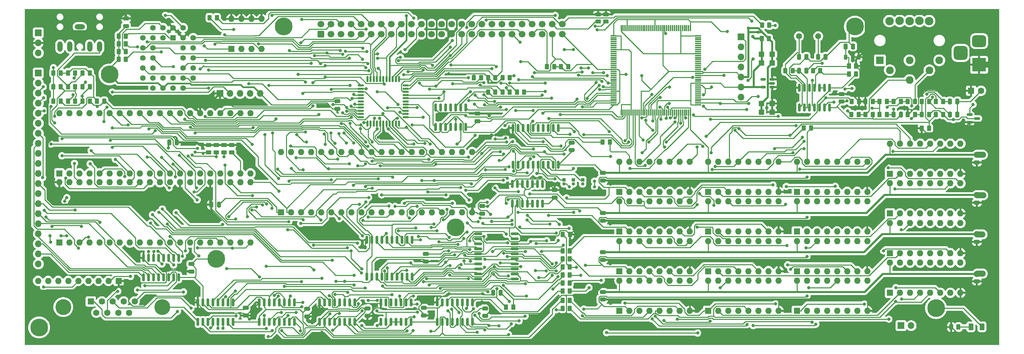
<source format=gbr>
%TF.GenerationSoftware,KiCad,Pcbnew,7.0.7*%
%TF.CreationDate,2023-10-19T16:40:52+01:00*%
%TF.ProjectId,CPC464-2MINI,43504334-3634-42d3-924d-494e492e6b69,rev?*%
%TF.SameCoordinates,Original*%
%TF.FileFunction,Copper,L1,Top*%
%TF.FilePolarity,Positive*%
%FSLAX46Y46*%
G04 Gerber Fmt 4.6, Leading zero omitted, Abs format (unit mm)*
G04 Created by KiCad (PCBNEW 7.0.7) date 2023-10-19 16:40:52*
%MOMM*%
%LPD*%
G01*
G04 APERTURE LIST*
G04 Aperture macros list*
%AMRoundRect*
0 Rectangle with rounded corners*
0 $1 Rounding radius*
0 $2 $3 $4 $5 $6 $7 $8 $9 X,Y pos of 4 corners*
0 Add a 4 corners polygon primitive as box body*
4,1,4,$2,$3,$4,$5,$6,$7,$8,$9,$2,$3,0*
0 Add four circle primitives for the rounded corners*
1,1,$1+$1,$2,$3*
1,1,$1+$1,$4,$5*
1,1,$1+$1,$6,$7*
1,1,$1+$1,$8,$9*
0 Add four rect primitives between the rounded corners*
20,1,$1+$1,$2,$3,$4,$5,0*
20,1,$1+$1,$4,$5,$6,$7,0*
20,1,$1+$1,$6,$7,$8,$9,0*
20,1,$1+$1,$8,$9,$2,$3,0*%
G04 Aperture macros list end*
%TA.AperFunction,SMDPad,CuDef*%
%ADD10RoundRect,0.150000X0.150000X-0.875000X0.150000X0.875000X-0.150000X0.875000X-0.150000X-0.875000X0*%
%TD*%
%TA.AperFunction,SMDPad,CuDef*%
%ADD11RoundRect,0.250000X-0.262500X-0.450000X0.262500X-0.450000X0.262500X0.450000X-0.262500X0.450000X0*%
%TD*%
%TA.AperFunction,SMDPad,CuDef*%
%ADD12RoundRect,0.150000X0.150000X-0.825000X0.150000X0.825000X-0.150000X0.825000X-0.150000X-0.825000X0*%
%TD*%
%TA.AperFunction,SMDPad,CuDef*%
%ADD13RoundRect,0.250000X-0.450000X0.262500X-0.450000X-0.262500X0.450000X-0.262500X0.450000X0.262500X0*%
%TD*%
%TA.AperFunction,SMDPad,CuDef*%
%ADD14RoundRect,0.250000X0.475000X-0.250000X0.475000X0.250000X-0.475000X0.250000X-0.475000X-0.250000X0*%
%TD*%
%TA.AperFunction,SMDPad,CuDef*%
%ADD15RoundRect,0.137500X0.137500X-0.600000X0.137500X0.600000X-0.137500X0.600000X-0.137500X-0.600000X0*%
%TD*%
%TA.AperFunction,SMDPad,CuDef*%
%ADD16RoundRect,0.137500X0.600000X-0.137500X0.600000X0.137500X-0.600000X0.137500X-0.600000X-0.137500X0*%
%TD*%
%TA.AperFunction,ComponentPad*%
%ADD17R,1.600000X1.600000*%
%TD*%
%TA.AperFunction,ComponentPad*%
%ADD18O,1.600000X1.600000*%
%TD*%
%TA.AperFunction,ComponentPad*%
%ADD19C,4.500000*%
%TD*%
%TA.AperFunction,ComponentPad*%
%ADD20R,0.850000X0.850000*%
%TD*%
%TA.AperFunction,ComponentPad*%
%ADD21O,0.850000X0.850000*%
%TD*%
%TA.AperFunction,ComponentPad*%
%ADD22C,4.000000*%
%TD*%
%TA.AperFunction,ComponentPad*%
%ADD23C,1.600000*%
%TD*%
%TA.AperFunction,SMDPad,CuDef*%
%ADD24RoundRect,0.150000X-0.587500X-0.150000X0.587500X-0.150000X0.587500X0.150000X-0.587500X0.150000X0*%
%TD*%
%TA.AperFunction,SMDPad,CuDef*%
%ADD25RoundRect,0.250000X-0.250000X-0.475000X0.250000X-0.475000X0.250000X0.475000X-0.250000X0.475000X0*%
%TD*%
%TA.AperFunction,SMDPad,CuDef*%
%ADD26RoundRect,0.250000X0.262500X0.450000X-0.262500X0.450000X-0.262500X-0.450000X0.262500X-0.450000X0*%
%TD*%
%TA.AperFunction,ComponentPad*%
%ADD27O,2.616000X1.308000*%
%TD*%
%TA.AperFunction,ComponentPad*%
%ADD28O,1.308000X2.616000*%
%TD*%
%TA.AperFunction,SMDPad,CuDef*%
%ADD29RoundRect,0.250000X-0.475000X0.250000X-0.475000X-0.250000X0.475000X-0.250000X0.475000X0.250000X0*%
%TD*%
%TA.AperFunction,SMDPad,CuDef*%
%ADD30RoundRect,0.250000X0.450000X0.425000X-0.450000X0.425000X-0.450000X-0.425000X0.450000X-0.425000X0*%
%TD*%
%TA.AperFunction,ComponentPad*%
%ADD31R,1.700000X1.700000*%
%TD*%
%TA.AperFunction,ComponentPad*%
%ADD32O,1.700000X1.700000*%
%TD*%
%TA.AperFunction,ComponentPad*%
%ADD33R,1.950000X1.950000*%
%TD*%
%TA.AperFunction,ComponentPad*%
%ADD34C,1.950000*%
%TD*%
%TA.AperFunction,ComponentPad*%
%ADD35C,2.150000*%
%TD*%
%TA.AperFunction,ComponentPad*%
%ADD36C,1.500000*%
%TD*%
%TA.AperFunction,ComponentPad*%
%ADD37RoundRect,0.250000X0.600000X-0.600000X0.600000X0.600000X-0.600000X0.600000X-0.600000X-0.600000X0*%
%TD*%
%TA.AperFunction,ComponentPad*%
%ADD38C,1.700000*%
%TD*%
%TA.AperFunction,SMDPad,CuDef*%
%ADD39RoundRect,0.250000X0.250000X0.475000X-0.250000X0.475000X-0.250000X-0.475000X0.250000X-0.475000X0*%
%TD*%
%TA.AperFunction,SMDPad,CuDef*%
%ADD40RoundRect,0.150000X0.512500X0.150000X-0.512500X0.150000X-0.512500X-0.150000X0.512500X-0.150000X0*%
%TD*%
%TA.AperFunction,SMDPad,CuDef*%
%ADD41RoundRect,0.011200X-0.723800X-0.128800X0.723800X-0.128800X0.723800X0.128800X-0.723800X0.128800X0*%
%TD*%
%TA.AperFunction,SMDPad,CuDef*%
%ADD42RoundRect,0.011200X0.128800X-0.723800X0.128800X0.723800X-0.128800X0.723800X-0.128800X-0.723800X0*%
%TD*%
%TA.AperFunction,SMDPad,CuDef*%
%ADD43RoundRect,0.250000X0.375000X0.625000X-0.375000X0.625000X-0.375000X-0.625000X0.375000X-0.625000X0*%
%TD*%
%TA.AperFunction,SMDPad,CuDef*%
%ADD44RoundRect,0.250000X-0.450000X-0.425000X0.450000X-0.425000X0.450000X0.425000X-0.450000X0.425000X0*%
%TD*%
%TA.AperFunction,SMDPad,CuDef*%
%ADD45RoundRect,0.150000X-0.875000X-0.150000X0.875000X-0.150000X0.875000X0.150000X-0.875000X0.150000X0*%
%TD*%
%TA.AperFunction,SMDPad,CuDef*%
%ADD46R,0.900000X1.200000*%
%TD*%
%TA.AperFunction,ComponentPad*%
%ADD47R,1.422400X1.422400*%
%TD*%
%TA.AperFunction,ComponentPad*%
%ADD48C,1.422400*%
%TD*%
%TA.AperFunction,ComponentPad*%
%ADD49R,3.500000X3.500000*%
%TD*%
%TA.AperFunction,ComponentPad*%
%ADD50RoundRect,0.750000X-1.000000X0.750000X-1.000000X-0.750000X1.000000X-0.750000X1.000000X0.750000X0*%
%TD*%
%TA.AperFunction,ComponentPad*%
%ADD51RoundRect,0.875000X-0.875000X0.875000X-0.875000X-0.875000X0.875000X-0.875000X0.875000X0.875000X0*%
%TD*%
%TA.AperFunction,ViaPad*%
%ADD52C,0.800000*%
%TD*%
%TA.AperFunction,Conductor*%
%ADD53C,0.500000*%
%TD*%
%TA.AperFunction,Conductor*%
%ADD54C,0.400000*%
%TD*%
%TA.AperFunction,Conductor*%
%ADD55C,0.250000*%
%TD*%
%TA.AperFunction,Conductor*%
%ADD56C,1.500000*%
%TD*%
G04 APERTURE END LIST*
D10*
%TO.P,IC900,1,D7D6*%
%TO.N,D6ANDD7*%
X137655000Y-66660000D03*
%TO.P,IC900,2,D0*%
%TO.N,/CPU/D0*%
X138925000Y-66660000D03*
%TO.P,IC900,3,~{RESET}*%
%TO.N,RESET*%
X140195000Y-66660000D03*
%TO.P,IC900,4,RAMDIS*%
%TO.N,RAMDIS*%
X141465000Y-66660000D03*
%TO.P,IC900,5,D1*%
%TO.N,/CPU/D1*%
X142735000Y-66660000D03*
%TO.P,IC900,6,D2*%
%TO.N,/CPU/D2*%
X144005000Y-66660000D03*
%TO.P,IC900,7,NCAS*%
%TO.N,CAS*%
X145275000Y-66660000D03*
%TO.P,IC900,8,A15*%
%TO.N,/CPU/A15*%
X146545000Y-66660000D03*
%TO.P,IC900,9,A14*%
%TO.N,/CPU/A14*%
X147815000Y-66660000D03*
%TO.P,IC900,10,GND*%
%TO.N,GND*%
X149085000Y-66660000D03*
%TO.P,IC900,11,~{CPU}*%
%TO.N,CPU*%
X149085000Y-57360000D03*
%TO.P,IC900,12,A15out*%
%TO.N,A15OUT*%
X147815000Y-57360000D03*
%TO.P,IC900,13*%
%TO.N,unconnected-(IC900-Pad13)*%
X146545000Y-57360000D03*
%TO.P,IC900,14*%
%TO.N,unconnected-(IC900-Pad14)*%
X145275000Y-57360000D03*
%TO.P,IC900,15*%
%TO.N,unconnected-(IC900-Pad15)*%
X144005000Y-57360000D03*
%TO.P,IC900,16,~{CAS1}*%
%TO.N,Net-(IC900-~{CAS1})*%
X142735000Y-57360000D03*
%TO.P,IC900,17,~{CAS0}*%
%TO.N,Net-(IC900-~{CAS0})*%
X141465000Y-57360000D03*
%TO.P,IC900,18,~{IOWR}*%
%TO.N,IOWR*%
X140195000Y-57360000D03*
%TO.P,IC900,19,A14out*%
%TO.N,A14OUT*%
X138925000Y-57360000D03*
%TO.P,IC900,20,VCC*%
%TO.N,+5V*%
X137655000Y-57360000D03*
%TD*%
D11*
%TO.P,R121,1*%
%TO.N,GND*%
X21637500Y-50600000D03*
%TO.P,R121,2*%
%TO.N,AYC*%
X23462500Y-50600000D03*
%TD*%
%TO.P,R133,1*%
%TO.N,B*%
X230258000Y-50678000D03*
%TO.P,R133,2*%
%TO.N,Net-(Q102-B)*%
X232083000Y-50678000D03*
%TD*%
D12*
%TO.P,IC125,1*%
%TO.N,Net-(C130-Pad1)*%
X210020000Y-52190000D03*
%TO.P,IC125,2*%
%TO.N,Net-(C132-Pad2)*%
X211290000Y-52190000D03*
%TO.P,IC125,3*%
X212560000Y-52190000D03*
%TO.P,IC125,4*%
%TO.N,CK16*%
X213830000Y-52190000D03*
%TO.P,IC125,5*%
%TO.N,PHI*%
X215100000Y-52190000D03*
%TO.P,IC125,6*%
%TO.N,Net-(IC125-Pad6)*%
X216370000Y-52190000D03*
%TO.P,IC125,7,GND*%
%TO.N,GND*%
X217640000Y-52190000D03*
%TO.P,IC125,8*%
%TO.N,Net-(IC110-Pad1)*%
X217640000Y-47240000D03*
%TO.P,IC125,9*%
%TO.N,Net-(IC125-Pad10)*%
X216370000Y-47240000D03*
%TO.P,IC125,10*%
X215100000Y-47240000D03*
%TO.P,IC125,11*%
%TO.N,Net-(IC125-Pad11)*%
X213830000Y-47240000D03*
%TO.P,IC125,12*%
%TO.N,unconnected-(IC125-Pad12)*%
X212560000Y-47240000D03*
%TO.P,IC125,13*%
%TO.N,GND*%
X211290000Y-47240000D03*
%TO.P,IC125,14,VCC*%
%TO.N,+5V*%
X210020000Y-47240000D03*
%TD*%
D13*
%TO.P,R104,1*%
%TO.N,+5V*%
X159150000Y-28637500D03*
%TO.P,R104,2*%
%TO.N,EXP*%
X159150000Y-30462500D03*
%TD*%
D14*
%TO.P,C108,1*%
%TO.N,+5V*%
X254810000Y-76241000D03*
%TO.P,C108,2*%
%TO.N,GND*%
X254810000Y-74341000D03*
%TD*%
D15*
%TO.P,IC140,1,~{CLK}*%
%TO.N,A100*%
X100925000Y-56300000D03*
%TO.P,IC140,2,D4*%
%TO.N,/CPU/D4*%
X101725000Y-56300000D03*
%TO.P,IC140,3,D3*%
%TO.N,/CPU/D3*%
X102525000Y-56300000D03*
%TO.P,IC140,4,D5*%
%TO.N,/CPU/D5*%
X103325000Y-56300000D03*
%TO.P,IC140,5,D6*%
%TO.N,/CPU/D6*%
X104125000Y-56300000D03*
%TO.P,IC140,6,VCC*%
%TO.N,+5V*%
X104925000Y-56300000D03*
%TO.P,IC140,7,D2*%
%TO.N,/CPU/D2*%
X105725000Y-56300000D03*
%TO.P,IC140,8,D7*%
%TO.N,/CPU/D7*%
X106525000Y-56300000D03*
%TO.P,IC140,9,D0*%
%TO.N,/CPU/D0*%
X107325000Y-56300000D03*
%TO.P,IC140,10,D1*%
%TO.N,/CPU/D1*%
X108125000Y-56300000D03*
%TO.P,IC140,11,NC*%
%TO.N,unconnected-(IC140-NC-Pad11)*%
X108925000Y-56300000D03*
D16*
%TO.P,IC140,12,~{INT}*%
%TO.N,INT*%
X110587500Y-54637500D03*
%TO.P,IC140,13,~{NMI}*%
%TO.N,NMI*%
X110587500Y-53837500D03*
%TO.P,IC140,14,~{HALT}*%
%TO.N,HALT*%
X110587500Y-53037500D03*
%TO.P,IC140,15,~{MREQ}*%
%TO.N,MREQ*%
X110587500Y-52237500D03*
%TO.P,IC140,16,~{IORQ}*%
%TO.N,IORQ*%
X110587500Y-51437500D03*
%TO.P,IC140,17,NC*%
%TO.N,unconnected-(IC140-NC-Pad17)*%
X110587500Y-50637500D03*
%TO.P,IC140,18,~{RD}*%
%TO.N,RD*%
X110587500Y-49837500D03*
%TO.P,IC140,19,~{WR}*%
%TO.N,WR*%
X110587500Y-49037500D03*
%TO.P,IC140,20,~{BUSACK}*%
%TO.N,BUSAK*%
X110587500Y-48237500D03*
%TO.P,IC140,21,~{WAIT}*%
%TO.N,READY*%
X110587500Y-47437500D03*
%TO.P,IC140,22,~{BUSRQ}*%
%TO.N,BUSRQ*%
X110587500Y-46637500D03*
D15*
%TO.P,IC140,23,~{RESET}*%
%TO.N,RESET*%
X108925000Y-44975000D03*
%TO.P,IC140,24,~{M1}*%
%TO.N,M1*%
X108125000Y-44975000D03*
%TO.P,IC140,25,~{RFSH}*%
%TO.N,RFSH*%
X107325000Y-44975000D03*
%TO.P,IC140,26,GND*%
%TO.N,GND*%
X106525000Y-44975000D03*
%TO.P,IC140,27,A0*%
%TO.N,/CPU/A0*%
X105725000Y-44975000D03*
%TO.P,IC140,28,A1*%
%TO.N,/CPU/A1*%
X104925000Y-44975000D03*
%TO.P,IC140,29,A2*%
%TO.N,/CPU/A2*%
X104125000Y-44975000D03*
%TO.P,IC140,30,A3*%
%TO.N,/CPU/A3*%
X103325000Y-44975000D03*
%TO.P,IC140,31,A4*%
%TO.N,/CPU/A4*%
X102525000Y-44975000D03*
%TO.P,IC140,32,A5*%
%TO.N,/CPU/A5*%
X101725000Y-44975000D03*
%TO.P,IC140,33,NC*%
%TO.N,unconnected-(IC140-NC-Pad33)*%
X100925000Y-44975000D03*
D16*
%TO.P,IC140,34,A6*%
%TO.N,/CPU/A6*%
X99262500Y-46637500D03*
%TO.P,IC140,35,A7*%
%TO.N,/CPU/A7*%
X99262500Y-47437500D03*
%TO.P,IC140,36,A8*%
%TO.N,/CPU/A8*%
X99262500Y-48237500D03*
%TO.P,IC140,37,A9*%
%TO.N,/CPU/A9*%
X99262500Y-49037500D03*
%TO.P,IC140,38,A10*%
%TO.N,/CPU/A10*%
X99262500Y-49837500D03*
%TO.P,IC140,39,NC*%
%TO.N,unconnected-(IC140-NC-Pad39)*%
X99262500Y-50637500D03*
%TO.P,IC140,40,A11*%
%TO.N,/CPU/A11*%
X99262500Y-51437500D03*
%TO.P,IC140,41,A12*%
%TO.N,/CPU/A12*%
X99262500Y-52237500D03*
%TO.P,IC140,42,A13*%
%TO.N,/CPU/A13*%
X99262500Y-53037500D03*
%TO.P,IC140,43,A14*%
%TO.N,/CPU/A14*%
X99262500Y-53837500D03*
%TO.P,IC140,44,A15*%
%TO.N,/CPU/A15*%
X99262500Y-54637500D03*
%TD*%
D14*
%TO.P,C105,1*%
%TO.N,+5V*%
X160417200Y-70632000D03*
%TO.P,C105,2*%
%TO.N,GND*%
X160417200Y-68732000D03*
%TD*%
D17*
%TO.P,IC118,1,NC*%
%TO.N,MV*%
X164566200Y-83525000D03*
D18*
%TO.P,IC118,2,DIN*%
%TO.N,/CPU/D2*%
X167106200Y-83525000D03*
%TO.P,IC118,3,~{WRITE}*%
%TO.N,MWE*%
X169646200Y-83525000D03*
%TO.P,IC118,4,~{RAS}*%
%TO.N,RAS*%
X172186200Y-83525000D03*
%TO.P,IC118,5,A0*%
%TO.N,/Memory/XA0*%
X174726200Y-83525000D03*
%TO.P,IC118,6,A2*%
%TO.N,/Memory/XA2*%
X177266200Y-83525000D03*
%TO.P,IC118,7,A1*%
%TO.N,/Memory/XA1*%
X179806200Y-83525000D03*
%TO.P,IC118,8,VCC*%
%TO.N,+5V*%
X182346200Y-83525000D03*
%TO.P,IC118,9,A7*%
%TO.N,/Memory/XA7*%
X182346200Y-75905000D03*
%TO.P,IC118,10,A5*%
%TO.N,/Memory/XA5*%
X179806200Y-75905000D03*
%TO.P,IC118,11,A4*%
%TO.N,/Memory/XA4*%
X177266200Y-75905000D03*
%TO.P,IC118,12,A3*%
%TO.N,/Memory/XA3*%
X174726200Y-75905000D03*
%TO.P,IC118,13,A6*%
%TO.N,/Memory/XA6*%
X172186200Y-75905000D03*
%TO.P,IC118,14,DOUT*%
%TO.N,/Gate Arrays/GD2*%
X169646200Y-75905000D03*
%TO.P,IC118,15,~{CAS}*%
%TO.N,CAS0*%
X167106200Y-75905000D03*
%TO.P,IC118,16,GND*%
%TO.N,GND*%
X164566200Y-75905000D03*
%TD*%
D19*
%TO.P,H4,1,1*%
%TO.N,GND*%
X244500400Y-102920800D03*
%TD*%
D13*
%TO.P,R105,1*%
%TO.N,+5V*%
X60815000Y-61717500D03*
%TO.P,R105,2*%
%TO.N,Net-(IC107-PB4)*%
X60815000Y-63542500D03*
%TD*%
D14*
%TO.P,C110,1*%
%TO.N,+5V*%
X254810000Y-96180000D03*
%TO.P,C110,2*%
%TO.N,GND*%
X254810000Y-94280000D03*
%TD*%
D12*
%TO.P,IC113,1,Ea*%
%TO.N,GND*%
X118564000Y-106395000D03*
%TO.P,IC113,2,S1*%
%TO.N,CPU*%
X119834000Y-106395000D03*
%TO.P,IC113,3,I3a*%
%TO.N,/Multiplex/MA2*%
X121104000Y-106395000D03*
%TO.P,IC113,4,I2a*%
%TO.N,/Multiplex/MA9*%
X122374000Y-106395000D03*
%TO.P,IC113,5,I1a*%
%TO.N,/CPU/A3*%
X123644000Y-106395000D03*
%TO.P,IC113,6,I0a*%
%TO.N,/CPU/A10*%
X124914000Y-106395000D03*
%TO.P,IC113,7,Za*%
%TO.N,Net-(IC113-Za)*%
X126184000Y-106395000D03*
%TO.P,IC113,8,GND*%
%TO.N,GND*%
X127454000Y-106395000D03*
%TO.P,IC113,9,Zb*%
%TO.N,Net-(IC113-Zb)*%
X127454000Y-101445000D03*
%TO.P,IC113,10,I0b*%
%TO.N,/CPU/A11*%
X126184000Y-101445000D03*
%TO.P,IC113,11,I1b*%
%TO.N,/CPU/A4*%
X124914000Y-101445000D03*
%TO.P,IC113,12,I2b*%
%TO.N,RA0*%
X123644000Y-101445000D03*
%TO.P,IC113,13,I3b*%
%TO.N,/Multiplex/MA3*%
X122374000Y-101445000D03*
%TO.P,IC113,14,S0*%
%TO.N,CASAD*%
X121104000Y-101445000D03*
%TO.P,IC113,15,Eb*%
%TO.N,GND*%
X119834000Y-101445000D03*
%TO.P,IC113,16,VCC*%
%TO.N,+5V*%
X118564000Y-101445000D03*
%TD*%
D17*
%TO.P,IC708,1,NC*%
%TO.N,MV*%
X232890000Y-99040000D03*
D18*
%TO.P,IC708,2,DIN*%
%TO.N,/CPU/D7*%
X235430000Y-99040000D03*
%TO.P,IC708,3,~{WRITE}*%
%TO.N,MWE*%
X237970000Y-99040000D03*
%TO.P,IC708,4,~{RAS}*%
%TO.N,RAS*%
X240510000Y-99040000D03*
%TO.P,IC708,5,A0*%
%TO.N,/Memory/XA0*%
X243050000Y-99040000D03*
%TO.P,IC708,6,A2*%
%TO.N,/Memory/XA2*%
X245590000Y-99040000D03*
%TO.P,IC708,7,A1*%
%TO.N,/Memory/XA1*%
X248130000Y-99040000D03*
%TO.P,IC708,8,VCC*%
%TO.N,+5V*%
X250670000Y-99040000D03*
%TO.P,IC708,9,A7*%
%TO.N,/Memory/XA7*%
X250670000Y-91420000D03*
%TO.P,IC708,10,A5*%
%TO.N,/Memory/XA5*%
X248130000Y-91420000D03*
%TO.P,IC708,11,A4*%
%TO.N,/Memory/XA4*%
X245590000Y-91420000D03*
%TO.P,IC708,12,A3*%
%TO.N,/Memory/XA3*%
X243050000Y-91420000D03*
%TO.P,IC708,13,A6*%
%TO.N,/Memory/XA6*%
X240510000Y-91420000D03*
%TO.P,IC708,14,DOUT*%
%TO.N,/Gate Arrays/GD7*%
X237970000Y-91420000D03*
%TO.P,IC708,15,~{CAS}*%
%TO.N,CAS1*%
X235430000Y-91420000D03*
%TO.P,IC708,16,GND*%
%TO.N,GND*%
X232890000Y-91420000D03*
%TD*%
D11*
%TO.P,R155,1*%
%TO.N,A100*%
X200565000Y-31350000D03*
%TO.P,R155,2*%
%TO.N,Net-(IC125-Pad6)*%
X202390000Y-31350000D03*
%TD*%
D14*
%TO.P,C121,1*%
%TO.N,+5V*%
X115135000Y-104743000D03*
%TO.P,C121,2*%
%TO.N,GND*%
X115135000Y-102843000D03*
%TD*%
D11*
%TO.P,R131,1*%
%TO.N,R*%
X240926000Y-53980000D03*
%TO.P,R131,2*%
%TO.N,Net-(Q102-B)*%
X242751000Y-53980000D03*
%TD*%
D19*
%TO.P,H2,1,1*%
%TO.N,GND*%
X224028000Y-31750000D03*
%TD*%
D11*
%TO.P,R126,1*%
%TO.N,R*%
X240926000Y-50678000D03*
%TO.P,R126,2*%
%TO.N,Net-(J101-Pin_1)*%
X242751000Y-50678000D03*
%TD*%
D17*
%TO.P,IC703,1,NC*%
%TO.N,MV*%
X209355000Y-83525000D03*
D18*
%TO.P,IC703,2,DIN*%
%TO.N,/CPU/D2*%
X211895000Y-83525000D03*
%TO.P,IC703,3,~{WRITE}*%
%TO.N,MWE*%
X214435000Y-83525000D03*
%TO.P,IC703,4,~{RAS}*%
%TO.N,RAS*%
X216975000Y-83525000D03*
%TO.P,IC703,5,A0*%
%TO.N,/Memory/XA0*%
X219515000Y-83525000D03*
%TO.P,IC703,6,A2*%
%TO.N,/Memory/XA2*%
X222055000Y-83525000D03*
%TO.P,IC703,7,A1*%
%TO.N,/Memory/XA1*%
X224595000Y-83525000D03*
%TO.P,IC703,8,VCC*%
%TO.N,+5V*%
X227135000Y-83525000D03*
%TO.P,IC703,9,A7*%
%TO.N,/Memory/XA7*%
X227135000Y-75905000D03*
%TO.P,IC703,10,A5*%
%TO.N,/Memory/XA5*%
X224595000Y-75905000D03*
%TO.P,IC703,11,A4*%
%TO.N,/Memory/XA4*%
X222055000Y-75905000D03*
%TO.P,IC703,12,A3*%
%TO.N,/Memory/XA3*%
X219515000Y-75905000D03*
%TO.P,IC703,13,A6*%
%TO.N,/Memory/XA6*%
X216975000Y-75905000D03*
%TO.P,IC703,14,DOUT*%
%TO.N,/Gate Arrays/GD2*%
X214435000Y-75905000D03*
%TO.P,IC703,15,~{CAS}*%
%TO.N,CAS1*%
X211895000Y-75905000D03*
%TO.P,IC703,16,GND*%
%TO.N,GND*%
X209355000Y-75905000D03*
%TD*%
D20*
%TO.P,LK8,1,Pin_1*%
%TO.N,CAS*%
X155260000Y-70525000D03*
D21*
%TO.P,LK8,2,Pin_2*%
%TO.N,CAS0*%
X155260000Y-71525000D03*
%TD*%
D12*
%TO.P,IC110,1*%
%TO.N,Net-(IC110-Pad1)*%
X104340000Y-106395000D03*
%TO.P,IC110,2*%
%TO.N,BUS*%
X105610000Y-106395000D03*
%TO.P,IC110,3*%
%TO.N,8255RESET*%
X106880000Y-106395000D03*
%TO.P,IC110,4*%
X108150000Y-106395000D03*
%TO.P,IC110,5*%
X109420000Y-106395000D03*
%TO.P,IC110,6*%
%TO.N,RESET*%
X110690000Y-106395000D03*
%TO.P,IC110,7,GND*%
%TO.N,GND*%
X111960000Y-106395000D03*
%TO.P,IC110,8*%
%TO.N,Net-(IC108-E)*%
X111960000Y-101445000D03*
%TO.P,IC110,9*%
%TO.N,IOWR*%
X110690000Y-101445000D03*
%TO.P,IC110,10*%
%TO.N,IORD*%
X109420000Y-101445000D03*
%TO.P,IC110,11*%
%TO.N,unconnected-(IC110-Pad11)*%
X108150000Y-101445000D03*
%TO.P,IC110,12*%
%TO.N,unconnected-(IC110-Pad12)*%
X106880000Y-101445000D03*
%TO.P,IC110,13*%
%TO.N,unconnected-(IC110-Pad13)*%
X105610000Y-101445000D03*
%TO.P,IC110,14,VCC*%
%TO.N,+5V*%
X104340000Y-101445000D03*
%TD*%
D20*
%TO.P,LK6,1,Pin_1*%
%TO.N,/CPU/A15*%
X152900000Y-70525000D03*
D21*
%TO.P,LK6,2,Pin_2*%
%TO.N,A15OUT*%
X152900000Y-71525000D03*
%TD*%
D22*
%TO.P,J102,0,GND*%
%TO.N,GND*%
X24116800Y-102649300D03*
X49116800Y-102649300D03*
D17*
%TO.P,J102,1,Pin_1*%
%TO.N,/Sound & Keyboard/AYIO0*%
X31076800Y-101229300D03*
D23*
%TO.P,J102,2,Pin_2*%
%TO.N,/Sound & Keyboard/AYIO1*%
X33846800Y-101229300D03*
%TO.P,J102,3,Pin_3*%
%TO.N,/Sound & Keyboard/AYIO2*%
X36616800Y-101229300D03*
%TO.P,J102,4,Pin_4*%
%TO.N,/Sound & Keyboard/AYIO3*%
X39386800Y-101229300D03*
%TO.P,J102,5,Pin_5*%
%TO.N,/Sound & Keyboard/AYIO6*%
X42156800Y-101229300D03*
%TO.P,J102,6,Pin_6*%
%TO.N,/Sound & Keyboard/AYIO4*%
X32461800Y-104069300D03*
%TO.P,J102,7,Pin_7*%
%TO.N,/Sound & Keyboard/AYIO5*%
X35231800Y-104069300D03*
%TO.P,J102,8,Pin_8*%
%TO.N,Net-(CP2-Pin_2)*%
X38001800Y-104069300D03*
%TO.P,J102,9,Pin_9*%
%TO.N,/Sound & Keyboard/AYIO7*%
X40771800Y-104069300D03*
%TD*%
D24*
%TO.P,Q102,1,E*%
%TO.N,Net-(Q102-E)*%
X252975000Y-54020000D03*
%TO.P,Q102,2,C*%
%TO.N,+5V*%
X252975000Y-55920000D03*
%TO.P,Q102,3,B*%
%TO.N,Net-(Q102-B)*%
X254850000Y-54970000D03*
%TD*%
D25*
%TO.P,C134,1*%
%TO.N,Net-(J101-Pin_2)*%
X248000500Y-50678000D03*
%TO.P,C134,2*%
%TO.N,GND*%
X249900500Y-50678000D03*
%TD*%
D13*
%TO.P,R103,1*%
%TO.N,+5V*%
X161100000Y-28637500D03*
%TO.P,R103,2*%
%TO.N,PL2_21*%
X161100000Y-30462500D03*
%TD*%
D25*
%TO.P,C131,1*%
%TO.N,Net-(C131-Pad1)*%
X214700000Y-39390000D03*
%TO.P,C131,2*%
%TO.N,GND*%
X216600000Y-39390000D03*
%TD*%
D26*
%TO.P,R118,1*%
%TO.N,Net-(J103-Pad2)*%
X27150000Y-43450000D03*
%TO.P,R118,2*%
%TO.N,AYA*%
X25325000Y-43450000D03*
%TD*%
D14*
%TO.P,C106,1*%
%TO.N,+5V*%
X254810000Y-66081000D03*
%TO.P,C106,2*%
%TO.N,GND*%
X254810000Y-64181000D03*
%TD*%
D11*
%TO.P,R120,1*%
%TO.N,Net-(J103-Ground)*%
X25325000Y-46950000D03*
%TO.P,R120,2*%
%TO.N,AYB*%
X27150000Y-46950000D03*
%TD*%
D26*
%TO.P,R1253,1*%
%TO.N,/Memory/R18*%
X39932500Y-34150000D03*
%TO.P,R1253,2*%
%TO.N,GND*%
X38107500Y-34150000D03*
%TD*%
D17*
%TO.P,IC121,1,NC*%
%TO.N,MV*%
X186965000Y-73502000D03*
D18*
%TO.P,IC121,2,DIN*%
%TO.N,/CPU/D4*%
X189505000Y-73502000D03*
%TO.P,IC121,3,~{WRITE}*%
%TO.N,MWE*%
X192045000Y-73502000D03*
%TO.P,IC121,4,~{RAS}*%
%TO.N,RAS*%
X194585000Y-73502000D03*
%TO.P,IC121,5,A0*%
%TO.N,/Memory/XA0*%
X197125000Y-73502000D03*
%TO.P,IC121,6,A2*%
%TO.N,/Memory/XA2*%
X199665000Y-73502000D03*
%TO.P,IC121,7,A1*%
%TO.N,/Memory/XA1*%
X202205000Y-73502000D03*
%TO.P,IC121,8,VCC*%
%TO.N,+5V*%
X204745000Y-73502000D03*
%TO.P,IC121,9,A7*%
%TO.N,/Memory/XA7*%
X204745000Y-65882000D03*
%TO.P,IC121,10,A5*%
%TO.N,/Memory/XA5*%
X202205000Y-65882000D03*
%TO.P,IC121,11,A4*%
%TO.N,/Memory/XA4*%
X199665000Y-65882000D03*
%TO.P,IC121,12,A3*%
%TO.N,/Memory/XA3*%
X197125000Y-65882000D03*
%TO.P,IC121,13,A6*%
%TO.N,/Memory/XA6*%
X194585000Y-65882000D03*
%TO.P,IC121,14,DOUT*%
%TO.N,/Gate Arrays/GD4*%
X192045000Y-65882000D03*
%TO.P,IC121,15,~{CAS}*%
%TO.N,CAS0*%
X189505000Y-65882000D03*
%TO.P,IC121,16,GND*%
%TO.N,GND*%
X186965000Y-65882000D03*
%TD*%
D27*
%TO.P,J103,1,1*%
%TO.N,GND*%
X28295600Y-31800800D03*
D28*
%TO.P,J103,2,2*%
%TO.N,Net-(J103-Pad2)*%
X23295600Y-36800800D03*
%TO.P,J103,3,Ground*%
%TO.N,Net-(J103-Ground)*%
X33295600Y-36800800D03*
%TO.P,J103,10,10*%
%TO.N,unconnected-(J103-Pad10)*%
X25795600Y-36800800D03*
%TO.P,J103,11,11*%
%TO.N,unconnected-(J103-Pad11)*%
X30795600Y-36800800D03*
%TD*%
D11*
%TO.P,R150,1*%
%TO.N,Net-(IC109-Za)*%
X150175000Y-88458000D03*
%TO.P,R150,2*%
%TO.N,/Memory/XA7*%
X152000000Y-88458000D03*
%TD*%
D14*
%TO.P,C117,1*%
%TO.N,+5V*%
X130629000Y-104870000D03*
%TO.P,C117,2*%
%TO.N,GND*%
X130629000Y-102970000D03*
%TD*%
D11*
%TO.P,R111,1*%
%TO.N,Net-(D101-A)*%
X213420000Y-42900000D03*
%TO.P,R111,2*%
%TO.N,Net-(IC125-Pad11)*%
X215245000Y-42900000D03*
%TD*%
%TO.P,R136,1*%
%TO.N,Net-(J101-Pin_6)*%
X226702000Y-53980000D03*
%TO.P,R136,2*%
%TO.N,GND*%
X228527000Y-53980000D03*
%TD*%
%TO.P,R147,1*%
%TO.N,Net-(IC104-Zb)*%
X150175000Y-94554000D03*
%TO.P,R147,2*%
%TO.N,/Memory/XA4*%
X152000000Y-94554000D03*
%TD*%
%TO.P,R153,1*%
%TO.N,Net-(IC113-Zb)*%
X150175000Y-98618000D03*
%TO.P,R153,2*%
%TO.N,/Memory/XA2*%
X152000000Y-98618000D03*
%TD*%
D14*
%TO.P,C127,1*%
%TO.N,+5V*%
X70177000Y-104743000D03*
%TO.P,C127,2*%
%TO.N,GND*%
X70177000Y-102843000D03*
%TD*%
D17*
%TO.P,IC701,1,NC*%
%TO.N,MV*%
X209355000Y-103591000D03*
D18*
%TO.P,IC701,2,DIN*%
%TO.N,/CPU/D0*%
X211895000Y-103591000D03*
%TO.P,IC701,3,~{WRITE}*%
%TO.N,MWE*%
X214435000Y-103591000D03*
%TO.P,IC701,4,~{RAS}*%
%TO.N,RAS*%
X216975000Y-103591000D03*
%TO.P,IC701,5,A0*%
%TO.N,/Memory/XA0*%
X219515000Y-103591000D03*
%TO.P,IC701,6,A2*%
%TO.N,/Memory/XA2*%
X222055000Y-103591000D03*
%TO.P,IC701,7,A1*%
%TO.N,/Memory/XA1*%
X224595000Y-103591000D03*
%TO.P,IC701,8,VCC*%
%TO.N,+5V*%
X227135000Y-103591000D03*
%TO.P,IC701,9,A7*%
%TO.N,/Memory/XA7*%
X227135000Y-95971000D03*
%TO.P,IC701,10,A5*%
%TO.N,/Memory/XA5*%
X224595000Y-95971000D03*
%TO.P,IC701,11,A4*%
%TO.N,/Memory/XA4*%
X222055000Y-95971000D03*
%TO.P,IC701,12,A3*%
%TO.N,/Memory/XA3*%
X219515000Y-95971000D03*
%TO.P,IC701,13,A6*%
%TO.N,/Memory/XA6*%
X216975000Y-95971000D03*
%TO.P,IC701,14,DOUT*%
%TO.N,/Gate Arrays/GD0*%
X214435000Y-95971000D03*
%TO.P,IC701,15,~{CAS}*%
%TO.N,CAS1*%
X211895000Y-95971000D03*
%TO.P,IC701,16,GND*%
%TO.N,GND*%
X209355000Y-95971000D03*
%TD*%
D17*
%TO.P,IC119,1,NC*%
%TO.N,MV*%
X164566200Y-93568000D03*
D18*
%TO.P,IC119,2,DIN*%
%TO.N,/CPU/D1*%
X167106200Y-93568000D03*
%TO.P,IC119,3,~{WRITE}*%
%TO.N,MWE*%
X169646200Y-93568000D03*
%TO.P,IC119,4,~{RAS}*%
%TO.N,RAS*%
X172186200Y-93568000D03*
%TO.P,IC119,5,A0*%
%TO.N,/Memory/XA0*%
X174726200Y-93568000D03*
%TO.P,IC119,6,A2*%
%TO.N,/Memory/XA2*%
X177266200Y-93568000D03*
%TO.P,IC119,7,A1*%
%TO.N,/Memory/XA1*%
X179806200Y-93568000D03*
%TO.P,IC119,8,VCC*%
%TO.N,+5V*%
X182346200Y-93568000D03*
%TO.P,IC119,9,A7*%
%TO.N,/Memory/XA7*%
X182346200Y-85948000D03*
%TO.P,IC119,10,A5*%
%TO.N,/Memory/XA5*%
X179806200Y-85948000D03*
%TO.P,IC119,11,A4*%
%TO.N,/Memory/XA4*%
X177266200Y-85948000D03*
%TO.P,IC119,12,A3*%
%TO.N,/Memory/XA3*%
X174726200Y-85948000D03*
%TO.P,IC119,13,A6*%
%TO.N,/Memory/XA6*%
X172186200Y-85948000D03*
%TO.P,IC119,14,DOUT*%
%TO.N,/Gate Arrays/GD1*%
X169646200Y-85948000D03*
%TO.P,IC119,15,~{CAS}*%
%TO.N,CAS0*%
X167106200Y-85948000D03*
%TO.P,IC119,16,GND*%
%TO.N,GND*%
X164566200Y-85948000D03*
%TD*%
D26*
%TO.P,C604,1*%
%TO.N,GND*%
X202305000Y-34795000D03*
%TO.P,C604,2*%
%TO.N,+3V3*%
X200480000Y-34795000D03*
%TD*%
D11*
%TO.P,R115,1*%
%TO.N,AYA*%
X32625000Y-50600000D03*
%TO.P,R115,2*%
%TO.N,SOUND*%
X34450000Y-50600000D03*
%TD*%
%TO.P,R141,1*%
%TO.N,10READY*%
X135035400Y-48300000D03*
%TO.P,R141,2*%
%TO.N,READY*%
X136860400Y-48300000D03*
%TD*%
D29*
%TO.P,C116,1*%
%TO.N,+5V*%
X128695000Y-53750000D03*
%TO.P,C116,2*%
%TO.N,GND*%
X128695000Y-55650000D03*
%TD*%
D30*
%TO.P,C601,1*%
%TO.N,+5V*%
X203117500Y-53345000D03*
%TO.P,C601,2*%
%TO.N,GND*%
X200417500Y-53345000D03*
%TD*%
D11*
%TO.P,R143,1*%
%TO.N,Net-(C130-Pad1)*%
X206457500Y-42910000D03*
%TO.P,R143,2*%
%TO.N,Net-(C132-Pad2)*%
X208282500Y-42910000D03*
%TD*%
%TO.P,R130,1*%
%TO.N,B*%
X230258000Y-53980000D03*
%TO.P,R130,2*%
%TO.N,Net-(J101-Pin_3)*%
X232083000Y-53980000D03*
%TD*%
D25*
%TO.P,C135,1*%
%TO.N,Net-(J101-Pin_3)*%
X233753500Y-53980000D03*
%TO.P,C135,2*%
%TO.N,GND*%
X235653500Y-53980000D03*
%TD*%
D11*
%TO.P,R122,1*%
%TO.N,GND*%
X21637500Y-43450000D03*
%TO.P,R122,2*%
%TO.N,AYA*%
X23462500Y-43450000D03*
%TD*%
%TO.P,R137,1*%
%TO.N,SYNC*%
X237370000Y-50678000D03*
%TO.P,R137,2*%
%TO.N,Net-(J101-Pin_4)*%
X239195000Y-50678000D03*
%TD*%
%TO.P,R128,1*%
%TO.N,G*%
X244482000Y-50678000D03*
%TO.P,R128,2*%
%TO.N,Net-(J101-Pin_2)*%
X246307000Y-50678000D03*
%TD*%
D25*
%TO.P,C133,1*%
%TO.N,Net-(J101-Pin_1)*%
X248000500Y-53980000D03*
%TO.P,C133,2*%
%TO.N,GND*%
X249900500Y-53980000D03*
%TD*%
D11*
%TO.P,R142,1*%
%TO.N,GND*%
X149800000Y-41900000D03*
%TO.P,R142,2*%
%TO.N,LPEN*%
X151625000Y-41900000D03*
%TD*%
D17*
%TO.P,IC117,1,NC*%
%TO.N,MV*%
X164566200Y-73502000D03*
D18*
%TO.P,IC117,2,DIN*%
%TO.N,/CPU/D3*%
X167106200Y-73502000D03*
%TO.P,IC117,3,~{WRITE}*%
%TO.N,MWE*%
X169646200Y-73502000D03*
%TO.P,IC117,4,~{RAS}*%
%TO.N,RAS*%
X172186200Y-73502000D03*
%TO.P,IC117,5,A0*%
%TO.N,/Memory/XA0*%
X174726200Y-73502000D03*
%TO.P,IC117,6,A2*%
%TO.N,/Memory/XA2*%
X177266200Y-73502000D03*
%TO.P,IC117,7,A1*%
%TO.N,/Memory/XA1*%
X179806200Y-73502000D03*
%TO.P,IC117,8,VCC*%
%TO.N,+5V*%
X182346200Y-73502000D03*
%TO.P,IC117,9,A7*%
%TO.N,/Memory/XA7*%
X182346200Y-65882000D03*
%TO.P,IC117,10,A5*%
%TO.N,/Memory/XA5*%
X179806200Y-65882000D03*
%TO.P,IC117,11,A4*%
%TO.N,/Memory/XA4*%
X177266200Y-65882000D03*
%TO.P,IC117,12,A3*%
%TO.N,/Memory/XA3*%
X174726200Y-65882000D03*
%TO.P,IC117,13,A6*%
%TO.N,/Memory/XA6*%
X172186200Y-65882000D03*
%TO.P,IC117,14,DOUT*%
%TO.N,/Gate Arrays/GD3*%
X169646200Y-65882000D03*
%TO.P,IC117,15,~{CAS}*%
%TO.N,CAS0*%
X167106200Y-65882000D03*
%TO.P,IC117,16,GND*%
%TO.N,GND*%
X164566200Y-65882000D03*
%TD*%
D31*
%TO.P,J105,1,Pin_1*%
%TO.N,BUS*%
X17830800Y-33324800D03*
D32*
%TO.P,J105,2,Pin_2*%
%TO.N,+5V*%
X17830800Y-35864800D03*
%TO.P,J105,3,Pin_3*%
%TO.N,GND*%
X17830800Y-38404800D03*
%TD*%
D33*
%TO.P,J101,1,Pin_1*%
%TO.N,Net-(J101-Pin_1)*%
X230327500Y-40273200D03*
D34*
%TO.P,J101,2,Pin_2*%
%TO.N,Net-(J101-Pin_2)*%
X232827500Y-42773200D03*
%TO.P,J101,3,Pin_3*%
%TO.N,Net-(J101-Pin_3)*%
X237827500Y-40273200D03*
%TO.P,J101,4,Pin_4*%
%TO.N,Net-(J101-Pin_4)*%
X242827500Y-42773200D03*
%TO.P,J101,5,Pin_5*%
%TO.N,GND*%
X245327500Y-40273200D03*
%TO.P,J101,6,Pin_6*%
%TO.N,Net-(J101-Pin_6)*%
X237827500Y-45273200D03*
D35*
%TO.P,J101,S,Shield*%
%TO.N,GND*%
X242747500Y-30320200D03*
X240327500Y-30273200D03*
X237827500Y-30320200D03*
X235327500Y-30273200D03*
X232747500Y-30320200D03*
%TD*%
D17*
%TO.P,IC141,1,GND*%
%TO.N,GND*%
X23140000Y-86340000D03*
D18*
%TO.P,IC141,2,n/c*%
%TO.N,unconnected-(IC141-n{slash}c-Pad2)*%
X25680000Y-86340000D03*
%TO.P,IC141,3,B*%
%TO.N,AYB*%
X28220000Y-86340000D03*
%TO.P,IC141,4,A*%
%TO.N,AYA*%
X30760000Y-86340000D03*
%TO.P,IC141,5,n/c*%
%TO.N,unconnected-(IC141-n{slash}c-Pad5)*%
X33300000Y-86340000D03*
%TO.P,IC141,6,IOB7*%
%TO.N,unconnected-(IC141-IOB7-Pad6)*%
X35840000Y-86340000D03*
%TO.P,IC141,7,IOB6*%
%TO.N,unconnected-(IC141-IOB6-Pad7)*%
X38380000Y-86340000D03*
%TO.P,IC141,8,IOB5*%
%TO.N,unconnected-(IC141-IOB5-Pad8)*%
X40920000Y-86340000D03*
%TO.P,IC141,9,IOB4*%
%TO.N,unconnected-(IC141-IOB4-Pad9)*%
X43460000Y-86340000D03*
%TO.P,IC141,10,IOB3*%
%TO.N,unconnected-(IC141-IOB3-Pad10)*%
X46000000Y-86340000D03*
%TO.P,IC141,11,IOB2*%
%TO.N,unconnected-(IC141-IOB2-Pad11)*%
X48540000Y-86340000D03*
%TO.P,IC141,12,IOB1*%
%TO.N,unconnected-(IC141-IOB1-Pad12)*%
X51080000Y-86340000D03*
%TO.P,IC141,13,IOB0*%
%TO.N,unconnected-(IC141-IOB0-Pad13)*%
X53620000Y-86340000D03*
%TO.P,IC141,14,IOA7*%
%TO.N,/Sound & Keyboard/AYIO7*%
X56160000Y-86340000D03*
%TO.P,IC141,15,IOA6*%
%TO.N,/Sound & Keyboard/AYIO6*%
X58700000Y-86340000D03*
%TO.P,IC141,16,IOA5*%
%TO.N,/Sound & Keyboard/AYIO5*%
X61240000Y-86340000D03*
%TO.P,IC141,17,IOA4*%
%TO.N,/Sound & Keyboard/AYIO4*%
X63780000Y-86340000D03*
%TO.P,IC141,18,IOA3*%
%TO.N,/Sound & Keyboard/AYIO3*%
X66320000Y-86340000D03*
%TO.P,IC141,19,IOA2*%
%TO.N,/Sound & Keyboard/AYIO2*%
X68860000Y-86340000D03*
%TO.P,IC141,20,IOA1*%
%TO.N,/Sound & Keyboard/AYIO1*%
X71400000Y-86340000D03*
%TO.P,IC141,21,IOA0*%
%TO.N,/Sound & Keyboard/AYIO0*%
X71400000Y-71100000D03*
%TO.P,IC141,22,CLOCK*%
%TO.N,CPU*%
X68860000Y-71100000D03*
%TO.P,IC141,23,~{RESET}*%
%TO.N,RESET*%
X66320000Y-71100000D03*
%TO.P,IC141,24,~{A9}*%
%TO.N,GND*%
X63780000Y-71100000D03*
%TO.P,IC141,25,A8*%
%TO.N,+5V*%
X61240000Y-71100000D03*
%TO.P,IC141,26,TEST_2*%
%TO.N,unconnected-(IC141-TEST_2-Pad26)*%
X58700000Y-71100000D03*
%TO.P,IC141,27,BDIR*%
%TO.N,AYBDIR*%
X56160000Y-71100000D03*
%TO.P,IC141,28,BC2*%
%TO.N,+5V*%
X53620000Y-71100000D03*
%TO.P,IC141,29,BC1*%
%TO.N,AYBC1*%
X51080000Y-71100000D03*
%TO.P,IC141,30,DA7*%
%TO.N,/IO/AYD7*%
X48540000Y-71100000D03*
%TO.P,IC141,31,DA6*%
%TO.N,/IO/AYD6*%
X46000000Y-71100000D03*
%TO.P,IC141,32,DA5*%
%TO.N,/IO/AYD5*%
X43460000Y-71100000D03*
%TO.P,IC141,33,DA4*%
%TO.N,/IO/AYD4*%
X40920000Y-71100000D03*
%TO.P,IC141,34,DA3*%
%TO.N,/IO/AYD3*%
X38380000Y-71100000D03*
%TO.P,IC141,35,DA2*%
%TO.N,/IO/AYD2*%
X35840000Y-71100000D03*
%TO.P,IC141,36,DA1*%
%TO.N,/IO/AYD1*%
X33300000Y-71100000D03*
%TO.P,IC141,37,DA0*%
%TO.N,/IO/AYD0*%
X30760000Y-71100000D03*
%TO.P,IC141,38,C*%
%TO.N,AYC*%
X28220000Y-71100000D03*
%TO.P,IC141,39,TEST_1*%
%TO.N,unconnected-(IC141-TEST_1-Pad39)*%
X25680000Y-71100000D03*
%TO.P,IC141,40,VCC*%
%TO.N,+5V*%
X23140000Y-71100000D03*
%TD*%
D10*
%TO.P,IC115,1,OEa*%
%TO.N,244EN*%
X100800000Y-94960000D03*
%TO.P,IC115,2,I0a*%
%TO.N,/CPU/D0*%
X102070000Y-94960000D03*
%TO.P,IC115,3,O3b*%
%TO.N,/Gate Arrays/GD4*%
X103340000Y-94960000D03*
%TO.P,IC115,4,I1a*%
%TO.N,/CPU/D1*%
X104610000Y-94960000D03*
%TO.P,IC115,5,O2b*%
%TO.N,/Gate Arrays/GD5*%
X105880000Y-94960000D03*
%TO.P,IC115,6,I2a*%
%TO.N,/CPU/D2*%
X107150000Y-94960000D03*
%TO.P,IC115,7,O1b*%
%TO.N,/Gate Arrays/GD6*%
X108420000Y-94960000D03*
%TO.P,IC115,8,I3a*%
%TO.N,/CPU/D3*%
X109690000Y-94960000D03*
%TO.P,IC115,9,O0b*%
%TO.N,/Gate Arrays/GD7*%
X110960000Y-94960000D03*
%TO.P,IC115,10,GND*%
%TO.N,GND*%
X112230000Y-94960000D03*
%TO.P,IC115,11,I0b*%
%TO.N,/CPU/D7*%
X112230000Y-85660000D03*
%TO.P,IC115,12,O3a*%
%TO.N,/Gate Arrays/GD3*%
X110960000Y-85660000D03*
%TO.P,IC115,13,I1b*%
%TO.N,/CPU/D6*%
X109690000Y-85660000D03*
%TO.P,IC115,14,O2a*%
%TO.N,/Gate Arrays/GD2*%
X108420000Y-85660000D03*
%TO.P,IC115,15,I2b*%
%TO.N,/CPU/D5*%
X107150000Y-85660000D03*
%TO.P,IC115,16,O1a*%
%TO.N,/Gate Arrays/GD1*%
X105880000Y-85660000D03*
%TO.P,IC115,17,I3b*%
%TO.N,/CPU/D4*%
X104610000Y-85660000D03*
%TO.P,IC115,18,O0a*%
%TO.N,/Gate Arrays/GD0*%
X103340000Y-85660000D03*
%TO.P,IC115,19,OEb*%
%TO.N,244EN*%
X102070000Y-85660000D03*
%TO.P,IC115,20,VCC*%
%TO.N,+5V*%
X100800000Y-85660000D03*
%TD*%
D17*
%TO.P,SW1250,1*%
%TO.N,/Memory/R15*%
X66550000Y-37425000D03*
D18*
%TO.P,SW1250,2*%
%TO.N,/Memory/R16*%
X69090000Y-37425000D03*
%TO.P,SW1250,3*%
%TO.N,/Memory/R17*%
X71630000Y-37425000D03*
%TO.P,SW1250,4*%
%TO.N,/Memory/R18*%
X74170000Y-37425000D03*
%TO.P,SW1250,5*%
%TO.N,+5V*%
X74170000Y-29805000D03*
%TO.P,SW1250,6*%
X71630000Y-29805000D03*
%TO.P,SW1250,7*%
X69090000Y-29805000D03*
%TO.P,SW1250,8*%
X66550000Y-29805000D03*
%TD*%
D36*
%TO.P,X101,1,1*%
%TO.N,Net-(C130-Pad1)*%
X209870000Y-34190000D03*
%TO.P,X101,2,2*%
%TO.N,Net-(C131-Pad1)*%
X214750000Y-34190000D03*
%TD*%
D26*
%TO.P,R1250,1*%
%TO.N,/Memory/R15*%
X39932500Y-40000000D03*
%TO.P,R1250,2*%
%TO.N,GND*%
X38107500Y-40000000D03*
%TD*%
D14*
%TO.P,C122,1*%
%TO.N,+5V*%
X100911000Y-104870000D03*
%TO.P,C122,2*%
%TO.N,GND*%
X100911000Y-102970000D03*
%TD*%
D11*
%TO.P,R161,1*%
%TO.N,Net-(IC900-~{CAS0})*%
X160287500Y-60900000D03*
%TO.P,R161,2*%
%TO.N,CAS0*%
X162112500Y-60900000D03*
%TD*%
%TO.P,R119,1*%
%TO.N,Net-(J103-Ground)*%
X29012500Y-43450000D03*
%TO.P,R119,2*%
%TO.N,AYA*%
X30837500Y-43450000D03*
%TD*%
%TO.P,R135,1*%
%TO.N,Net-(Q102-B)*%
X233814000Y-50678000D03*
%TO.P,R135,2*%
%TO.N,SYNC*%
X235639000Y-50678000D03*
%TD*%
D37*
%TO.P,PL1,1,Pin_1*%
%TO.N,SOUND*%
X89159000Y-33660000D03*
D38*
%TO.P,PL1,2,Pin_2*%
%TO.N,GND*%
X89159000Y-31120000D03*
%TO.P,PL1,3,Pin_3*%
%TO.N,/CPU/A15*%
X91699000Y-33660000D03*
%TO.P,PL1,4,Pin_4*%
%TO.N,/CPU/A14*%
X91699000Y-31120000D03*
%TO.P,PL1,5,Pin_5*%
%TO.N,/CPU/A13*%
X94239000Y-33660000D03*
%TO.P,PL1,6,Pin_6*%
%TO.N,/CPU/A12*%
X94239000Y-31120000D03*
%TO.P,PL1,7,Pin_7*%
%TO.N,/CPU/A11*%
X96779000Y-33660000D03*
%TO.P,PL1,8,Pin_8*%
%TO.N,/CPU/A10*%
X96779000Y-31120000D03*
%TO.P,PL1,9,Pin_9*%
%TO.N,/CPU/A9*%
X99319000Y-33660000D03*
%TO.P,PL1,10,Pin_10*%
%TO.N,/CPU/A8*%
X99319000Y-31120000D03*
%TO.P,PL1,11,Pin_11*%
%TO.N,/CPU/A7*%
X101859000Y-33660000D03*
%TO.P,PL1,12,Pin_12*%
%TO.N,/CPU/A6*%
X101859000Y-31120000D03*
%TO.P,PL1,13,Pin_13*%
%TO.N,/CPU/A5*%
X104399000Y-33660000D03*
%TO.P,PL1,14,Pin_14*%
%TO.N,/CPU/A4*%
X104399000Y-31120000D03*
%TO.P,PL1,15,Pin_15*%
%TO.N,/CPU/A3*%
X106939000Y-33660000D03*
%TO.P,PL1,16,Pin_16*%
%TO.N,/CPU/A2*%
X106939000Y-31120000D03*
%TO.P,PL1,17,Pin_17*%
%TO.N,/CPU/A1*%
X109479000Y-33660000D03*
%TO.P,PL1,18,Pin_18*%
%TO.N,/CPU/A0*%
X109479000Y-31120000D03*
%TO.P,PL1,19,Pin_19*%
%TO.N,/CPU/D7*%
X112019000Y-33660000D03*
%TO.P,PL1,20,Pin_20*%
%TO.N,/CPU/D6*%
X112019000Y-31120000D03*
%TO.P,PL1,21,Pin_21*%
%TO.N,/CPU/D5*%
X114559000Y-33660000D03*
%TO.P,PL1,22,Pin_22*%
%TO.N,/CPU/D4*%
X114559000Y-31120000D03*
%TO.P,PL1,23,Pin_23*%
%TO.N,/CPU/D3*%
X117099000Y-33660000D03*
%TO.P,PL1,24,Pin_24*%
%TO.N,/CPU/D2*%
X117099000Y-31120000D03*
%TO.P,PL1,25,Pin_25*%
%TO.N,/CPU/D1*%
X119639000Y-33660000D03*
%TO.P,PL1,26,Pin_26*%
%TO.N,/CPU/D0*%
X119639000Y-31120000D03*
%TO.P,PL1,27,Pin_27*%
%TO.N,+5V*%
X122179000Y-33660000D03*
%TO.P,PL1,28,Pin_28*%
%TO.N,MREQ*%
X122179000Y-31120000D03*
%TO.P,PL1,29,Pin_29*%
%TO.N,M1*%
X124719000Y-33660000D03*
%TO.P,PL1,30,Pin_30*%
%TO.N,RFSH*%
X124719000Y-31120000D03*
%TO.P,PL1,31,Pin_31*%
%TO.N,IORQ*%
X127259000Y-33660000D03*
%TO.P,PL1,32,Pin_32*%
%TO.N,RD*%
X127259000Y-31120000D03*
%TO.P,PL1,33,Pin_33*%
%TO.N,WR*%
X129799000Y-33660000D03*
%TO.P,PL1,34,Pin_34*%
%TO.N,HALT*%
X129799000Y-31120000D03*
%TO.P,PL1,35,Pin_35*%
%TO.N,INT*%
X132339000Y-33660000D03*
%TO.P,PL1,36,Pin_36*%
%TO.N,NMI*%
X132339000Y-31120000D03*
%TO.P,PL1,37,Pin_37*%
%TO.N,BUSRQ*%
X134879000Y-33660000D03*
%TO.P,PL1,38,Pin_38*%
%TO.N,BUSAK*%
X134879000Y-31120000D03*
%TO.P,PL1,39,Pin_39*%
%TO.N,READY*%
X137419000Y-33660000D03*
%TO.P,PL1,40,Pin_40*%
%TO.N,BUS*%
X137419000Y-31120000D03*
%TO.P,PL1,41,Pin_41*%
%TO.N,RESET*%
X139959000Y-33660000D03*
%TO.P,PL1,42,Pin_42*%
%TO.N,ROMEN*%
X139959000Y-31120000D03*
%TO.P,PL1,43,Pin_43*%
%TO.N,ROMDIS*%
X142499000Y-33660000D03*
%TO.P,PL1,44,Pin_44*%
%TO.N,RAMRD*%
X142499000Y-31120000D03*
%TO.P,PL1,45,Pin_45*%
%TO.N,RAMDIS*%
X145039000Y-33660000D03*
%TO.P,PL1,46,Pin_46*%
%TO.N,CURSOR*%
X145039000Y-31120000D03*
%TO.P,PL1,47,Pin_47*%
%TO.N,LPEN*%
X147579000Y-33660000D03*
%TO.P,PL1,48,Pin_48*%
%TO.N,EXP*%
X147579000Y-31120000D03*
%TO.P,PL1,49,Pin_49*%
%TO.N,GND*%
X150119000Y-33660000D03*
%TO.P,PL1,50,Pin_50*%
%TO.N,A100*%
X150119000Y-31120000D03*
%TD*%
D39*
%TO.P,C132,1*%
%TO.N,Net-(C131-Pad1)*%
X211790000Y-42920000D03*
%TO.P,C132,2*%
%TO.N,Net-(C132-Pad2)*%
X209890000Y-42920000D03*
%TD*%
D31*
%TO.P,J340,1,Pin_1*%
%TO.N,BUS*%
X235675000Y-107350000D03*
D32*
%TO.P,J340,2,Pin_2*%
%TO.N,GND*%
X238215000Y-107350000D03*
%TD*%
D19*
%TO.P,H3,1,1*%
%TO.N,GND*%
X18034000Y-107797600D03*
%TD*%
D17*
%TO.P,IC704,1,NC*%
%TO.N,MV*%
X209355000Y-73502000D03*
D18*
%TO.P,IC704,2,DIN*%
%TO.N,/CPU/D3*%
X211895000Y-73502000D03*
%TO.P,IC704,3,~{WRITE}*%
%TO.N,MWE*%
X214435000Y-73502000D03*
%TO.P,IC704,4,~{RAS}*%
%TO.N,RAS*%
X216975000Y-73502000D03*
%TO.P,IC704,5,A0*%
%TO.N,/Memory/XA0*%
X219515000Y-73502000D03*
%TO.P,IC704,6,A2*%
%TO.N,/Memory/XA2*%
X222055000Y-73502000D03*
%TO.P,IC704,7,A1*%
%TO.N,/Memory/XA1*%
X224595000Y-73502000D03*
%TO.P,IC704,8,VCC*%
%TO.N,+5V*%
X227135000Y-73502000D03*
%TO.P,IC704,9,A7*%
%TO.N,/Memory/XA7*%
X227135000Y-65882000D03*
%TO.P,IC704,10,A5*%
%TO.N,/Memory/XA5*%
X224595000Y-65882000D03*
%TO.P,IC704,11,A4*%
%TO.N,/Memory/XA4*%
X222055000Y-65882000D03*
%TO.P,IC704,12,A3*%
%TO.N,/Memory/XA3*%
X219515000Y-65882000D03*
%TO.P,IC704,13,A6*%
%TO.N,/Memory/XA6*%
X216975000Y-65882000D03*
%TO.P,IC704,14,DOUT*%
%TO.N,/Gate Arrays/GD3*%
X214435000Y-65882000D03*
%TO.P,IC704,15,~{CAS}*%
%TO.N,CAS1*%
X211895000Y-65882000D03*
%TO.P,IC704,16,GND*%
%TO.N,GND*%
X209355000Y-65882000D03*
%TD*%
D40*
%TO.P,IC601,1,Pin_1*%
%TO.N,+5V*%
X203117500Y-47020000D03*
%TO.P,IC601,2,Pin_2*%
%TO.N,GND*%
X203117500Y-46070000D03*
%TO.P,IC601,3,Pin_3*%
%TO.N,+5V*%
X203117500Y-45120000D03*
%TO.P,IC601,4,Pin_4*%
%TO.N,unconnected-(IC601-Pin_4-Pad4)*%
X200842500Y-45120000D03*
%TO.P,IC601,5,Pin_5*%
%TO.N,+3V3*%
X200842500Y-47020000D03*
%TD*%
D11*
%TO.P,R146,1*%
%TO.N,Net-(IC104-Za)*%
X150175000Y-92522000D03*
%TO.P,R146,2*%
%TO.N,/Memory/XA5*%
X152000000Y-92522000D03*
%TD*%
D13*
%TO.P,R108,1*%
%TO.N,+5V*%
X66640000Y-61717500D03*
%TO.P,R108,2*%
%TO.N,Net-(IC107-PB1)*%
X66640000Y-63542500D03*
%TD*%
D11*
%TO.P,R112,1*%
%TO.N,ROMDIS*%
X146250000Y-41900000D03*
%TO.P,R112,2*%
%TO.N,GND*%
X148075000Y-41900000D03*
%TD*%
D29*
%TO.P,C125,1*%
%TO.N,+5V*%
X39970000Y-29700000D03*
%TO.P,C125,2*%
%TO.N,GND*%
X39970000Y-31600000D03*
%TD*%
D12*
%TO.P,IC901,1*%
%TO.N,/CPU/D6*%
X137490000Y-76495000D03*
%TO.P,IC901,2*%
%TO.N,/CPU/D7*%
X138760000Y-76495000D03*
%TO.P,IC901,3*%
%TO.N,D6ANDD7*%
X140030000Y-76495000D03*
%TO.P,IC901,4*%
%TO.N,GND*%
X141300000Y-76495000D03*
%TO.P,IC901,5*%
X142570000Y-76495000D03*
%TO.P,IC901,6*%
%TO.N,unconnected-(IC901-Pad6)*%
X143840000Y-76495000D03*
%TO.P,IC901,7,GND*%
%TO.N,GND*%
X145110000Y-76495000D03*
%TO.P,IC901,8*%
%TO.N,unconnected-(IC901-Pad8)*%
X145110000Y-71545000D03*
%TO.P,IC901,9*%
%TO.N,GND*%
X143840000Y-71545000D03*
%TO.P,IC901,10*%
X142570000Y-71545000D03*
%TO.P,IC901,11*%
%TO.N,unconnected-(IC901-Pad11)*%
X141300000Y-71545000D03*
%TO.P,IC901,12*%
%TO.N,GND*%
X140030000Y-71545000D03*
%TO.P,IC901,13*%
X138760000Y-71545000D03*
%TO.P,IC901,14,VCC*%
%TO.N,+5V*%
X137490000Y-71545000D03*
%TD*%
%TO.P,IC101,1,Q0*%
%TO.N,Net-(CP2-Pin_19)*%
X44410000Y-95140000D03*
%TO.P,IC101,2,Q1*%
%TO.N,Net-(CP2-Pin_18)*%
X45680000Y-95140000D03*
%TO.P,IC101,3,Q2*%
%TO.N,Net-(CP2-Pin_17)*%
X46950000Y-95140000D03*
%TO.P,IC101,4,Q3*%
%TO.N,Net-(CP2-Pin_16)*%
X48220000Y-95140000D03*
%TO.P,IC101,5,Q4*%
%TO.N,Net-(CP2-Pin_15)*%
X49490000Y-95140000D03*
%TO.P,IC101,6,Q5*%
%TO.N,Net-(CP2-Pin_14)*%
X50760000Y-95140000D03*
%TO.P,IC101,7,Q6*%
%TO.N,Net-(CP2-Pin_13)*%
X52030000Y-95140000D03*
%TO.P,IC101,8,GND*%
%TO.N,GND*%
X53300000Y-95140000D03*
%TO.P,IC101,9,Q7*%
%TO.N,Net-(CP2-Pin_12)*%
X53300000Y-90190000D03*
%TO.P,IC101,10,Q8*%
%TO.N,Net-(CP2-Pin_11)*%
X52030000Y-90190000D03*
%TO.P,IC101,11,Q9*%
%TO.N,Net-(CP2-Pin_2)*%
X50760000Y-90190000D03*
%TO.P,IC101,12,P3*%
%TO.N,/IO/KB3*%
X49490000Y-90190000D03*
%TO.P,IC101,13,P2*%
%TO.N,/IO/KB2*%
X48220000Y-90190000D03*
%TO.P,IC101,14,P1*%
%TO.N,/IO/KB1*%
X46950000Y-90190000D03*
%TO.P,IC101,15,P0*%
%TO.N,/IO/KB0*%
X45680000Y-90190000D03*
%TO.P,IC101,16,VCC*%
%TO.N,+5V*%
X44410000Y-90190000D03*
%TD*%
D11*
%TO.P,R149,1*%
%TO.N,Net-(IC105-Zb)*%
X150175000Y-102982000D03*
%TO.P,R149,2*%
%TO.N,/Memory/XA0*%
X152000000Y-102982000D03*
%TD*%
D31*
%TO.P,CP2,1,Pin_1*%
%TO.N,/Sound & Keyboard/AYIO7*%
X17830800Y-43484800D03*
D32*
%TO.P,CP2,2,Pin_2*%
%TO.N,Net-(CP2-Pin_2)*%
X17830800Y-46024800D03*
%TO.P,CP2,3,Pin_3*%
%TO.N,/Sound & Keyboard/AYIO0*%
X17830800Y-48564800D03*
%TO.P,CP2,4,Pin_4*%
%TO.N,/Sound & Keyboard/AYIO1*%
X17830800Y-51104800D03*
%TO.P,CP2,5,Pin_5*%
%TO.N,/Sound & Keyboard/AYIO2*%
X17830800Y-53644800D03*
%TO.P,CP2,6,Pin_6*%
%TO.N,/Sound & Keyboard/AYIO3*%
X17830800Y-56184800D03*
%TO.P,CP2,7,Pin_7*%
%TO.N,/Sound & Keyboard/AYIO4*%
X17830800Y-58724800D03*
%TO.P,CP2,8,Pin_8*%
%TO.N,/Sound & Keyboard/AYIO5*%
X17830800Y-61264800D03*
%TO.P,CP2,9,Pin_9*%
%TO.N,/Sound & Keyboard/AYIO6*%
X17830800Y-63804800D03*
%TO.P,CP2,10,Pin_10*%
%TO.N,/Sound & Keyboard/AYIO7*%
X17830800Y-66344800D03*
%TO.P,CP2,11,Pin_11*%
%TO.N,Net-(CP2-Pin_11)*%
X17830800Y-68884800D03*
%TO.P,CP2,12,Pin_12*%
%TO.N,Net-(CP2-Pin_12)*%
X17830800Y-71424800D03*
%TO.P,CP2,13,Pin_13*%
%TO.N,Net-(CP2-Pin_13)*%
X17830800Y-73964800D03*
%TO.P,CP2,14,Pin_14*%
%TO.N,Net-(CP2-Pin_14)*%
X17830800Y-76504800D03*
%TO.P,CP2,15,Pin_15*%
%TO.N,Net-(CP2-Pin_15)*%
X17830800Y-79044800D03*
%TO.P,CP2,16,Pin_16*%
%TO.N,Net-(CP2-Pin_16)*%
X17830800Y-81584800D03*
%TO.P,CP2,17,Pin_17*%
%TO.N,Net-(CP2-Pin_17)*%
X17830800Y-84124800D03*
%TO.P,CP2,18,Pin_18*%
%TO.N,Net-(CP2-Pin_18)*%
X17830800Y-86664800D03*
%TO.P,CP2,19,Pin_19*%
%TO.N,Net-(CP2-Pin_19)*%
X17830800Y-89204800D03*
%TO.P,CP2,20,Pin_20*%
%TO.N,unconnected-(CP2-Pin_20-Pad20)*%
X17830800Y-91744800D03*
%TD*%
D31*
%TO.P,CP3,1,Pin_1*%
%TO.N,+5V*%
X63680000Y-48650000D03*
D32*
%TO.P,CP3,2,Pin_2*%
%TO.N,/IO/WRDATA*%
X66220000Y-48650000D03*
%TO.P,CP3,3,Pin_3*%
%TO.N,/IO/RDDATA*%
X68760000Y-48650000D03*
%TO.P,CP3,4,Pin_4*%
%TO.N,/IO/lMOTOR*%
X71300000Y-48650000D03*
%TO.P,CP3,5,Pin_5*%
%TO.N,GND*%
X73840000Y-48650000D03*
%TD*%
D11*
%TO.P,R123,1*%
%TO.N,GND*%
X21637500Y-46950000D03*
%TO.P,R123,2*%
%TO.N,AYB*%
X23462500Y-46950000D03*
%TD*%
D17*
%TO.P,IC702,1,NC*%
%TO.N,MV*%
X209355000Y-93568000D03*
D18*
%TO.P,IC702,2,DIN*%
%TO.N,/CPU/D1*%
X211895000Y-93568000D03*
%TO.P,IC702,3,~{WRITE}*%
%TO.N,MWE*%
X214435000Y-93568000D03*
%TO.P,IC702,4,~{RAS}*%
%TO.N,RAS*%
X216975000Y-93568000D03*
%TO.P,IC702,5,A0*%
%TO.N,/Memory/XA0*%
X219515000Y-93568000D03*
%TO.P,IC702,6,A2*%
%TO.N,/Memory/XA2*%
X222055000Y-93568000D03*
%TO.P,IC702,7,A1*%
%TO.N,/Memory/XA1*%
X224595000Y-93568000D03*
%TO.P,IC702,8,VCC*%
%TO.N,+5V*%
X227135000Y-93568000D03*
%TO.P,IC702,9,A7*%
%TO.N,/Memory/XA7*%
X227135000Y-85948000D03*
%TO.P,IC702,10,A5*%
%TO.N,/Memory/XA5*%
X224595000Y-85948000D03*
%TO.P,IC702,11,A4*%
%TO.N,/Memory/XA4*%
X222055000Y-85948000D03*
%TO.P,IC702,12,A3*%
%TO.N,/Memory/XA3*%
X219515000Y-85948000D03*
%TO.P,IC702,13,A6*%
%TO.N,/Memory/XA6*%
X216975000Y-85948000D03*
%TO.P,IC702,14,DOUT*%
%TO.N,/Gate Arrays/GD1*%
X214435000Y-85948000D03*
%TO.P,IC702,15,~{CAS}*%
%TO.N,CAS1*%
X211895000Y-85948000D03*
%TO.P,IC702,16,GND*%
%TO.N,GND*%
X209355000Y-85948000D03*
%TD*%
D17*
%TO.P,NR1,1,common*%
%TO.N,+5V*%
X38075000Y-96025000D03*
D18*
%TO.P,NR1,2,R1*%
%TO.N,/Sound & Keyboard/AYIO7*%
X35535000Y-96025000D03*
%TO.P,NR1,3,R2*%
%TO.N,/Sound & Keyboard/AYIO6*%
X32995000Y-96025000D03*
%TO.P,NR1,4,R3*%
%TO.N,/Sound & Keyboard/AYIO5*%
X30455000Y-96025000D03*
%TO.P,NR1,5,R4*%
%TO.N,/Sound & Keyboard/AYIO4*%
X27915000Y-96025000D03*
%TO.P,NR1,6,R5*%
%TO.N,/Sound & Keyboard/AYIO3*%
X25375000Y-96025000D03*
%TO.P,NR1,7,R6*%
%TO.N,/Sound & Keyboard/AYIO2*%
X22835000Y-96025000D03*
%TO.P,NR1,8,R7*%
%TO.N,/Sound & Keyboard/AYIO1*%
X20295000Y-96025000D03*
%TO.P,NR1,9,R8*%
%TO.N,/Sound & Keyboard/AYIO0*%
X17755000Y-96025000D03*
%TD*%
D41*
%TO.P,IC600,1,VCCIO_2.5V/3.3_V_1*%
%TO.N,+3V3*%
X163075000Y-34050000D03*
%TO.P,IC600,2,I/O/GTS3*%
%TO.N,unconnected-(IC600-I{slash}O{slash}GTS3-Pad2)*%
X163075000Y-34550000D03*
%TO.P,IC600,3,I/O/GTS4*%
%TO.N,unconnected-(IC600-I{slash}O{slash}GTS4-Pad3)*%
X163075000Y-35050000D03*
%TO.P,IC600,4,I/O_1*%
%TO.N,unconnected-(IC600-I{slash}O_1-Pad4)*%
X163075000Y-35550000D03*
%TO.P,IC600,5,I/O/GTS1*%
%TO.N,unconnected-(IC600-I{slash}O{slash}GTS1-Pad5)*%
X163075000Y-36050000D03*
%TO.P,IC600,6,I/O/GTS2*%
%TO.N,unconnected-(IC600-I{slash}O{slash}GTS2-Pad6)*%
X163075000Y-36550000D03*
%TO.P,IC600,7,I/O_2*%
%TO.N,unconnected-(IC600-I{slash}O_2-Pad7)*%
X163075000Y-37050000D03*
%TO.P,IC600,8,VCCINT_3.3V_1*%
%TO.N,+3V3*%
X163075000Y-37550000D03*
%TO.P,IC600,9,I/O_3*%
%TO.N,unconnected-(IC600-I{slash}O_3-Pad9)*%
X163075000Y-38050000D03*
%TO.P,IC600,10,I/O_4*%
%TO.N,unconnected-(IC600-I{slash}O_4-Pad10)*%
X163075000Y-38550000D03*
%TO.P,IC600,11,I/O_5*%
%TO.N,unconnected-(IC600-I{slash}O_5-Pad11)*%
X163075000Y-39050000D03*
%TO.P,IC600,12,I/O_6*%
%TO.N,unconnected-(IC600-I{slash}O_6-Pad12)*%
X163075000Y-39550000D03*
%TO.P,IC600,13,I/O_7*%
%TO.N,unconnected-(IC600-I{slash}O_7-Pad13)*%
X163075000Y-40050000D03*
%TO.P,IC600,14,I/O_8*%
%TO.N,unconnected-(IC600-I{slash}O_8-Pad14)*%
X163075000Y-40550000D03*
%TO.P,IC600,15,I/O_9*%
%TO.N,unconnected-(IC600-I{slash}O_9-Pad15)*%
X163075000Y-41050000D03*
%TO.P,IC600,16,I/O_10*%
%TO.N,unconnected-(IC600-I{slash}O_10-Pad16)*%
X163075000Y-41550000D03*
%TO.P,IC600,17,I/O_11*%
%TO.N,unconnected-(IC600-I{slash}O_11-Pad17)*%
X163075000Y-42050000D03*
%TO.P,IC600,18,GND_1*%
%TO.N,GND*%
X163075000Y-42550000D03*
%TO.P,IC600,19,I/O_12*%
%TO.N,unconnected-(IC600-I{slash}O_12-Pad19)*%
X163075000Y-43050000D03*
%TO.P,IC600,20,I/O_13*%
%TO.N,unconnected-(IC600-I{slash}O_13-Pad20)*%
X163075000Y-43550000D03*
%TO.P,IC600,21,I/O_14*%
%TO.N,unconnected-(IC600-I{slash}O_14-Pad21)*%
X163075000Y-44050000D03*
%TO.P,IC600,22,I/O_15*%
%TO.N,unconnected-(IC600-I{slash}O_15-Pad22)*%
X163075000Y-44550000D03*
%TO.P,IC600,23,I/O_16*%
%TO.N,unconnected-(IC600-I{slash}O_16-Pad23)*%
X163075000Y-45050000D03*
%TO.P,IC600,24,I/O_17*%
%TO.N,unconnected-(IC600-I{slash}O_17-Pad24)*%
X163075000Y-45550000D03*
%TO.P,IC600,25,I/O_18*%
%TO.N,/Gate Arrays/GD5*%
X163075000Y-46050000D03*
%TO.P,IC600,26,I/O_19*%
%TO.N,unconnected-(IC600-I{slash}O_19-Pad26)*%
X163075000Y-46550000D03*
%TO.P,IC600,27,I/O_20*%
%TO.N,/Gate Arrays/GD6*%
X163075000Y-47050000D03*
%TO.P,IC600,28,I/O_21*%
%TO.N,/Gate Arrays/GD7*%
X163075000Y-47550000D03*
%TO.P,IC600,29,GND_2*%
%TO.N,GND*%
X163075000Y-48050000D03*
%TO.P,IC600,30,I/O/GCK1*%
%TO.N,CK16*%
X163075000Y-48550000D03*
%TO.P,IC600,31,I/O_22*%
%TO.N,MREQ*%
X163075000Y-49050000D03*
%TO.P,IC600,32,I/O/GCK2*%
%TO.N,unconnected-(IC600-I{slash}O{slash}GCK2-Pad32)*%
X163075000Y-49550000D03*
%TO.P,IC600,33,I/O_23*%
%TO.N,unconnected-(IC600-I{slash}O_23-Pad33)*%
X163075000Y-50050000D03*
%TO.P,IC600,34,I/O_24*%
%TO.N,IORQ*%
X163075000Y-50550000D03*
%TO.P,IC600,35,I/O_25*%
%TO.N,PHI*%
X163075000Y-51050000D03*
%TO.P,IC600,36,GND_3*%
%TO.N,GND*%
X163075000Y-51550000D03*
D42*
%TO.P,IC600,37,VCCIO_2.5V/3.3_V_2*%
%TO.N,+3V3*%
X164995000Y-53470000D03*
%TO.P,IC600,38,I/O/GCK3*%
%TO.N,HSYNC*%
X165495000Y-53470000D03*
%TO.P,IC600,39,I/O_26*%
%TO.N,M1*%
X165995000Y-53470000D03*
%TO.P,IC600,40,I/O_27*%
%TO.N,CAS*%
X166495000Y-53470000D03*
%TO.P,IC600,41,I/O_28*%
%TO.N,CPU*%
X166995000Y-53470000D03*
%TO.P,IC600,42,VCCINT_3.3V_2*%
%TO.N,+3V3*%
X167495000Y-53470000D03*
%TO.P,IC600,43,I/O_29*%
%TO.N,VSYNC*%
X167995000Y-53470000D03*
%TO.P,IC600,44,I/O_30*%
%TO.N,R*%
X168495000Y-53470000D03*
%TO.P,IC600,45,I/O_31*%
%TO.N,unconnected-(IC600-I{slash}O_31-Pad45)*%
X168995000Y-53470000D03*
%TO.P,IC600,46,I/O_32*%
%TO.N,G*%
X169495000Y-53470000D03*
%TO.P,IC600,47,GND_4*%
%TO.N,GND*%
X169995000Y-53470000D03*
%TO.P,IC600,48,I/O_33*%
%TO.N,DISPEN*%
X170495000Y-53470000D03*
%TO.P,IC600,49,I/O_34*%
%TO.N,B*%
X170995000Y-53470000D03*
%TO.P,IC600,50,I/O_35*%
%TO.N,RESET*%
X171495000Y-53470000D03*
%TO.P,IC600,51,I/O_36*%
%TO.N,SYNC*%
X171995000Y-53470000D03*
%TO.P,IC600,52,I/O_37*%
%TO.N,CCLK*%
X172495000Y-53470000D03*
%TO.P,IC600,53,I/O_38*%
%TO.N,RAS*%
X172995000Y-53470000D03*
%TO.P,IC600,54,I/O_39*%
%TO.N,MWE*%
X173495000Y-53470000D03*
%TO.P,IC600,55,VCCIO_2.5V/3.3_V_3*%
%TO.N,+3V3*%
X173995000Y-53470000D03*
%TO.P,IC600,56,I/O_40*%
%TO.N,10INT*%
X174495000Y-53470000D03*
%TO.P,IC600,57,I/O_41*%
%TO.N,CASAD*%
X174995000Y-53470000D03*
%TO.P,IC600,58,I/O_42*%
%TO.N,/CPU/A14*%
X175495000Y-53470000D03*
%TO.P,IC600,59,I/O_43*%
%TO.N,RAMRD*%
X175995000Y-53470000D03*
%TO.P,IC600,60,I/O_44*%
%TO.N,/CPU/A15*%
X176495000Y-53470000D03*
%TO.P,IC600,61,I/O_45*%
%TO.N,ROMEN*%
X176995000Y-53470000D03*
%TO.P,IC600,62,GND_5*%
%TO.N,GND*%
X177495000Y-53470000D03*
%TO.P,IC600,63,TDI*%
%TO.N,TDI*%
X177995000Y-53470000D03*
%TO.P,IC600,64,I/O_46*%
%TO.N,unconnected-(IC600-I{slash}O_46-Pad64)*%
X178495000Y-53470000D03*
%TO.P,IC600,65,TMS*%
%TO.N,TMS*%
X178995000Y-53470000D03*
%TO.P,IC600,66,I/O_47*%
%TO.N,244EN*%
X179495000Y-53470000D03*
%TO.P,IC600,67,TCK*%
%TO.N,TCK*%
X179995000Y-53470000D03*
%TO.P,IC600,68,I/O_48*%
%TO.N,10READY*%
X180495000Y-53470000D03*
%TO.P,IC600,69,I/O_49*%
%TO.N,RD*%
X180995000Y-53470000D03*
%TO.P,IC600,70,I/O_50*%
%TO.N,unconnected-(IC600-I{slash}O_50-Pad70)*%
X181495000Y-53470000D03*
%TO.P,IC600,71,I/O_51*%
%TO.N,/Gate Arrays/GD0*%
X181995000Y-53470000D03*
%TO.P,IC600,72,GND_6*%
%TO.N,GND*%
X182495000Y-53470000D03*
D41*
%TO.P,IC600,73,VCCIO_2.5V/3.3_V_4*%
%TO.N,+3V3*%
X184415000Y-51550000D03*
%TO.P,IC600,74,I/O_52*%
%TO.N,/Gate Arrays/GD1*%
X184415000Y-51050000D03*
%TO.P,IC600,75,I/O_53*%
%TO.N,unconnected-(IC600-I{slash}O_53-Pad75)*%
X184415000Y-50550000D03*
%TO.P,IC600,76,I/O_54*%
%TO.N,/Gate Arrays/GD2*%
X184415000Y-50050000D03*
%TO.P,IC600,77,I/O_55*%
%TO.N,unconnected-(IC600-I{slash}O_55-Pad77)*%
X184415000Y-49550000D03*
%TO.P,IC600,78,I/O_56*%
%TO.N,unconnected-(IC600-I{slash}O_56-Pad78)*%
X184415000Y-49050000D03*
%TO.P,IC600,79,I/O_57*%
%TO.N,unconnected-(IC600-I{slash}O_57-Pad79)*%
X184415000Y-48550000D03*
%TO.P,IC600,80,I/O_58*%
%TO.N,unconnected-(IC600-I{slash}O_58-Pad80)*%
X184415000Y-48050000D03*
%TO.P,IC600,81,I/O_59*%
%TO.N,unconnected-(IC600-I{slash}O_59-Pad81)*%
X184415000Y-47550000D03*
%TO.P,IC600,82,I/O_60*%
%TO.N,unconnected-(IC600-I{slash}O_60-Pad82)*%
X184415000Y-47050000D03*
%TO.P,IC600,83,I/O_61*%
%TO.N,/Gate Arrays/GD3*%
X184415000Y-46550000D03*
%TO.P,IC600,84,VCCINT_3.3V_3*%
%TO.N,+3V3*%
X184415000Y-46050000D03*
%TO.P,IC600,85,I/O_62*%
%TO.N,unconnected-(IC600-I{slash}O_62-Pad85)*%
X184415000Y-45550000D03*
%TO.P,IC600,86,I/O_63*%
%TO.N,unconnected-(IC600-I{slash}O_63-Pad86)*%
X184415000Y-45050000D03*
%TO.P,IC600,87,I/O_64*%
%TO.N,unconnected-(IC600-I{slash}O_64-Pad87)*%
X184415000Y-44550000D03*
%TO.P,IC600,88,I/O_65*%
%TO.N,/Gate Arrays/GD4*%
X184415000Y-44050000D03*
%TO.P,IC600,89,GND_7*%
%TO.N,GND*%
X184415000Y-43550000D03*
%TO.P,IC600,90,GND_8*%
X184415000Y-43050000D03*
%TO.P,IC600,91,I/O_66*%
%TO.N,unconnected-(IC600-I{slash}O_66-Pad91)*%
X184415000Y-42550000D03*
%TO.P,IC600,92,I/O_67*%
%TO.N,unconnected-(IC600-I{slash}O_67-Pad92)*%
X184415000Y-42050000D03*
%TO.P,IC600,93,I/O_68*%
%TO.N,unconnected-(IC600-I{slash}O_68-Pad93)*%
X184415000Y-41550000D03*
%TO.P,IC600,94,I/O_69*%
%TO.N,unconnected-(IC600-I{slash}O_69-Pad94)*%
X184415000Y-41050000D03*
%TO.P,IC600,95,I/O_70*%
%TO.N,unconnected-(IC600-I{slash}O_70-Pad95)*%
X184415000Y-40550000D03*
%TO.P,IC600,96,I/O_71*%
%TO.N,unconnected-(IC600-I{slash}O_71-Pad96)*%
X184415000Y-40050000D03*
%TO.P,IC600,97,I/O_72*%
%TO.N,unconnected-(IC600-I{slash}O_72-Pad97)*%
X184415000Y-39550000D03*
%TO.P,IC600,98,I/O_73*%
%TO.N,unconnected-(IC600-I{slash}O_73-Pad98)*%
X184415000Y-39050000D03*
%TO.P,IC600,99,GND_9*%
%TO.N,GND*%
X184415000Y-38550000D03*
%TO.P,IC600,100,I/O_74*%
%TO.N,unconnected-(IC600-I{slash}O_74-Pad100)*%
X184415000Y-38050000D03*
%TO.P,IC600,101,I/O_75*%
%TO.N,unconnected-(IC600-I{slash}O_75-Pad101)*%
X184415000Y-37550000D03*
%TO.P,IC600,102,I/O_76*%
%TO.N,unconnected-(IC600-I{slash}O_76-Pad102)*%
X184415000Y-37050000D03*
%TO.P,IC600,103,I/O_77*%
%TO.N,unconnected-(IC600-I{slash}O_77-Pad103)*%
X184415000Y-36550000D03*
%TO.P,IC600,104,I/O_78*%
%TO.N,unconnected-(IC600-I{slash}O_78-Pad104)*%
X184415000Y-36050000D03*
%TO.P,IC600,105,I/O_79*%
%TO.N,unconnected-(IC600-I{slash}O_79-Pad105)*%
X184415000Y-35550000D03*
%TO.P,IC600,106,I/O_80*%
%TO.N,unconnected-(IC600-I{slash}O_80-Pad106)*%
X184415000Y-35050000D03*
%TO.P,IC600,107,I/O_81*%
%TO.N,unconnected-(IC600-I{slash}O_81-Pad107)*%
X184415000Y-34550000D03*
%TO.P,IC600,108,GND_10*%
%TO.N,GND*%
X184415000Y-34050000D03*
D42*
%TO.P,IC600,109,VCCIO_2.5V/3.3_V_5*%
%TO.N,+3V3*%
X182495000Y-32130000D03*
%TO.P,IC600,110,I/O_82*%
%TO.N,unconnected-(IC600-I{slash}O_82-Pad110)*%
X181995000Y-32130000D03*
%TO.P,IC600,111,I/O_83*%
%TO.N,unconnected-(IC600-I{slash}O_83-Pad111)*%
X181495000Y-32130000D03*
%TO.P,IC600,112,I/O_84*%
%TO.N,unconnected-(IC600-I{slash}O_84-Pad112)*%
X180995000Y-32130000D03*
%TO.P,IC600,113,I/O_85*%
%TO.N,unconnected-(IC600-I{slash}O_85-Pad113)*%
X180495000Y-32130000D03*
%TO.P,IC600,114,GND_11*%
%TO.N,GND*%
X179995000Y-32130000D03*
%TO.P,IC600,115,I/O_86*%
%TO.N,unconnected-(IC600-I{slash}O_86-Pad115)*%
X179495000Y-32130000D03*
%TO.P,IC600,116,I/O_87*%
%TO.N,unconnected-(IC600-I{slash}O_87-Pad116)*%
X178995000Y-32130000D03*
%TO.P,IC600,117,I/O_88*%
%TO.N,unconnected-(IC600-I{slash}O_88-Pad117)*%
X178495000Y-32130000D03*
%TO.P,IC600,118,I/O_89*%
%TO.N,unconnected-(IC600-I{slash}O_89-Pad118)*%
X177995000Y-32130000D03*
%TO.P,IC600,119,I/O_90*%
%TO.N,unconnected-(IC600-I{slash}O_90-Pad119)*%
X177495000Y-32130000D03*
%TO.P,IC600,120,I/O_91*%
%TO.N,unconnected-(IC600-I{slash}O_91-Pad120)*%
X176995000Y-32130000D03*
%TO.P,IC600,121,I/O_92*%
%TO.N,unconnected-(IC600-I{slash}O_92-Pad121)*%
X176495000Y-32130000D03*
%TO.P,IC600,122,TDO*%
%TO.N,TDO*%
X175995000Y-32130000D03*
%TO.P,IC600,123,GND_12*%
%TO.N,GND*%
X175495000Y-32130000D03*
%TO.P,IC600,124,I/O_93*%
%TO.N,unconnected-(IC600-I{slash}O_93-Pad124)*%
X174995000Y-32130000D03*
%TO.P,IC600,125,I/O_94*%
%TO.N,unconnected-(IC600-I{slash}O_94-Pad125)*%
X174495000Y-32130000D03*
%TO.P,IC600,126,I/O_95*%
%TO.N,unconnected-(IC600-I{slash}O_95-Pad126)*%
X173995000Y-32130000D03*
%TO.P,IC600,127,VCCIO_2.5V/3.3_V_6*%
%TO.N,+3V3*%
X173495000Y-32130000D03*
%TO.P,IC600,128,I/O_96*%
%TO.N,unconnected-(IC600-I{slash}O_96-Pad128)*%
X172995000Y-32130000D03*
%TO.P,IC600,129,I/O_97*%
%TO.N,unconnected-(IC600-I{slash}O_97-Pad129)*%
X172495000Y-32130000D03*
%TO.P,IC600,130,I/O_98*%
%TO.N,unconnected-(IC600-I{slash}O_98-Pad130)*%
X171995000Y-32130000D03*
%TO.P,IC600,131,I/O_99*%
%TO.N,unconnected-(IC600-I{slash}O_99-Pad131)*%
X171495000Y-32130000D03*
%TO.P,IC600,132,I/O_100*%
%TO.N,unconnected-(IC600-I{slash}O_100-Pad132)*%
X170995000Y-32130000D03*
%TO.P,IC600,133,I/O_101*%
%TO.N,unconnected-(IC600-I{slash}O_101-Pad133)*%
X170495000Y-32130000D03*
%TO.P,IC600,134,I/O_102*%
%TO.N,unconnected-(IC600-I{slash}O_102-Pad134)*%
X169995000Y-32130000D03*
%TO.P,IC600,135,I/O_103*%
%TO.N,unconnected-(IC600-I{slash}O_103-Pad135)*%
X169495000Y-32130000D03*
%TO.P,IC600,136,I/O_104*%
%TO.N,unconnected-(IC600-I{slash}O_104-Pad136)*%
X168995000Y-32130000D03*
%TO.P,IC600,137,I/O_105*%
%TO.N,unconnected-(IC600-I{slash}O_105-Pad137)*%
X168495000Y-32130000D03*
%TO.P,IC600,138,I/O_106*%
%TO.N,unconnected-(IC600-I{slash}O_106-Pad138)*%
X167995000Y-32130000D03*
%TO.P,IC600,139,I/O_107*%
%TO.N,unconnected-(IC600-I{slash}O_107-Pad139)*%
X167495000Y-32130000D03*
%TO.P,IC600,140,I/O_108*%
%TO.N,unconnected-(IC600-I{slash}O_108-Pad140)*%
X166995000Y-32130000D03*
%TO.P,IC600,141,VCCINT_3.3V_4*%
%TO.N,+3V3*%
X166495000Y-32130000D03*
%TO.P,IC600,142,I/O_109*%
%TO.N,unconnected-(IC600-I{slash}O_109-Pad142)*%
X165995000Y-32130000D03*
%TO.P,IC600,143,I/O/GSR*%
%TO.N,unconnected-(IC600-I{slash}O{slash}GSR-Pad143)*%
X165495000Y-32130000D03*
%TO.P,IC600,144,GND_13*%
%TO.N,GND*%
X164995000Y-32130000D03*
%TD*%
D13*
%TO.P,R106,1*%
%TO.N,+5V*%
X62740000Y-61717500D03*
%TO.P,R106,2*%
%TO.N,Net-(IC107-PB3)*%
X62740000Y-63542500D03*
%TD*%
D26*
%TO.P,R1252,1*%
%TO.N,/Memory/R17*%
X39932500Y-36100000D03*
%TO.P,R1252,2*%
%TO.N,GND*%
X38107500Y-36100000D03*
%TD*%
D11*
%TO.P,R160,1*%
%TO.N,Net-(IC900-~{CAS1})*%
X211107500Y-57400000D03*
%TO.P,R160,2*%
%TO.N,CAS1*%
X212932500Y-57400000D03*
%TD*%
%TO.P,R134,1*%
%TO.N,Net-(Q102-E)*%
X223146000Y-53980000D03*
%TO.P,R134,2*%
%TO.N,Net-(J101-Pin_6)*%
X224971000Y-53980000D03*
%TD*%
D14*
%TO.P,C123,1*%
%TO.N,+5V*%
X85671000Y-104997000D03*
%TO.P,C123,2*%
%TO.N,GND*%
X85671000Y-103097000D03*
%TD*%
D19*
%TO.P,H9,1,1*%
%TO.N,GND*%
X35788600Y-43840400D03*
%TD*%
%TO.P,H6,1,1*%
%TO.N,GND*%
X62788800Y-90474800D03*
%TD*%
D12*
%TO.P,IC104,1,Ea*%
%TO.N,GND*%
X58112000Y-106395000D03*
%TO.P,IC104,2,S1*%
%TO.N,CPU*%
X59382000Y-106395000D03*
%TO.P,IC104,3,I3a*%
%TO.N,/Multiplex/MA4*%
X60652000Y-106395000D03*
%TO.P,IC104,4,I2a*%
%TO.N,RA1*%
X61922000Y-106395000D03*
%TO.P,IC104,5,I1a*%
%TO.N,/CPU/A5*%
X63192000Y-106395000D03*
%TO.P,IC104,6,I0a*%
%TO.N,/CPU/A12*%
X64462000Y-106395000D03*
%TO.P,IC104,7,Za*%
%TO.N,Net-(IC104-Za)*%
X65732000Y-106395000D03*
%TO.P,IC104,8,GND*%
%TO.N,GND*%
X67002000Y-106395000D03*
%TO.P,IC104,9,Zb*%
%TO.N,Net-(IC104-Zb)*%
X67002000Y-101445000D03*
%TO.P,IC104,10,I0b*%
%TO.N,/CPU/A13*%
X65732000Y-101445000D03*
%TO.P,IC104,11,I1b*%
%TO.N,/CPU/A6*%
X64462000Y-101445000D03*
%TO.P,IC104,12,I2b*%
%TO.N,RA2*%
X63192000Y-101445000D03*
%TO.P,IC104,13,I3b*%
%TO.N,/Multiplex/MA5*%
X61922000Y-101445000D03*
%TO.P,IC104,14,S0*%
%TO.N,CASAD*%
X60652000Y-101445000D03*
%TO.P,IC104,15,Eb*%
%TO.N,GND*%
X59382000Y-101445000D03*
%TO.P,IC104,16,VCC*%
%TO.N,+5V*%
X58112000Y-101445000D03*
%TD*%
D14*
%TO.P,C112,1*%
%TO.N,+5V*%
X254810000Y-86147000D03*
%TO.P,C112,2*%
%TO.N,GND*%
X254810000Y-84247000D03*
%TD*%
D11*
%TO.P,R145,1*%
%TO.N,Net-(IC125-Pad11)*%
X222507500Y-43700000D03*
%TO.P,R145,2*%
%TO.N,Net-(IC110-Pad1)*%
X224332500Y-43700000D03*
%TD*%
D25*
%TO.P,C137,1*%
%TO.N,+5V*%
X61500000Y-76780000D03*
%TO.P,C137,2*%
%TO.N,GND*%
X63400000Y-76780000D03*
%TD*%
D30*
%TO.P,C600,1*%
%TO.N,+5V*%
X203117500Y-51145000D03*
%TO.P,C600,2*%
%TO.N,GND*%
X200417500Y-51145000D03*
%TD*%
D29*
%TO.P,C113,1*%
%TO.N,+5V*%
X148175000Y-73070000D03*
%TO.P,C113,2*%
%TO.N,GND*%
X148175000Y-74970000D03*
%TD*%
D11*
%TO.P,R109,1*%
%TO.N,+5V*%
X127777500Y-44650000D03*
%TO.P,R109,2*%
%TO.N,NMI*%
X129602500Y-44650000D03*
%TD*%
D17*
%TO.P,IC706,1,NC*%
%TO.N,MV*%
X232890000Y-78974000D03*
D18*
%TO.P,IC706,2,DIN*%
%TO.N,/CPU/D5*%
X235430000Y-78974000D03*
%TO.P,IC706,3,~{WRITE}*%
%TO.N,MWE*%
X237970000Y-78974000D03*
%TO.P,IC706,4,~{RAS}*%
%TO.N,RAS*%
X240510000Y-78974000D03*
%TO.P,IC706,5,A0*%
%TO.N,/Memory/XA0*%
X243050000Y-78974000D03*
%TO.P,IC706,6,A2*%
%TO.N,/Memory/XA2*%
X245590000Y-78974000D03*
%TO.P,IC706,7,A1*%
%TO.N,/Memory/XA1*%
X248130000Y-78974000D03*
%TO.P,IC706,8,VCC*%
%TO.N,+5V*%
X250670000Y-78974000D03*
%TO.P,IC706,9,A7*%
%TO.N,/Memory/XA7*%
X250670000Y-71354000D03*
%TO.P,IC706,10,A5*%
%TO.N,/Memory/XA5*%
X248130000Y-71354000D03*
%TO.P,IC706,11,A4*%
%TO.N,/Memory/XA4*%
X245590000Y-71354000D03*
%TO.P,IC706,12,A3*%
%TO.N,/Memory/XA3*%
X243050000Y-71354000D03*
%TO.P,IC706,13,A6*%
%TO.N,/Memory/XA6*%
X240510000Y-71354000D03*
%TO.P,IC706,14,DOUT*%
%TO.N,/Gate Arrays/GD5*%
X237970000Y-71354000D03*
%TO.P,IC706,15,~{CAS}*%
%TO.N,CAS1*%
X235430000Y-71354000D03*
%TO.P,IC706,16,GND*%
%TO.N,GND*%
X232890000Y-71354000D03*
%TD*%
D25*
%TO.P,C114,1*%
%TO.N,+5V*%
X132677000Y-99019000D03*
%TO.P,C114,2*%
%TO.N,GND*%
X134577000Y-99019000D03*
%TD*%
D17*
%TO.P,IC122,1,NC*%
%TO.N,MV*%
X186965000Y-83525000D03*
D18*
%TO.P,IC122,2,DIN*%
%TO.N,/CPU/D5*%
X189505000Y-83525000D03*
%TO.P,IC122,3,~{WRITE}*%
%TO.N,MWE*%
X192045000Y-83525000D03*
%TO.P,IC122,4,~{RAS}*%
%TO.N,RAS*%
X194585000Y-83525000D03*
%TO.P,IC122,5,A0*%
%TO.N,/Memory/XA0*%
X197125000Y-83525000D03*
%TO.P,IC122,6,A2*%
%TO.N,/Memory/XA2*%
X199665000Y-83525000D03*
%TO.P,IC122,7,A1*%
%TO.N,/Memory/XA1*%
X202205000Y-83525000D03*
%TO.P,IC122,8,VCC*%
%TO.N,+5V*%
X204745000Y-83525000D03*
%TO.P,IC122,9,A7*%
%TO.N,/Memory/XA7*%
X204745000Y-75905000D03*
%TO.P,IC122,10,A5*%
%TO.N,/Memory/XA5*%
X202205000Y-75905000D03*
%TO.P,IC122,11,A4*%
%TO.N,/Memory/XA4*%
X199665000Y-75905000D03*
%TO.P,IC122,12,A3*%
%TO.N,/Memory/XA3*%
X197125000Y-75905000D03*
%TO.P,IC122,13,A6*%
%TO.N,/Memory/XA6*%
X194585000Y-75905000D03*
%TO.P,IC122,14,DOUT*%
%TO.N,/Gate Arrays/GD5*%
X192045000Y-75905000D03*
%TO.P,IC122,15,~{CAS}*%
%TO.N,CAS0*%
X189505000Y-75905000D03*
%TO.P,IC122,16,GND*%
%TO.N,GND*%
X186965000Y-75905000D03*
%TD*%
D17*
%TO.P,IC120,1,NC*%
%TO.N,MV*%
X164566200Y-103591000D03*
D18*
%TO.P,IC120,2,DIN*%
%TO.N,/CPU/D0*%
X167106200Y-103591000D03*
%TO.P,IC120,3,~{WRITE}*%
%TO.N,MWE*%
X169646200Y-103591000D03*
%TO.P,IC120,4,~{RAS}*%
%TO.N,RAS*%
X172186200Y-103591000D03*
%TO.P,IC120,5,A0*%
%TO.N,/Memory/XA0*%
X174726200Y-103591000D03*
%TO.P,IC120,6,A2*%
%TO.N,/Memory/XA2*%
X177266200Y-103591000D03*
%TO.P,IC120,7,A1*%
%TO.N,/Memory/XA1*%
X179806200Y-103591000D03*
%TO.P,IC120,8,VCC*%
%TO.N,+5V*%
X182346200Y-103591000D03*
%TO.P,IC120,9,A7*%
%TO.N,/Memory/XA7*%
X182346200Y-95971000D03*
%TO.P,IC120,10,A5*%
%TO.N,/Memory/XA5*%
X179806200Y-95971000D03*
%TO.P,IC120,11,A4*%
%TO.N,/Memory/XA4*%
X177266200Y-95971000D03*
%TO.P,IC120,12,A3*%
%TO.N,/Memory/XA3*%
X174726200Y-95971000D03*
%TO.P,IC120,13,A6*%
%TO.N,/Memory/XA6*%
X172186200Y-95971000D03*
%TO.P,IC120,14,DOUT*%
%TO.N,/Gate Arrays/GD0*%
X169646200Y-95971000D03*
%TO.P,IC120,15,~{CAS}*%
%TO.N,CAS0*%
X167106200Y-95971000D03*
%TO.P,IC120,16,GND*%
%TO.N,GND*%
X164566200Y-95971000D03*
%TD*%
D14*
%TO.P,C120,1*%
%TO.N,+5V*%
X129900000Y-79000000D03*
%TO.P,C120,2*%
%TO.N,GND*%
X129900000Y-77100000D03*
%TD*%
D43*
%TO.P,D102,1,K*%
%TO.N,GND*%
X256100000Y-107650000D03*
%TO.P,D102,2,A*%
%TO.N,Net-(D102-A)*%
X253300000Y-107650000D03*
%TD*%
D11*
%TO.P,R132,1*%
%TO.N,G*%
X244482000Y-53980000D03*
%TO.P,R132,2*%
%TO.N,Net-(Q102-B)*%
X246307000Y-53980000D03*
%TD*%
D14*
%TO.P,C136,1*%
%TO.N,+5V*%
X93322500Y-52500000D03*
%TO.P,C136,2*%
%TO.N,GND*%
X93322500Y-50600000D03*
%TD*%
%TO.P,C115,1*%
%TO.N,+5V*%
X115659000Y-91133000D03*
%TO.P,C115,2*%
%TO.N,GND*%
X115659000Y-89233000D03*
%TD*%
D26*
%TO.P,R138,1*%
%TO.N,Net-(D102-A)*%
X250162500Y-107700000D03*
%TO.P,R138,2*%
%TO.N,+5V*%
X248337500Y-107700000D03*
%TD*%
%TO.P,R101,1*%
%TO.N,+5V*%
X224332500Y-41740000D03*
%TO.P,R101,2*%
%TO.N,Net-(D101-A)*%
X222507500Y-41740000D03*
%TD*%
D25*
%TO.P,C102,1*%
%TO.N,Net-(D101-A)*%
X221643000Y-36751600D03*
%TO.P,C102,2*%
%TO.N,GND*%
X223543000Y-36751600D03*
%TD*%
D11*
%TO.P,R124,1*%
%TO.N,RAMDIS*%
X131402500Y-48300000D03*
%TO.P,R124,2*%
%TO.N,GND*%
X133227500Y-48300000D03*
%TD*%
D25*
%TO.P,C130,1*%
%TO.N,Net-(C130-Pad1)*%
X209880000Y-39420000D03*
%TO.P,C130,2*%
%TO.N,GND*%
X211780000Y-39420000D03*
%TD*%
D12*
%TO.P,IC105,1,Ea*%
%TO.N,GND*%
X73606000Y-106395000D03*
%TO.P,IC105,2,S1*%
%TO.N,CPU*%
X74876000Y-106395000D03*
%TO.P,IC105,3,I3a*%
%TO.N,/Multiplex/MA0*%
X76146000Y-106395000D03*
%TO.P,IC105,4,I2a*%
%TO.N,CCLK*%
X77416000Y-106395000D03*
%TO.P,IC105,5,I1a*%
%TO.N,/CPU/A1*%
X78686000Y-106395000D03*
%TO.P,IC105,6,I0a*%
%TO.N,/CPU/A0*%
X79956000Y-106395000D03*
%TO.P,IC105,7,Za*%
%TO.N,Net-(IC105-Za)*%
X81226000Y-106395000D03*
%TO.P,IC105,8,GND*%
%TO.N,GND*%
X82496000Y-106395000D03*
%TO.P,IC105,9,Zb*%
%TO.N,Net-(IC105-Zb)*%
X82496000Y-101445000D03*
%TO.P,IC105,10,I0b*%
%TO.N,/CPU/A9*%
X81226000Y-101445000D03*
%TO.P,IC105,11,I1b*%
%TO.N,/CPU/A2*%
X79956000Y-101445000D03*
%TO.P,IC105,12,I2b*%
%TO.N,/Multiplex/MA8*%
X78686000Y-101445000D03*
%TO.P,IC105,13,I3b*%
%TO.N,/Multiplex/MA1*%
X77416000Y-101445000D03*
%TO.P,IC105,14,S0*%
%TO.N,CASAD*%
X76146000Y-101445000D03*
%TO.P,IC105,15,Eb*%
%TO.N,GND*%
X74876000Y-101445000D03*
%TO.P,IC105,16,VCC*%
%TO.N,+5V*%
X73606000Y-101445000D03*
%TD*%
D11*
%TO.P,R127,1*%
%TO.N,+5V*%
X240926000Y-57480000D03*
%TO.P,R127,2*%
%TO.N,G*%
X242751000Y-57480000D03*
%TD*%
%TO.P,R102,1*%
%TO.N,+5V*%
X135035400Y-44650000D03*
%TO.P,R102,2*%
%TO.N,BUS*%
X136860400Y-44650000D03*
%TD*%
%TO.P,R152,1*%
%TO.N,Net-(IC113-Za)*%
X150175000Y-96586000D03*
%TO.P,R152,2*%
%TO.N,/Memory/XA3*%
X152000000Y-96586000D03*
%TD*%
D17*
%TO.P,C101,1*%
%TO.N,+5V*%
X253363200Y-47973200D03*
D23*
%TO.P,C101,2*%
%TO.N,GND*%
X255863200Y-47973200D03*
%TD*%
D11*
%TO.P,R129,1*%
%TO.N,+5V*%
X226702000Y-50678000D03*
%TO.P,R129,2*%
%TO.N,B*%
X228527000Y-50678000D03*
%TD*%
D44*
%TO.P,C602,1*%
%TO.N,+3V3*%
X200462500Y-40970000D03*
%TO.P,C602,2*%
%TO.N,GND*%
X203162500Y-40970000D03*
%TD*%
D12*
%TO.P,IC109,1,Ea*%
%TO.N,GND*%
X88846000Y-106395000D03*
%TO.P,IC109,2,S1*%
%TO.N,CPU*%
X90116000Y-106395000D03*
%TO.P,IC109,3,I3a*%
%TO.N,/Multiplex/MA6*%
X91386000Y-106395000D03*
%TO.P,IC109,4,I2a*%
%TO.N,/Multiplex/MA12*%
X92656000Y-106395000D03*
%TO.P,IC109,5,I1a*%
%TO.N,/CPU/A7*%
X93926000Y-106395000D03*
%TO.P,IC109,6,I0a*%
%TO.N,A14OUT*%
X95196000Y-106395000D03*
%TO.P,IC109,7,Za*%
%TO.N,Net-(IC109-Za)*%
X96466000Y-106395000D03*
%TO.P,IC109,8,GND*%
%TO.N,GND*%
X97736000Y-106395000D03*
%TO.P,IC109,9,Zb*%
%TO.N,Net-(IC109-Zb)*%
X97736000Y-101445000D03*
%TO.P,IC109,10,I0b*%
%TO.N,A15OUT*%
X96466000Y-101445000D03*
%TO.P,IC109,11,I1b*%
%TO.N,/CPU/A8*%
X95196000Y-101445000D03*
%TO.P,IC109,12,I2b*%
%TO.N,/Multiplex/MA13*%
X93926000Y-101445000D03*
%TO.P,IC109,13,I3b*%
%TO.N,/Multiplex/MA7*%
X92656000Y-101445000D03*
%TO.P,IC109,14,S0*%
%TO.N,CASAD*%
X91386000Y-101445000D03*
%TO.P,IC109,15,Eb*%
%TO.N,GND*%
X90116000Y-101445000D03*
%TO.P,IC109,16,VCC*%
%TO.N,+5V*%
X88846000Y-101445000D03*
%TD*%
D31*
%TO.P,J601,1,Pin_1*%
%TO.N,TDI*%
X195290000Y-34300000D03*
D32*
%TO.P,J601,2,Pin_2*%
%TO.N,TDO*%
X195290000Y-36840000D03*
%TO.P,J601,3,Pin_3*%
%TO.N,TCK*%
X195290000Y-39380000D03*
%TO.P,J601,4,Pin_4*%
%TO.N,TMS*%
X195290000Y-41920000D03*
%TO.P,J601,5,Pin_5*%
%TO.N,GND*%
X195290000Y-44460000D03*
%TO.P,J601,6,Pin_6*%
%TO.N,+3V3*%
X195290000Y-47000000D03*
%TO.P,J601,7,Pin_7*%
%TO.N,unconnected-(J601-Pin_7-Pad7)*%
X195290000Y-49540000D03*
%TD*%
D45*
%TO.P,IC114,1,OE*%
%TO.N,373EN*%
X128850000Y-84160000D03*
%TO.P,IC114,2,O0*%
%TO.N,/CPU/D0*%
X128850000Y-85430000D03*
%TO.P,IC114,3,D0*%
%TO.N,/Gate Arrays/GD0*%
X128850000Y-86700000D03*
%TO.P,IC114,4,D1*%
%TO.N,/Gate Arrays/GD1*%
X128850000Y-87970000D03*
%TO.P,IC114,5,O1*%
%TO.N,/CPU/D1*%
X128850000Y-89240000D03*
%TO.P,IC114,6,O2*%
%TO.N,/CPU/D2*%
X128850000Y-90510000D03*
%TO.P,IC114,7,D2*%
%TO.N,/Gate Arrays/GD2*%
X128850000Y-91780000D03*
%TO.P,IC114,8,D3*%
%TO.N,/Gate Arrays/GD3*%
X128850000Y-93050000D03*
%TO.P,IC114,9,O3*%
%TO.N,/CPU/D3*%
X128850000Y-94320000D03*
%TO.P,IC114,10,GND*%
%TO.N,GND*%
X128850000Y-95590000D03*
%TO.P,IC114,11,LE*%
%TO.N,READY*%
X138150000Y-95590000D03*
%TO.P,IC114,12,O4*%
%TO.N,/CPU/D4*%
X138150000Y-94320000D03*
%TO.P,IC114,13,D4*%
%TO.N,/Gate Arrays/GD4*%
X138150000Y-93050000D03*
%TO.P,IC114,14,D5*%
%TO.N,/Gate Arrays/GD5*%
X138150000Y-91780000D03*
%TO.P,IC114,15,O5*%
%TO.N,/CPU/D5*%
X138150000Y-90510000D03*
%TO.P,IC114,16,O6*%
%TO.N,/CPU/D6*%
X138150000Y-89240000D03*
%TO.P,IC114,17,D6*%
%TO.N,/Gate Arrays/GD6*%
X138150000Y-87970000D03*
%TO.P,IC114,18,D7*%
%TO.N,/Gate Arrays/GD7*%
X138150000Y-86700000D03*
%TO.P,IC114,19,O7*%
%TO.N,/CPU/D7*%
X138150000Y-85430000D03*
%TO.P,IC114,20,VCC*%
%TO.N,+5V*%
X138150000Y-84160000D03*
%TD*%
D11*
%TO.P,R148,1*%
%TO.N,Net-(IC105-Za)*%
X150175000Y-100950000D03*
%TO.P,R148,2*%
%TO.N,/Memory/XA1*%
X152000000Y-100950000D03*
%TD*%
D26*
%TO.P,R144,1*%
%TO.N,10INT*%
X140492500Y-48300000D03*
%TO.P,R144,2*%
%TO.N,INT*%
X138667500Y-48300000D03*
%TD*%
D14*
%TO.P,C107,1*%
%TO.N,+5V*%
X160417200Y-80792000D03*
%TO.P,C107,2*%
%TO.N,GND*%
X160417200Y-78892000D03*
%TD*%
D17*
%TO.P,IC707,1,NC*%
%TO.N,MV*%
X232890000Y-89017000D03*
D18*
%TO.P,IC707,2,DIN*%
%TO.N,/CPU/D6*%
X235430000Y-89017000D03*
%TO.P,IC707,3,~{WRITE}*%
%TO.N,MWE*%
X237970000Y-89017000D03*
%TO.P,IC707,4,~{RAS}*%
%TO.N,RAS*%
X240510000Y-89017000D03*
%TO.P,IC707,5,A0*%
%TO.N,/Memory/XA0*%
X243050000Y-89017000D03*
%TO.P,IC707,6,A2*%
%TO.N,/Memory/XA2*%
X245590000Y-89017000D03*
%TO.P,IC707,7,A1*%
%TO.N,/Memory/XA1*%
X248130000Y-89017000D03*
%TO.P,IC707,8,VCC*%
%TO.N,+5V*%
X250670000Y-89017000D03*
%TO.P,IC707,9,A7*%
%TO.N,/Memory/XA7*%
X250670000Y-81397000D03*
%TO.P,IC707,10,A5*%
%TO.N,/Memory/XA5*%
X248130000Y-81397000D03*
%TO.P,IC707,11,A4*%
%TO.N,/Memory/XA4*%
X245590000Y-81397000D03*
%TO.P,IC707,12,A3*%
%TO.N,/Memory/XA3*%
X243050000Y-81397000D03*
%TO.P,IC707,13,A6*%
%TO.N,/Memory/XA6*%
X240510000Y-81397000D03*
%TO.P,IC707,14,DOUT*%
%TO.N,/Gate Arrays/GD6*%
X237970000Y-81397000D03*
%TO.P,IC707,15,~{CAS}*%
%TO.N,CAS1*%
X235430000Y-81397000D03*
%TO.P,IC707,16,GND*%
%TO.N,GND*%
X232890000Y-81397000D03*
%TD*%
D29*
%TO.P,C104,1*%
%TO.N,+5V*%
X152470000Y-61080000D03*
%TO.P,C104,2*%
%TO.N,GND*%
X152470000Y-62980000D03*
%TD*%
D19*
%TO.P,H1,1,1*%
%TO.N,GND*%
X79756000Y-31750000D03*
%TD*%
D46*
%TO.P,D101,1,K*%
%TO.N,+5V*%
X224943000Y-39461600D03*
%TO.P,D101,2,A*%
%TO.N,Net-(D101-A)*%
X221643000Y-39461600D03*
%TD*%
D17*
%TO.P,IC705,1,NC*%
%TO.N,MV*%
X232890000Y-68951000D03*
D18*
%TO.P,IC705,2,DIN*%
%TO.N,/CPU/D4*%
X235430000Y-68951000D03*
%TO.P,IC705,3,~{WRITE}*%
%TO.N,MWE*%
X237970000Y-68951000D03*
%TO.P,IC705,4,~{RAS}*%
%TO.N,RAS*%
X240510000Y-68951000D03*
%TO.P,IC705,5,A0*%
%TO.N,/Memory/XA0*%
X243050000Y-68951000D03*
%TO.P,IC705,6,A2*%
%TO.N,/Memory/XA2*%
X245590000Y-68951000D03*
%TO.P,IC705,7,A1*%
%TO.N,/Memory/XA1*%
X248130000Y-68951000D03*
%TO.P,IC705,8,VCC*%
%TO.N,+5V*%
X250670000Y-68951000D03*
%TO.P,IC705,9,A7*%
%TO.N,/Memory/XA7*%
X250670000Y-61331000D03*
%TO.P,IC705,10,A5*%
%TO.N,/Memory/XA5*%
X248130000Y-61331000D03*
%TO.P,IC705,11,A4*%
%TO.N,/Memory/XA4*%
X245590000Y-61331000D03*
%TO.P,IC705,12,A3*%
%TO.N,/Memory/XA3*%
X243050000Y-61331000D03*
%TO.P,IC705,13,A6*%
%TO.N,/Memory/XA6*%
X240510000Y-61331000D03*
%TO.P,IC705,14,DOUT*%
%TO.N,/Gate Arrays/GD4*%
X237970000Y-61331000D03*
%TO.P,IC705,15,~{CAS}*%
%TO.N,CAS1*%
X235430000Y-61331000D03*
%TO.P,IC705,16,GND*%
%TO.N,GND*%
X232890000Y-61331000D03*
%TD*%
D26*
%TO.P,R157,1*%
%TO.N,Net-(IC104-Zb)*%
X137752500Y-102700000D03*
%TO.P,R157,2*%
%TO.N,CASAD*%
X135927500Y-102700000D03*
%TD*%
D44*
%TO.P,C603,1*%
%TO.N,+3V3*%
X200462500Y-38770000D03*
%TO.P,C603,2*%
%TO.N,GND*%
X203162500Y-38770000D03*
%TD*%
D17*
%TO.P,IC123,1,NC*%
%TO.N,MV*%
X186965000Y-93568000D03*
D18*
%TO.P,IC123,2,DIN*%
%TO.N,/CPU/D6*%
X189505000Y-93568000D03*
%TO.P,IC123,3,~{WRITE}*%
%TO.N,MWE*%
X192045000Y-93568000D03*
%TO.P,IC123,4,~{RAS}*%
%TO.N,RAS*%
X194585000Y-93568000D03*
%TO.P,IC123,5,A0*%
%TO.N,/Memory/XA0*%
X197125000Y-93568000D03*
%TO.P,IC123,6,A2*%
%TO.N,/Memory/XA2*%
X199665000Y-93568000D03*
%TO.P,IC123,7,A1*%
%TO.N,/Memory/XA1*%
X202205000Y-93568000D03*
%TO.P,IC123,8,VCC*%
%TO.N,+5V*%
X204745000Y-93568000D03*
%TO.P,IC123,9,A7*%
%TO.N,/Memory/XA7*%
X204745000Y-85948000D03*
%TO.P,IC123,10,A5*%
%TO.N,/Memory/XA5*%
X202205000Y-85948000D03*
%TO.P,IC123,11,A4*%
%TO.N,/Memory/XA4*%
X199665000Y-85948000D03*
%TO.P,IC123,12,A3*%
%TO.N,/Memory/XA3*%
X197125000Y-85948000D03*
%TO.P,IC123,13,A6*%
%TO.N,/Memory/XA6*%
X194585000Y-85948000D03*
%TO.P,IC123,14,DOUT*%
%TO.N,/Gate Arrays/GD6*%
X192045000Y-85948000D03*
%TO.P,IC123,15,~{CAS}*%
%TO.N,CAS0*%
X189505000Y-85948000D03*
%TO.P,IC123,16,GND*%
%TO.N,GND*%
X186965000Y-85948000D03*
%TD*%
D20*
%TO.P,LK5,1,Pin_1*%
%TO.N,/CPU/A14*%
X150530000Y-70525000D03*
D21*
%TO.P,LK5,2,Pin_2*%
%TO.N,A14OUT*%
X150530000Y-71525000D03*
%TD*%
D11*
%TO.P,R117,1*%
%TO.N,Net-(J103-Pad2)*%
X29012500Y-46950000D03*
%TO.P,R117,2*%
%TO.N,AYC*%
X30837500Y-46950000D03*
%TD*%
D13*
%TO.P,R107,1*%
%TO.N,+5V*%
X64690000Y-61717500D03*
%TO.P,R107,2*%
%TO.N,Net-(IC107-PB2)*%
X64690000Y-63542500D03*
%TD*%
D47*
%TO.P,IC1250,1,A18*%
%TO.N,/Memory/R18*%
X51850000Y-34570000D03*
D48*
%TO.P,IC1250,2,A16*%
%TO.N,/Memory/R16*%
X49310000Y-32030000D03*
%TO.P,IC1250,3,A15*%
%TO.N,/Memory/R15*%
X49310000Y-34570000D03*
%TO.P,IC1250,4,A12*%
%TO.N,/CPU/A12*%
X46770000Y-32030000D03*
%TO.P,IC1250,5,A7*%
%TO.N,/CPU/A7*%
X44230000Y-34570000D03*
%TO.P,IC1250,6,A6*%
%TO.N,/CPU/A6*%
X46770000Y-34570000D03*
%TO.P,IC1250,7,A5*%
%TO.N,/CPU/A5*%
X44230000Y-37110000D03*
%TO.P,IC1250,8,A4*%
%TO.N,/CPU/A4*%
X46770000Y-37110000D03*
%TO.P,IC1250,9,A3*%
%TO.N,/CPU/A3*%
X44230000Y-39650000D03*
%TO.P,IC1250,10,A2*%
%TO.N,/CPU/A2*%
X46770000Y-39650000D03*
%TO.P,IC1250,11,A1*%
%TO.N,/CPU/A1*%
X44230000Y-42190000D03*
%TO.P,IC1250,12,A0*%
%TO.N,/CPU/A0*%
X46770000Y-42190000D03*
%TO.P,IC1250,13,D0*%
%TO.N,/CPU/D0*%
X44230000Y-44730000D03*
%TO.P,IC1250,14,D1*%
%TO.N,/CPU/D1*%
X46770000Y-47270000D03*
%TO.P,IC1250,15,D2*%
%TO.N,/CPU/D2*%
X46770000Y-44730000D03*
%TO.P,IC1250,16,GND*%
%TO.N,GND*%
X49310000Y-47270000D03*
%TO.P,IC1250,17,D3*%
%TO.N,/CPU/D3*%
X49310000Y-44730000D03*
%TO.P,IC1250,18,D4*%
%TO.N,/CPU/D4*%
X51850000Y-47270000D03*
%TO.P,IC1250,19,D5*%
%TO.N,/CPU/D5*%
X51850000Y-44730000D03*
%TO.P,IC1250,20,D6*%
%TO.N,/CPU/D6*%
X54390000Y-47270000D03*
%TO.P,IC1250,21,D7*%
%TO.N,/CPU/D7*%
X56930000Y-44730000D03*
%TO.P,IC1250,22,CE*%
%TO.N,ROMCE*%
X54390000Y-44730000D03*
%TO.P,IC1250,23,A10*%
%TO.N,/CPU/A10*%
X56930000Y-42190000D03*
%TO.P,IC1250,24,OE*%
%TO.N,ROMDIS*%
X54390000Y-42190000D03*
%TO.P,IC1250,25,A11*%
%TO.N,/CPU/A11*%
X56930000Y-39650000D03*
%TO.P,IC1250,26,A9*%
%TO.N,/CPU/A9*%
X54390000Y-39650000D03*
%TO.P,IC1250,27,A8*%
%TO.N,/CPU/A8*%
X56930000Y-37110000D03*
%TO.P,IC1250,28,A13*%
%TO.N,/CPU/A13*%
X54390000Y-37110000D03*
%TO.P,IC1250,29,A14*%
%TO.N,/CPU/A14*%
X56930000Y-34570000D03*
%TO.P,IC1250,30,A17*%
%TO.N,/Memory/R17*%
X54390000Y-32030000D03*
%TO.P,IC1250,31,PGM*%
%TO.N,+5V*%
X54390000Y-34570000D03*
%TO.P,IC1250,32,VCC*%
X51850000Y-32030000D03*
%TD*%
D11*
%TO.P,R125,1*%
%TO.N,+5V*%
X237370000Y-53980000D03*
%TO.P,R125,2*%
%TO.N,R*%
X239195000Y-53980000D03*
%TD*%
D26*
%TO.P,R116,1*%
%TO.N,AYB*%
X27150000Y-50600000D03*
%TO.P,R116,2*%
%TO.N,SOUND*%
X25325000Y-50600000D03*
%TD*%
D12*
%TO.P,IC112,1*%
%TO.N,WR*%
X118090000Y-57125000D03*
%TO.P,IC112,2*%
%TO.N,IORQ*%
X119360000Y-57125000D03*
%TO.P,IC112,3*%
%TO.N,IOWR*%
X120630000Y-57125000D03*
%TO.P,IC112,4*%
%TO.N,IORQ*%
X121900000Y-57125000D03*
%TO.P,IC112,5*%
%TO.N,RD*%
X123170000Y-57125000D03*
%TO.P,IC112,6*%
%TO.N,IORD*%
X124440000Y-57125000D03*
%TO.P,IC112,7,GND*%
%TO.N,GND*%
X125710000Y-57125000D03*
%TO.P,IC112,8*%
%TO.N,373EN*%
X125710000Y-52175000D03*
%TO.P,IC112,9*%
%TO.N,RAMDIS*%
X124440000Y-52175000D03*
%TO.P,IC112,10*%
%TO.N,RAMRD*%
X123170000Y-52175000D03*
%TO.P,IC112,11*%
%TO.N,unconnected-(IC112-Pad11)*%
X121900000Y-52175000D03*
%TO.P,IC112,12*%
%TO.N,unconnected-(IC112-Pad12)*%
X120630000Y-52175000D03*
%TO.P,IC112,13*%
%TO.N,unconnected-(IC112-Pad13)*%
X119360000Y-52175000D03*
%TO.P,IC112,14,VCC*%
%TO.N,+5V*%
X118090000Y-52175000D03*
%TD*%
D19*
%TO.P,H7,1,1*%
%TO.N,GND*%
X123190000Y-82550000D03*
%TD*%
D11*
%TO.P,R156,1*%
%TO.N,ROMCE*%
X61062500Y-29500000D03*
%TO.P,R156,2*%
%TO.N,ROMEN*%
X62887500Y-29500000D03*
%TD*%
D17*
%TO.P,IC107,1,PA3*%
%TO.N,/IO/AYD3*%
X23140000Y-68860000D03*
D18*
%TO.P,IC107,2,PA2*%
%TO.N,/IO/AYD2*%
X25680000Y-68860000D03*
%TO.P,IC107,3,PA1*%
%TO.N,/IO/AYD1*%
X28220000Y-68860000D03*
%TO.P,IC107,4,PA0*%
%TO.N,/IO/AYD0*%
X30760000Y-68860000D03*
%TO.P,IC107,5,~{RD}*%
%TO.N,IORD*%
X33300000Y-68860000D03*
%TO.P,IC107,6,~{CS}*%
%TO.N,/CPU/A11*%
X35840000Y-68860000D03*
%TO.P,IC107,7,GND*%
%TO.N,GND*%
X38380000Y-68860000D03*
%TO.P,IC107,8,A1*%
%TO.N,/CPU/A9*%
X40920000Y-68860000D03*
%TO.P,IC107,9,A0*%
%TO.N,/CPU/A8*%
X43460000Y-68860000D03*
%TO.P,IC107,10,PC7*%
%TO.N,AYBDIR*%
X46000000Y-68860000D03*
%TO.P,IC107,11,PC6*%
%TO.N,AYBC1*%
X48540000Y-68860000D03*
%TO.P,IC107,12,PC5*%
%TO.N,/IO/WRDATA*%
X51080000Y-68860000D03*
%TO.P,IC107,13,PC4*%
%TO.N,/IO/lMOTOR*%
X53620000Y-68860000D03*
%TO.P,IC107,14,PC0*%
%TO.N,/IO/KB0*%
X56160000Y-68860000D03*
%TO.P,IC107,15,PC1*%
%TO.N,/IO/KB1*%
X58700000Y-68860000D03*
%TO.P,IC107,16,PC2*%
%TO.N,/IO/KB2*%
X61240000Y-68860000D03*
%TO.P,IC107,17,PC3*%
%TO.N,/IO/KB3*%
X63780000Y-68860000D03*
%TO.P,IC107,18,PB0*%
%TO.N,VSYNC*%
X66320000Y-68860000D03*
%TO.P,IC107,19,PB1*%
%TO.N,Net-(IC107-PB1)*%
X68860000Y-68860000D03*
%TO.P,IC107,20,PB2*%
%TO.N,Net-(IC107-PB2)*%
X71400000Y-68860000D03*
%TO.P,IC107,21,PB3*%
%TO.N,Net-(IC107-PB3)*%
X71400000Y-53620000D03*
%TO.P,IC107,22,PB4*%
%TO.N,Net-(IC107-PB4)*%
X68860000Y-53620000D03*
%TO.P,IC107,23,PB5*%
%TO.N,EXP*%
X66320000Y-53620000D03*
%TO.P,IC107,24,PB6*%
%TO.N,PL2_21*%
X63780000Y-53620000D03*
%TO.P,IC107,25,PB7*%
%TO.N,/IO/RDDATA*%
X61240000Y-53620000D03*
%TO.P,IC107,26,VCC*%
%TO.N,+5V*%
X58700000Y-53620000D03*
%TO.P,IC107,27,D7*%
%TO.N,/CPU/D7*%
X56160000Y-53620000D03*
%TO.P,IC107,28,D6*%
%TO.N,/CPU/D6*%
X53620000Y-53620000D03*
%TO.P,IC107,29,D5*%
%TO.N,/CPU/D5*%
X51080000Y-53620000D03*
%TO.P,IC107,30,D4*%
%TO.N,/CPU/D4*%
X48540000Y-53620000D03*
%TO.P,IC107,31,D3*%
%TO.N,/CPU/D3*%
X46000000Y-53620000D03*
%TO.P,IC107,32,D2*%
%TO.N,/CPU/D2*%
X43460000Y-53620000D03*
%TO.P,IC107,33,D1*%
%TO.N,/CPU/D1*%
X40920000Y-53620000D03*
%TO.P,IC107,34,D0*%
%TO.N,/CPU/D0*%
X38380000Y-53620000D03*
%TO.P,IC107,35,RESET*%
%TO.N,8255RESET*%
X35840000Y-53620000D03*
%TO.P,IC107,36,~{WR}*%
%TO.N,IOWR*%
X33300000Y-53620000D03*
%TO.P,IC107,37,PA7*%
%TO.N,/IO/AYD7*%
X30760000Y-53620000D03*
%TO.P,IC107,38,PA6*%
%TO.N,/IO/AYD6*%
X28220000Y-53620000D03*
%TO.P,IC107,39,PA5*%
%TO.N,/IO/AYD5*%
X25680000Y-53620000D03*
%TO.P,IC107,40,PA4*%
%TO.N,/IO/AYD4*%
X23140000Y-53620000D03*
%TD*%
D39*
%TO.P,C119,1*%
%TO.N,+5V*%
X52760000Y-61010000D03*
%TO.P,C119,2*%
%TO.N,GND*%
X50860000Y-61010000D03*
%TD*%
D11*
%TO.P,R114,1*%
%TO.N,AYC*%
X29012500Y-50600000D03*
%TO.P,R114,2*%
%TO.N,SOUND*%
X30837500Y-50600000D03*
%TD*%
D17*
%TO.P,IC108,1,GND*%
%TO.N,GND*%
X79100000Y-78700000D03*
D18*
%TO.P,IC108,2,~{RESET}*%
%TO.N,RESET*%
X81640000Y-78700000D03*
%TO.P,IC108,3,LPSTB*%
%TO.N,LPEN*%
X84180000Y-78700000D03*
%TO.P,IC108,4,MA0*%
%TO.N,/Multiplex/MA0*%
X86720000Y-78700000D03*
%TO.P,IC108,5,MA1*%
%TO.N,/Multiplex/MA1*%
X89260000Y-78700000D03*
%TO.P,IC108,6,MA2*%
%TO.N,/Multiplex/MA2*%
X91800000Y-78700000D03*
%TO.P,IC108,7,MA3*%
%TO.N,/Multiplex/MA3*%
X94340000Y-78700000D03*
%TO.P,IC108,8,MA4*%
%TO.N,/Multiplex/MA4*%
X96880000Y-78700000D03*
%TO.P,IC108,9,MA5*%
%TO.N,/Multiplex/MA5*%
X99420000Y-78700000D03*
%TO.P,IC108,10,MA6*%
%TO.N,/Multiplex/MA6*%
X101960000Y-78700000D03*
%TO.P,IC108,11,MA7*%
%TO.N,/Multiplex/MA7*%
X104500000Y-78700000D03*
%TO.P,IC108,12,MA8*%
%TO.N,/Multiplex/MA8*%
X107040000Y-78700000D03*
%TO.P,IC108,13,MA9*%
%TO.N,/Multiplex/MA9*%
X109580000Y-78700000D03*
%TO.P,IC108,14,MA10*%
%TO.N,unconnected-(IC108-MA10-Pad14)*%
X112120000Y-78700000D03*
%TO.P,IC108,15,MA11*%
%TO.N,unconnected-(IC108-MA11-Pad15)*%
X114660000Y-78700000D03*
%TO.P,IC108,16,MA12*%
%TO.N,/Multiplex/MA12*%
X117200000Y-78700000D03*
%TO.P,IC108,17,MA13*%
%TO.N,/Multiplex/MA13*%
X119740000Y-78700000D03*
%TO.P,IC108,18,DE*%
%TO.N,DISPEN*%
X122280000Y-78700000D03*
%TO.P,IC108,19,CURSOR*%
%TO.N,CURSOR*%
X124820000Y-78700000D03*
%TO.P,IC108,20,VCC*%
%TO.N,+5V*%
X127360000Y-78700000D03*
%TO.P,IC108,21,CLK*%
%TO.N,CCLK*%
X127360000Y-63460000D03*
%TO.P,IC108,22,R/~{W}*%
%TO.N,/CPU/A9*%
X124820000Y-63460000D03*
%TO.P,IC108,23,E*%
%TO.N,Net-(IC108-E)*%
X122280000Y-63460000D03*
%TO.P,IC108,24,RS*%
%TO.N,/CPU/A8*%
X119740000Y-63460000D03*
%TO.P,IC108,25,~{CS}*%
%TO.N,/CPU/A14*%
X117200000Y-63460000D03*
%TO.P,IC108,26,D7*%
%TO.N,/CPU/D7*%
X114660000Y-63460000D03*
%TO.P,IC108,27,D6*%
%TO.N,/CPU/D6*%
X112120000Y-63460000D03*
%TO.P,IC108,28,D5*%
%TO.N,/CPU/D5*%
X109580000Y-63460000D03*
%TO.P,IC108,29,D4*%
%TO.N,/CPU/D4*%
X107040000Y-63460000D03*
%TO.P,IC108,30,D3*%
%TO.N,/CPU/D3*%
X104500000Y-63460000D03*
%TO.P,IC108,31,D2*%
%TO.N,/CPU/D2*%
X101960000Y-63460000D03*
%TO.P,IC108,32,D1*%
%TO.N,/CPU/D1*%
X99420000Y-63460000D03*
%TO.P,IC108,33,D0*%
%TO.N,/CPU/D0*%
X96880000Y-63460000D03*
%TO.P,IC108,34,RA4*%
%TO.N,unconnected-(IC108-RA4-Pad34)*%
X94340000Y-63460000D03*
%TO.P,IC108,35,RA3*%
%TO.N,unconnected-(IC108-RA3-Pad35)*%
X91800000Y-63460000D03*
%TO.P,IC108,36,RA2*%
%TO.N,RA2*%
X89260000Y-63460000D03*
%TO.P,IC108,37,RA1*%
%TO.N,RA1*%
X86720000Y-63460000D03*
%TO.P,IC108,38,RA0*%
%TO.N,RA0*%
X84180000Y-63460000D03*
%TO.P,IC108,39,HS*%
%TO.N,HSYNC*%
X81640000Y-63460000D03*
%TO.P,IC108,40,VS*%
%TO.N,VSYNC*%
X79100000Y-63460000D03*
%TD*%
D17*
%TO.P,IC124,1,NC*%
%TO.N,MV*%
X186965000Y-103591000D03*
D18*
%TO.P,IC124,2,DIN*%
%TO.N,/CPU/D7*%
X189505000Y-103591000D03*
%TO.P,IC124,3,~{WRITE}*%
%TO.N,MWE*%
X192045000Y-103591000D03*
%TO.P,IC124,4,~{RAS}*%
%TO.N,RAS*%
X194585000Y-103591000D03*
%TO.P,IC124,5,A0*%
%TO.N,/Memory/XA0*%
X197125000Y-103591000D03*
%TO.P,IC124,6,A2*%
%TO.N,/Memory/XA2*%
X199665000Y-103591000D03*
%TO.P,IC124,7,A1*%
%TO.N,/Memory/XA1*%
X202205000Y-103591000D03*
%TO.P,IC124,8,VCC*%
%TO.N,+5V*%
X204745000Y-103591000D03*
%TO.P,IC124,9,A7*%
%TO.N,/Memory/XA7*%
X204745000Y-95971000D03*
%TO.P,IC124,10,A5*%
%TO.N,/Memory/XA5*%
X202205000Y-95971000D03*
%TO.P,IC124,11,A4*%
%TO.N,/Memory/XA4*%
X199665000Y-95971000D03*
%TO.P,IC124,12,A3*%
%TO.N,/Memory/XA3*%
X197125000Y-95971000D03*
%TO.P,IC124,13,A6*%
%TO.N,/Memory/XA6*%
X194585000Y-95971000D03*
%TO.P,IC124,14,DOUT*%
%TO.N,/Gate Arrays/GD7*%
X192045000Y-95971000D03*
%TO.P,IC124,15,~{CAS}*%
%TO.N,CAS0*%
X189505000Y-95971000D03*
%TO.P,IC124,16,GND*%
%TO.N,GND*%
X186965000Y-95971000D03*
%TD*%
D11*
%TO.P,R110,1*%
%TO.N,+5V*%
X131402500Y-44650000D03*
%TO.P,R110,2*%
%TO.N,BUSRQ*%
X133227500Y-44650000D03*
%TD*%
D49*
%TO.P,J104,1*%
%TO.N,+5V*%
X255398800Y-41400200D03*
D50*
%TO.P,J104,2*%
%TO.N,GND*%
X255398800Y-35400200D03*
D51*
%TO.P,J104,3*%
X250698800Y-38400200D03*
%TD*%
D29*
%TO.P,C129,1*%
%TO.N,+5V*%
X220680000Y-48815000D03*
%TO.P,C129,2*%
%TO.N,GND*%
X220680000Y-50715000D03*
%TD*%
D14*
%TO.P,C128,1*%
%TO.N,+5V*%
X56475000Y-93681000D03*
%TO.P,C128,2*%
%TO.N,GND*%
X56475000Y-91781000D03*
%TD*%
D11*
%TO.P,R151,1*%
%TO.N,Net-(IC109-Zb)*%
X150175000Y-90490000D03*
%TO.P,R151,2*%
%TO.N,/Memory/XA6*%
X152000000Y-90490000D03*
%TD*%
%TO.P,R158,1*%
%TO.N,/Memory/XA5*%
X150237500Y-84317000D03*
%TO.P,R158,2*%
%TO.N,+5V*%
X152062500Y-84317000D03*
%TD*%
D26*
%TO.P,R1251,1*%
%TO.N,/Memory/R16*%
X39932500Y-38050000D03*
%TO.P,R1251,2*%
%TO.N,GND*%
X38107500Y-38050000D03*
%TD*%
D14*
%TO.P,C109,1*%
%TO.N,+5V*%
X160417200Y-90698000D03*
%TO.P,C109,2*%
%TO.N,GND*%
X160417200Y-88798000D03*
%TD*%
D26*
%TO.P,R140,1*%
%TO.N,+5V*%
X225038500Y-50680000D03*
%TO.P,R140,2*%
%TO.N,PHI*%
X223213500Y-50680000D03*
%TD*%
D14*
%TO.P,C111,1*%
%TO.N,+5V*%
X160417200Y-100731000D03*
%TO.P,C111,2*%
%TO.N,GND*%
X160417200Y-98831000D03*
%TD*%
D52*
%TO.N,GND*%
X136786200Y-101228200D03*
X256360000Y-64150000D03*
X166250000Y-43800000D03*
X197090000Y-32110000D03*
X131548900Y-107288200D03*
X121692100Y-94499700D03*
X131231100Y-77215700D03*
X83969500Y-108678800D03*
X116570300Y-47516600D03*
X50650000Y-62470000D03*
X134106900Y-107432800D03*
X170200000Y-44150000D03*
X121450000Y-88399500D03*
X117341200Y-41525100D03*
X256290000Y-94180000D03*
X21637500Y-42127100D03*
X199540000Y-33120000D03*
X222024000Y-50511900D03*
X121738400Y-92122000D03*
X256430000Y-74380000D03*
X110750000Y-29040000D03*
X256250000Y-84270000D03*
%TO.N,Net-(C131-Pad1)*%
X215716700Y-41047400D03*
%TO.N,Net-(J101-Pin_1)*%
X243561200Y-49570500D03*
%TO.N,Net-(J101-Pin_2)*%
X242164300Y-48772400D03*
%TO.N,Net-(J101-Pin_3)*%
X233753500Y-52618200D03*
%TO.N,SOUND*%
X88669800Y-53950000D03*
X26633800Y-49000300D03*
X32696300Y-51928000D03*
%TO.N,/Sound & Keyboard/AYIO0*%
X52975000Y-103748500D03*
X76810300Y-77683100D03*
X19037700Y-46981000D03*
X23818900Y-60094700D03*
X78604800Y-73374100D03*
X67693400Y-80371600D03*
X58030000Y-62495700D03*
%TO.N,/Sound & Keyboard/AYIO1*%
X57973500Y-87655600D03*
X53450201Y-64324799D03*
X64326400Y-81758300D03*
X66851700Y-87745400D03*
X21030100Y-51967600D03*
X19145100Y-49715500D03*
X57786000Y-72491300D03*
X47310500Y-58071100D03*
X52623700Y-78776300D03*
%TO.N,/Sound & Keyboard/AYIO2*%
X56385300Y-102933900D03*
X19280400Y-53017200D03*
%TO.N,/Sound & Keyboard/AYIO3*%
X54974400Y-88420400D03*
X23554500Y-84655000D03*
X25032100Y-84655000D03*
%TO.N,/Sound & Keyboard/AYIO4*%
X20743400Y-84592500D03*
X18927400Y-69915700D03*
X58336800Y-89739200D03*
X19124800Y-97580900D03*
X20955900Y-86221500D03*
%TO.N,/Sound & Keyboard/AYIO5*%
X27962000Y-87746200D03*
X37871900Y-98657700D03*
%TO.N,/Sound & Keyboard/AYIO6*%
X28725000Y-82275000D03*
X54486800Y-98821700D03*
X21246100Y-82242300D03*
%TO.N,/IO/KB3*%
X48053000Y-88503400D03*
%TO.N,/IO/KB2*%
X49043600Y-91773500D03*
%TO.N,/IO/KB1*%
X47000700Y-88571000D03*
%TO.N,/IO/KB0*%
X45622500Y-88592000D03*
%TO.N,AYC*%
X28911000Y-49289300D03*
X26950000Y-66325000D03*
%TO.N,CPU*%
X141059000Y-99864400D03*
X135191600Y-97124300D03*
X81575000Y-61900000D03*
X153187600Y-58268800D03*
X155538600Y-59075400D03*
X79246300Y-108557900D03*
X74876000Y-104792900D03*
X76854400Y-108571300D03*
X136560500Y-109588700D03*
X91430000Y-104394600D03*
X96381600Y-66439700D03*
%TO.N,/IO/WRDATA*%
X35123100Y-52116800D03*
X36482700Y-48319200D03*
X34425200Y-55787400D03*
X36503100Y-62274400D03*
%TO.N,RESET*%
X170234800Y-54817700D03*
X137747900Y-63229700D03*
X112703700Y-105077300D03*
X141281200Y-68718900D03*
X80821400Y-83125700D03*
X95826100Y-87703000D03*
%TO.N,AYA*%
X21905300Y-54398100D03*
%TO.N,AYB*%
X21934200Y-56111000D03*
X25022400Y-74994800D03*
X30470117Y-84970848D03*
X24525000Y-75916400D03*
%TO.N,/IO/AYD7*%
X31177700Y-63098600D03*
%TO.N,/IO/AYD6*%
X24726400Y-70069600D03*
%TO.N,/IO/AYD5*%
X30879300Y-66466900D03*
%TO.N,/IO/AYD4*%
X23771900Y-64411300D03*
%TO.N,/CPU/A12*%
X74442900Y-76830100D03*
X83100000Y-59100000D03*
X70659400Y-79778000D03*
X85561800Y-60901500D03*
X84352400Y-29924300D03*
X64462000Y-107981700D03*
X96751500Y-51889100D03*
%TO.N,/CPU/D4*%
X110387600Y-37591800D03*
X102149800Y-60925200D03*
X149046200Y-94952600D03*
X104780500Y-97290200D03*
X99229898Y-56564880D03*
X105721200Y-84012600D03*
%TO.N,/CPU/A7*%
X87297000Y-87020400D03*
X101037200Y-62003600D03*
X91759800Y-47616100D03*
X100610100Y-47437500D03*
X94331600Y-56304400D03*
X45278100Y-35618100D03*
X98514000Y-66961900D03*
X92117900Y-108485400D03*
X98869100Y-76698500D03*
X100416200Y-66459200D03*
%TO.N,/CPU/D5*%
X96858600Y-54689700D03*
X106398900Y-77087000D03*
X184788100Y-74001100D03*
X117722600Y-81664200D03*
X130583300Y-90535000D03*
X103379500Y-57644700D03*
X148590600Y-93502300D03*
X188378000Y-76922300D03*
%TO.N,/CPU/A6*%
X65085100Y-100002800D03*
X85312000Y-58409200D03*
X76801100Y-28885300D03*
X84708700Y-67907100D03*
X87119200Y-45909200D03*
%TO.N,/CPU/D6*%
X60825000Y-42725000D03*
X113172800Y-82650400D03*
X136420800Y-79907700D03*
X135348400Y-89066900D03*
X60777400Y-47270000D03*
X113771800Y-84762200D03*
X101283000Y-42887800D03*
X148624100Y-91472700D03*
X129367100Y-80111000D03*
X103997500Y-54950300D03*
X126073700Y-83693800D03*
%TO.N,/CPU/A5*%
X83432500Y-43781200D03*
X81039900Y-81097300D03*
X77850000Y-55075000D03*
X55671900Y-64442000D03*
X54833000Y-55169300D03*
X63141500Y-107985500D03*
%TO.N,/CPU/D7*%
X148619900Y-83936700D03*
X112659700Y-61430400D03*
X114340800Y-85660000D03*
X116158700Y-73569200D03*
X126211400Y-81376700D03*
X175819800Y-106075600D03*
X104792800Y-53694600D03*
X126577000Y-75595600D03*
X187500300Y-106181800D03*
%TO.N,/CPU/A4*%
X95327700Y-37967400D03*
X90682700Y-38376300D03*
X100797400Y-38057400D03*
X94644400Y-38720900D03*
X127662100Y-103101300D03*
%TO.N,/Memory/R18*%
X62399400Y-36167200D03*
%TO.N,/CPU/A3*%
X121279400Y-103601300D03*
X73412100Y-36096000D03*
X99725500Y-37245600D03*
X108641000Y-51409700D03*
X112168400Y-56577800D03*
X103361400Y-48214400D03*
X103500000Y-38650000D03*
X128106100Y-59249500D03*
%TO.N,/CPU/A10*%
X125269400Y-85290000D03*
X140809500Y-96738000D03*
X130559100Y-108385400D03*
X119270100Y-97910600D03*
X107903300Y-77185200D03*
X118935100Y-86150000D03*
X128865300Y-81057100D03*
X100589100Y-32390000D03*
X107297300Y-69817200D03*
X77000000Y-58639000D03*
X97061100Y-49900100D03*
X70975000Y-46175000D03*
%TO.N,/CPU/A2*%
X89078900Y-41103700D03*
X90000201Y-58899799D03*
X90250000Y-61500000D03*
X100994200Y-41103700D03*
X60030600Y-40266400D03*
X77422200Y-99699200D03*
X103633500Y-42313300D03*
X51876100Y-41855400D03*
%TO.N,ROMDIS*%
X86712700Y-41057500D03*
%TO.N,/CPU/A1*%
X90294500Y-44506300D03*
X75890100Y-110096000D03*
X92697700Y-61236800D03*
X91675000Y-58650000D03*
X65364000Y-92929800D03*
X91823500Y-70527200D03*
X73686500Y-95038200D03*
X81148700Y-70830400D03*
X65854800Y-79775700D03*
X105173200Y-46316500D03*
X75444100Y-76575400D03*
%TO.N,/CPU/A11*%
X125939500Y-103038200D03*
X45325000Y-64700000D03*
X97710100Y-51356300D03*
X49136200Y-77832200D03*
X98400000Y-86468600D03*
X96376100Y-39760300D03*
X50874100Y-72524900D03*
%TO.N,/CPU/A0*%
X93708751Y-58766249D03*
X80879500Y-104818500D03*
X95627700Y-61175000D03*
X90250000Y-41650000D03*
X100494500Y-42099400D03*
X58673300Y-42490400D03*
X103500000Y-39775000D03*
%TO.N,/CPU/A9*%
X97478800Y-48892100D03*
X89200800Y-80679900D03*
X37237300Y-65292400D03*
X71755400Y-78151200D03*
X84106200Y-35846500D03*
X81479000Y-99851200D03*
X124509000Y-72442000D03*
%TO.N,/CPU/D0*%
X211915000Y-99881500D03*
X129850400Y-63806500D03*
X115402900Y-61292700D03*
X155568401Y-103156599D03*
X108456300Y-54941100D03*
X142970800Y-64633900D03*
X92956300Y-96101300D03*
X95170100Y-96101300D03*
X142826000Y-62726000D03*
%TO.N,/CPU/A8*%
X84625000Y-48611900D03*
X46625600Y-79309800D03*
X92698900Y-99427600D03*
X64860000Y-33845700D03*
X92035300Y-90789200D03*
X107108300Y-99510400D03*
%TO.N,/CPU/D1*%
X116416600Y-65301600D03*
X211915000Y-89848500D03*
X116773300Y-61466100D03*
X117779700Y-70682700D03*
X111835800Y-91498100D03*
X150344800Y-87022100D03*
X113501400Y-77186200D03*
X111510100Y-80144900D03*
X114637400Y-70697000D03*
X57424700Y-58639900D03*
X110730800Y-57232100D03*
X155976700Y-92044500D03*
%TO.N,/CPU/A13*%
X92201600Y-51450100D03*
X94102600Y-37833700D03*
X95653600Y-52173500D03*
X84081200Y-81528100D03*
X97474300Y-61150700D03*
X81230300Y-37833700D03*
X101236100Y-74963300D03*
X67585600Y-98600100D03*
X94987301Y-58662699D03*
%TO.N,/CPU/D2*%
X132284100Y-81019400D03*
X143679600Y-68867800D03*
X146691700Y-79478200D03*
X137444500Y-80720900D03*
X120700000Y-91275000D03*
X148280600Y-70228600D03*
X211915000Y-79942500D03*
X106159900Y-57638900D03*
X126452800Y-64741700D03*
X126900000Y-91055500D03*
%TO.N,/CPU/A14*%
X118223300Y-66550600D03*
X174771600Y-52120800D03*
X100548200Y-60900500D03*
X96566700Y-56140000D03*
X145663800Y-63399600D03*
X150517000Y-63944100D03*
X104197200Y-66963300D03*
X95687000Y-53173700D03*
%TO.N,/Multiplex/MA4*%
X75357100Y-92342200D03*
X87359000Y-93250000D03*
X67767300Y-104878000D03*
%TO.N,RA1*%
X61333700Y-107890100D03*
%TO.N,RA2*%
X93405700Y-65264400D03*
X84295600Y-96213400D03*
%TO.N,/Multiplex/MA5*%
X89427000Y-95380900D03*
%TO.N,CASAD*%
X97531500Y-97064000D03*
X133607600Y-97989900D03*
X174995000Y-55179000D03*
%TO.N,/Multiplex/MA0*%
X79205700Y-103990600D03*
%TO.N,CCLK*%
X82877500Y-104044600D03*
X139165500Y-45167700D03*
X160144000Y-45557200D03*
X174828000Y-49666600D03*
X136083800Y-60933200D03*
X97410700Y-71872300D03*
X127183400Y-71527200D03*
%TO.N,Net-(CP2-Pin_2)*%
X54211800Y-89782000D03*
X57946000Y-75537400D03*
X51081500Y-84832800D03*
X51986900Y-92010600D03*
X21024000Y-61445800D03*
%TO.N,/Multiplex/MA8*%
X101135500Y-79906900D03*
X84308800Y-102607200D03*
%TO.N,/Multiplex/MA1*%
X78424600Y-99856600D03*
%TO.N,Net-(CP2-Pin_11)*%
X19317900Y-78185000D03*
%TO.N,EXP*%
X148340600Y-28923100D03*
X76075201Y-46574799D03*
X122362500Y-35268500D03*
X125972300Y-31924600D03*
X96569700Y-46633700D03*
X108741200Y-40349800D03*
%TO.N,PL2_21*%
X130281500Y-48997700D03*
X130277200Y-45932000D03*
X87150000Y-51774500D03*
X152936100Y-37524600D03*
X158455500Y-31593100D03*
X122485200Y-46188400D03*
X87551200Y-39091200D03*
X99681384Y-39968616D03*
X147436000Y-49859100D03*
X121827500Y-36947000D03*
X109272700Y-39466700D03*
X150637700Y-37524600D03*
%TO.N,IORD*%
X120748700Y-74294300D03*
X39650000Y-69612200D03*
X123551700Y-61428700D03*
X103403400Y-100994800D03*
X101137900Y-100930600D03*
X109106200Y-99867400D03*
X96755900Y-88472200D03*
X104509200Y-74294300D03*
X48262400Y-78703600D03*
X99459048Y-93037949D03*
%TO.N,Net-(CP2-Pin_13)*%
X44693900Y-97215400D03*
X33343849Y-81206151D03*
X19768000Y-79877200D03*
%TO.N,8255RESET*%
X40461600Y-56621500D03*
X52437800Y-69696500D03*
X46136900Y-81421800D03*
X99520200Y-107306800D03*
X48927300Y-64792500D03*
X97531500Y-94580100D03*
%TO.N,IOWR*%
X149814800Y-61932900D03*
X35978300Y-60533300D03*
X112519900Y-99828100D03*
X57170000Y-73552800D03*
X136490300Y-94746600D03*
X50369300Y-81646000D03*
X116544300Y-97062400D03*
X99446500Y-94050000D03*
%TO.N,VSYNC*%
X78273800Y-67822000D03*
X136671900Y-67154200D03*
X142701400Y-55704700D03*
%TO.N,Net-(CP2-Pin_14)*%
X27140500Y-78089100D03*
X42875900Y-98360300D03*
%TO.N,LPEN*%
X137566900Y-60879200D03*
X139617200Y-40568900D03*
X102135000Y-72597400D03*
X102112200Y-65747400D03*
%TO.N,/Multiplex/MA2*%
X93796800Y-80313500D03*
X116980800Y-108792800D03*
%TO.N,/Multiplex/MA3*%
X124054700Y-104015000D03*
X99695700Y-84650200D03*
%TO.N,/Multiplex/MA6*%
X93803000Y-104308200D03*
%TO.N,/Multiplex/MA7*%
X95949600Y-98943900D03*
%TO.N,/Multiplex/MA9*%
X108709600Y-83378000D03*
X118485800Y-83316900D03*
X122230400Y-103137800D03*
%TO.N,/Multiplex/MA12*%
X99549600Y-103581200D03*
%TO.N,/Multiplex/MA13*%
X91248700Y-99820300D03*
X99716500Y-80732400D03*
%TO.N,DISPEN*%
X139077100Y-73418900D03*
X120077600Y-80597800D03*
X172728700Y-48941500D03*
X133145200Y-72495800D03*
%TO.N,RA0*%
X128598900Y-109016100D03*
X84645400Y-80583000D03*
X72953600Y-77308100D03*
%TO.N,CURSOR*%
X130754800Y-67927300D03*
X135763600Y-67879300D03*
%TO.N,HSYNC*%
X145243300Y-53674200D03*
X135282900Y-63942200D03*
X81682600Y-67604800D03*
X138383200Y-52976100D03*
X142766700Y-52976100D03*
%TO.N,/CPU/A15*%
X152950000Y-67600000D03*
X134200100Y-65563300D03*
X176384300Y-54892000D03*
X94686800Y-53521100D03*
%TO.N,Net-(IC110-Pad1)*%
X149134600Y-85846400D03*
X103400200Y-107298600D03*
X143503300Y-86608200D03*
X187534000Y-55132300D03*
%TO.N,BUS*%
X82910000Y-64887100D03*
X100355800Y-97823800D03*
X36497600Y-57346000D03*
X113594200Y-103915100D03*
X137976100Y-44183200D03*
X139250000Y-106148600D03*
X134447700Y-63363100D03*
X91106700Y-67725800D03*
X79916400Y-97389500D03*
X127999900Y-104715100D03*
X71825000Y-61525000D03*
X103277100Y-103560100D03*
%TO.N,RD*%
X161481700Y-44168600D03*
X154230100Y-43966000D03*
X153890200Y-50051300D03*
X181265000Y-54830400D03*
X126476900Y-50390100D03*
X118975000Y-49831701D03*
X123246900Y-55176000D03*
%TO.N,WR*%
X120250000Y-48241100D03*
%TO.N,BUSAK*%
X132336200Y-42391700D03*
%TO.N,READY*%
X133016800Y-50636400D03*
X135991800Y-47246200D03*
X139435300Y-35676300D03*
X132789500Y-94378500D03*
X128110800Y-49069500D03*
X126389100Y-44674100D03*
%TO.N,A100*%
X110101300Y-43875600D03*
X100049000Y-55992100D03*
%TO.N,M1*%
X122062300Y-41431400D03*
X149603300Y-53980100D03*
X145780200Y-45995700D03*
X121817200Y-39045300D03*
X133430500Y-41888700D03*
X136821500Y-45995700D03*
%TO.N,INT*%
X114978300Y-54637500D03*
X134642800Y-46008700D03*
%TO.N,NMI*%
X109174200Y-53391400D03*
X118246600Y-46791500D03*
X114044500Y-46043300D03*
%TO.N,HALT*%
X106025000Y-52255300D03*
%TO.N,MREQ*%
X130452000Y-51488700D03*
X113475600Y-52237500D03*
%TO.N,IORQ*%
X125747500Y-54215700D03*
%TO.N,373EN*%
X132008100Y-79195700D03*
X135837900Y-59920600D03*
X131132500Y-76135800D03*
X126756600Y-85876600D03*
X133175900Y-60184100D03*
X135953000Y-52718600D03*
%TO.N,RAMDIS*%
X145039000Y-49086400D03*
X142080400Y-65174000D03*
%TO.N,RAMRD*%
X130882300Y-30092100D03*
X126911600Y-48180400D03*
X177163900Y-51148100D03*
%TO.N,Net-(IC104-Za)*%
X144198600Y-95213900D03*
X75332200Y-108078400D03*
%TO.N,/Gate Arrays/GD0*%
X139414100Y-82432800D03*
X130308100Y-84795000D03*
X213184800Y-106467000D03*
X136292200Y-86432700D03*
X126764500Y-88138000D03*
X167264000Y-67587100D03*
X151818300Y-82763100D03*
X173544900Y-104969500D03*
%TO.N,/Gate Arrays/GD1*%
X136006100Y-84239500D03*
X211703000Y-87696100D03*
X173027500Y-57987200D03*
X206847700Y-87104600D03*
X171211300Y-55377100D03*
X197181300Y-51224200D03*
X190044800Y-51224200D03*
%TO.N,/Gate Arrays/GD2*%
X121631000Y-85078400D03*
X211169500Y-62654400D03*
X199567700Y-49400800D03*
X188009000Y-67865700D03*
X130095700Y-81507400D03*
X184192500Y-76719800D03*
X141892600Y-74004400D03*
X137438100Y-81744500D03*
X125299552Y-91000300D03*
%TO.N,/Gate Arrays/GD3*%
X130474500Y-92550800D03*
X185757000Y-49020400D03*
X124130000Y-92769300D03*
X187783600Y-47040500D03*
X123806100Y-86787700D03*
X178541400Y-55873000D03*
%TO.N,/Gate Arrays/GD4*%
X138937900Y-78725500D03*
X207612500Y-59253200D03*
X153048700Y-78725500D03*
X190966200Y-44050000D03*
X194742300Y-57528500D03*
X132913900Y-92452400D03*
%TO.N,/Gate Arrays/GD5*%
X105920100Y-92763500D03*
X206689200Y-72143700D03*
X185789300Y-51858400D03*
X161706800Y-46032100D03*
X196671200Y-52712200D03*
X142626900Y-44436200D03*
X122371500Y-76445000D03*
X219062300Y-72099700D03*
X110229100Y-76445000D03*
X206526500Y-76655900D03*
X135214600Y-70604400D03*
X134474600Y-91528200D03*
X125723000Y-73093500D03*
%TO.N,/Gate Arrays/GD6*%
X126409200Y-95472500D03*
X147623900Y-91781300D03*
X149330700Y-81721600D03*
X235717200Y-83144100D03*
X160476000Y-46981300D03*
X110883200Y-93317900D03*
X156712100Y-42231300D03*
X132547800Y-88587700D03*
X232590400Y-105706500D03*
X184204200Y-82398000D03*
X141331600Y-79488000D03*
X179190900Y-105740500D03*
X115826400Y-95472500D03*
X154830100Y-42231300D03*
%TO.N,/Gate Arrays/GD7*%
X184296400Y-109210900D03*
X161325000Y-109125000D03*
X125482900Y-89550600D03*
X146184200Y-85875700D03*
X142191400Y-86094500D03*
X221502500Y-47520100D03*
X157842000Y-43367300D03*
X223276900Y-47400000D03*
X124575052Y-91874350D03*
X159488500Y-47638700D03*
X140805000Y-88605000D03*
X190021800Y-97758300D03*
X160558500Y-43367300D03*
%TO.N,244EN*%
X158264800Y-70809800D03*
X100480700Y-76050100D03*
X175968300Y-62160200D03*
X154493400Y-78345900D03*
X136438400Y-75444300D03*
X100468400Y-72149800D03*
X136234900Y-70044800D03*
X158277000Y-72260100D03*
%TO.N,CK16*%
X158679700Y-45892800D03*
X197942700Y-30315200D03*
X158942800Y-32536700D03*
X213321700Y-45339700D03*
%TO.N,SYNC*%
X232165500Y-52086600D03*
X177193200Y-46999300D03*
%TO.N,ROMEN*%
X143102900Y-43393200D03*
X112629700Y-29632400D03*
X155113200Y-43257900D03*
X176697600Y-52131600D03*
%TO.N,B*%
X183060100Y-44599400D03*
X228403200Y-52329000D03*
%TO.N,G*%
X170538000Y-60385700D03*
X186470000Y-59460900D03*
%TO.N,R*%
X238295900Y-55009700D03*
X187701100Y-63654400D03*
X209185100Y-56742300D03*
X171034200Y-66860800D03*
%TO.N,Net-(IC105-Zb)*%
X84562300Y-101445000D03*
X148595300Y-103325000D03*
%TO.N,MWE*%
X170241200Y-63633800D03*
%TO.N,RAS*%
X129146600Y-104240700D03*
X198331800Y-107337800D03*
X172993900Y-55559400D03*
X140750000Y-104945900D03*
X155176500Y-104847600D03*
X235810100Y-100622700D03*
X214162000Y-106966600D03*
%TO.N,CAS*%
X165931000Y-60586700D03*
%TO.N,PHI*%
X216690900Y-49757800D03*
X159445900Y-46629600D03*
X155210000Y-51992500D03*
X156420100Y-49878200D03*
%TO.N,MV*%
X226402800Y-101886000D03*
X203997800Y-101838900D03*
X165958800Y-101616500D03*
%TO.N,/Memory/XA7*%
X184157200Y-62171900D03*
X232435500Y-67466700D03*
%TO.N,/Memory/XA5*%
X153712800Y-92627900D03*
X234160000Y-72780300D03*
X203330000Y-71792000D03*
X203738700Y-62646100D03*
X210768800Y-59708300D03*
%TO.N,/Memory/XA4*%
X233642500Y-63266800D03*
X208349500Y-63622400D03*
X210103800Y-67820400D03*
X185614300Y-61985000D03*
X154825200Y-94617300D03*
%TO.N,/Memory/XA3*%
X196803300Y-107066800D03*
X212333300Y-97726700D03*
X159955200Y-95883400D03*
X172785500Y-105643800D03*
%TO.N,/Memory/XA0*%
X234329500Y-101212000D03*
%TO.N,/Memory/XA6*%
X188701100Y-67064000D03*
X211137200Y-60715700D03*
%TO.N,/Memory/XA2*%
X234335700Y-97731900D03*
X207817900Y-93068500D03*
X156879200Y-97713400D03*
%TO.N,/Memory/XA1*%
X231259000Y-88424200D03*
X207050000Y-91974200D03*
%TO.N,Net-(IC125-Pad6)*%
X203854300Y-31476900D03*
X218725700Y-50849700D03*
%TO.N,/IO/lMOTOR*%
X75050000Y-59050000D03*
X71875000Y-74450000D03*
X64925000Y-66725000D03*
X51825000Y-66500000D03*
X78487188Y-70133530D03*
%TO.N,Net-(IC107-PB2)*%
X64690000Y-64659000D03*
%TO.N,Net-(IC107-PB3)*%
X56196700Y-57180300D03*
X72072100Y-57289700D03*
X62740000Y-64689300D03*
X56691500Y-64222900D03*
%TO.N,Net-(IC107-PB4)*%
X57449600Y-63463200D03*
X59970000Y-54460300D03*
X59457400Y-63781000D03*
%TO.N,+5V*%
X162275000Y-91718500D03*
X161700000Y-83550000D03*
X89425000Y-109049500D03*
X130775000Y-72800000D03*
X104925000Y-59717500D03*
X132246900Y-59178000D03*
X131659200Y-54289300D03*
X121480500Y-99246200D03*
X160800000Y-74200000D03*
X103275000Y-91350000D03*
X100350000Y-87675000D03*
X162300000Y-71626500D03*
X133365300Y-59178000D03*
X131108800Y-85521200D03*
X86950000Y-106625000D03*
X121442800Y-43623900D03*
X162300000Y-101726500D03*
X251375000Y-55320600D03*
X103675000Y-59707500D03*
X71100000Y-105670500D03*
X71025000Y-109975000D03*
X162275000Y-81661000D03*
X106185000Y-59707500D03*
X129942100Y-99246200D03*
X122925000Y-89418500D03*
X162250000Y-97175000D03*
X129814800Y-101318200D03*
%TO.N,/CPU/D3*%
X139651400Y-92415000D03*
X102708800Y-54944700D03*
X45745700Y-57623700D03*
X151194800Y-75075000D03*
X111214300Y-43150500D03*
X105245000Y-93508400D03*
X211895000Y-69782500D03*
X114971900Y-42741100D03*
X103671600Y-70246900D03*
X99185181Y-57563382D03*
%TO.N,Net-(J103-Pad2)*%
X29776600Y-45781800D03*
X26881400Y-44776600D03*
%TO.N,/Sound & Keyboard/AYIO7*%
X41107900Y-94899800D03*
%TO.N,+3V3*%
X191760000Y-33000000D03*
X198190000Y-34230000D03*
%TO.N,A14OUT*%
X146994500Y-81679900D03*
X145343400Y-60815600D03*
X141236200Y-80613100D03*
X112473000Y-108625800D03*
X143363400Y-93423500D03*
X146065300Y-93546900D03*
X151919300Y-72255200D03*
%TO.N,A15OUT*%
X115056500Y-96263500D03*
X98639500Y-101785700D03*
X152047300Y-58981400D03*
X147595900Y-94650100D03*
%TO.N,Net-(IC108-E)*%
X120989600Y-77913800D03*
X117022500Y-82475300D03*
X113484200Y-101887100D03*
%TO.N,Net-(IC109-Za)*%
X144919000Y-88634400D03*
X110923800Y-108638500D03*
%TO.N,Net-(IC109-Zb)*%
X131330600Y-98796100D03*
X136247000Y-89870900D03*
%TO.N,Net-(IC113-Za)*%
X147721500Y-98122600D03*
X137285000Y-106873100D03*
%TO.N,/Memory/R15*%
X48834400Y-38169300D03*
X59682500Y-36589100D03*
%TO.N,ROMCE*%
X85315600Y-45774100D03*
X67129800Y-32494300D03*
%TO.N,/Memory/R17*%
X42824300Y-36914000D03*
X49891800Y-28901300D03*
%TO.N,Net-(Q102-E)*%
X222186100Y-53020100D03*
X253875000Y-51450000D03*
%TO.N,Net-(Q102-B)*%
X248875000Y-55275000D03*
X238328400Y-51757400D03*
%TO.N,10INT*%
X166931200Y-60896500D03*
X146738300Y-54954100D03*
X145770900Y-48173600D03*
X171988300Y-60896500D03*
%TO.N,TDI*%
X177392400Y-54815600D03*
X186082700Y-42508700D03*
%TO.N,TMS*%
X178576000Y-54813000D03*
%TO.N,TCK*%
X204632600Y-54371800D03*
X183247000Y-54083900D03*
X198274500Y-39959000D03*
X179995000Y-56212100D03*
X197060500Y-45316500D03*
%TO.N,10READY*%
X134561600Y-52108000D03*
X129380700Y-46518100D03*
X127986600Y-51322100D03*
X176375400Y-60939300D03*
X162364200Y-64572700D03*
X135616500Y-56735100D03*
%TO.N,TDO*%
X176245300Y-33493000D03*
%TO.N,D6ANDD7*%
X135982100Y-76430600D03*
X137843700Y-68324400D03*
%TO.N,Net-(IC900-~{CAS1})*%
X161965500Y-58258500D03*
X193716800Y-57995600D03*
%TD*%
D53*
%TO.N,GND*%
X232920000Y-84247000D02*
X254810000Y-84247000D01*
D54*
X37968200Y-46020000D02*
X35788600Y-43840400D01*
D55*
X179995000Y-38500000D02*
X180045000Y-38550000D01*
X116931900Y-41115800D02*
X114298600Y-41115800D01*
X228527000Y-55013000D02*
X222581100Y-55013000D01*
X182495000Y-57830000D02*
X186965000Y-62300000D01*
X140519900Y-73248600D02*
X140519900Y-74260400D01*
X62788800Y-90474800D02*
X57781200Y-90474800D01*
X131548900Y-107288200D02*
X131239800Y-106979100D01*
D56*
X254910000Y-94180000D02*
X254810000Y-94280000D01*
D55*
X164566000Y-85948000D02*
X164566000Y-87358600D01*
D53*
X226908000Y-78892000D02*
X231459000Y-74341000D01*
D55*
X121078800Y-92122000D02*
X120165500Y-93035300D01*
X185575000Y-43550000D02*
X185585000Y-43540000D01*
X59382000Y-101833600D02*
X60813400Y-103265000D01*
X65002000Y-75178000D02*
X63400000Y-76780000D01*
D53*
X209295000Y-78892000D02*
X226908000Y-78892000D01*
D55*
X128491700Y-103870200D02*
X127779400Y-103870200D01*
X141229500Y-74970000D02*
X141300000Y-74970000D01*
X164566200Y-77337700D02*
X164566200Y-75905000D01*
D54*
X56441938Y-46450000D02*
X68925000Y-46450000D01*
D55*
X138760000Y-71545000D02*
X140030000Y-71545000D01*
D53*
X203117500Y-46070000D02*
X202140000Y-46070000D01*
D55*
X175495000Y-41560000D02*
X175495000Y-38550000D01*
X210035000Y-41165000D02*
X211780000Y-39420000D01*
X186965000Y-95971000D02*
X186965000Y-98821000D01*
X212804200Y-40444200D02*
X211780000Y-39420000D01*
X164566000Y-87358600D02*
X164566000Y-88769200D01*
X256100000Y-107650000D02*
X251370800Y-102920800D01*
X99249300Y-102856100D02*
X98438000Y-103667400D01*
X57781200Y-90474800D02*
X56475000Y-91781000D01*
X164195000Y-42550000D02*
X163075000Y-42550000D01*
X232890000Y-81397000D02*
X232890000Y-84217000D01*
D54*
X106525000Y-41525100D02*
X106525000Y-39435000D01*
D55*
X92521800Y-50599500D02*
X86663299Y-50599500D01*
X220680000Y-50715000D02*
X219481600Y-51913400D01*
X82496000Y-106395000D02*
X83969500Y-107868500D01*
X164995000Y-32958100D02*
X170587000Y-38550000D01*
X249900500Y-53980000D02*
X249900500Y-50678000D01*
X216600000Y-39390000D02*
X220289600Y-35700400D01*
X232890000Y-94210000D02*
X232960000Y-94280000D01*
X164566000Y-88769200D02*
X164595000Y-88798000D01*
X180045000Y-38550000D02*
X175565000Y-38550000D01*
X59382000Y-101445000D02*
X59382000Y-101833600D01*
X253158400Y-50678000D02*
X255863200Y-47973200D01*
X127257100Y-104392500D02*
X127257100Y-106198100D01*
X74960000Y-101529000D02*
X74960000Y-102815300D01*
D53*
X202005000Y-49557500D02*
X200418000Y-51145000D01*
D55*
X119834000Y-101445000D02*
X119834000Y-101826500D01*
X100274700Y-103280800D02*
X99850000Y-102856100D01*
X129391900Y-102970000D02*
X128491700Y-103870200D01*
X164566000Y-97386600D02*
X164566000Y-98802200D01*
X38107500Y-38050000D02*
X38107500Y-40000000D01*
X141300000Y-74970000D02*
X148175000Y-74970000D01*
D53*
X231070000Y-94280000D02*
X232960000Y-94280000D01*
D55*
X88846000Y-106395000D02*
X87841000Y-107400000D01*
X58112000Y-106395000D02*
X58112000Y-106212000D01*
X140030000Y-71545000D02*
X140030000Y-71995500D01*
X164566000Y-98802200D02*
X164595000Y-98831000D01*
D53*
X231719000Y-64181000D02*
X232900000Y-64181000D01*
D55*
X99850000Y-102856100D02*
X99249300Y-102856100D01*
X209355000Y-65882000D02*
X209355000Y-68577000D01*
D53*
X202005000Y-45935000D02*
X202005000Y-49557500D01*
D56*
X254833000Y-84270000D02*
X254810000Y-84247000D01*
D55*
X200417500Y-51145000D02*
X200418000Y-51145000D01*
X97736000Y-106395000D02*
X97805100Y-106395000D01*
X84619300Y-106234004D02*
X84619300Y-104008300D01*
X164595000Y-50858100D02*
X164595000Y-48050000D01*
X232890000Y-61331000D02*
X232890000Y-64171000D01*
D56*
X254849000Y-74380000D02*
X254810000Y-74341000D01*
D55*
X99661900Y-108473900D02*
X110063100Y-108473900D01*
X75410000Y-103265300D02*
X83876300Y-103265300D01*
D53*
X187005000Y-88798000D02*
X209425000Y-88798000D01*
D55*
X200417500Y-53345000D02*
X200418000Y-53345000D01*
X39970000Y-31600000D02*
X38107500Y-33462500D01*
X57606200Y-92912200D02*
X56475000Y-91781000D01*
X186965000Y-78882000D02*
X186955000Y-78892000D01*
X164566000Y-77337900D02*
X164566000Y-78770800D01*
X164566200Y-97386400D02*
X164566200Y-95971000D01*
X211290000Y-46221200D02*
X209183600Y-44114800D01*
X153829500Y-41274600D02*
X152177900Y-42926200D01*
D54*
X50650000Y-61220000D02*
X50860000Y-61010000D01*
D55*
X185585000Y-43540000D02*
X185585000Y-43250000D01*
X207436400Y-43650200D02*
X207436400Y-42202600D01*
X97736000Y-106548000D02*
X99661900Y-108473900D01*
D53*
X186955000Y-78892000D02*
X209295000Y-78892000D01*
D55*
X182495000Y-53470000D02*
X182495000Y-57830000D01*
D53*
X200610000Y-33120000D02*
X200620000Y-33110000D01*
D55*
X141300000Y-76495000D02*
X141300000Y-74970000D01*
D53*
X232960000Y-94280000D02*
X254810000Y-94280000D01*
X232880000Y-74341000D02*
X254810000Y-74341000D01*
D55*
X169995000Y-48090000D02*
X170035000Y-48050000D01*
X216348700Y-39390000D02*
X215294500Y-40444200D01*
X117341200Y-41525100D02*
X116931900Y-41115800D01*
X251370800Y-102920800D02*
X244500400Y-102920800D01*
X194120000Y-43290000D02*
X195290000Y-44460000D01*
X85671000Y-102971200D02*
X88509600Y-100132600D01*
X89254200Y-100132600D02*
X90116000Y-100994400D01*
X131239800Y-106979100D02*
X128038100Y-106979100D01*
D53*
X164595000Y-88798000D02*
X187005000Y-88798000D01*
X186975000Y-68732000D02*
X209200000Y-68732000D01*
D55*
X53300000Y-95140000D02*
X57213500Y-95140000D01*
X140030000Y-71995500D02*
X140901500Y-72867000D01*
D53*
X160417200Y-88798000D02*
X164595000Y-88798000D01*
D55*
X215294500Y-40444200D02*
X212804200Y-40444200D01*
X164566000Y-68713200D02*
X164585000Y-68732000D01*
X132518800Y-55091800D02*
X141682400Y-55091800D01*
X79100000Y-78700000D02*
X77974900Y-78700000D01*
X222581100Y-55013000D02*
X219481600Y-51913400D01*
X235653500Y-53980000D02*
X234557200Y-55076300D01*
X59382000Y-101445000D02*
X59382000Y-97308500D01*
D53*
X164585000Y-68732000D02*
X186975000Y-68732000D01*
D55*
X163075000Y-48050000D02*
X164595000Y-48050000D01*
X38107500Y-40000000D02*
X35788600Y-42318900D01*
D53*
X200418000Y-51145000D02*
X200418000Y-53345000D01*
D55*
X83876300Y-103265300D02*
X84619300Y-104008300D01*
X58112000Y-106212000D02*
X54549300Y-102649300D01*
X21637500Y-50600000D02*
X21637500Y-46950000D01*
X209355000Y-75905000D02*
X209355000Y-78832000D01*
X169995000Y-53470000D02*
X169995000Y-48090000D01*
X170200000Y-45350000D02*
X172442000Y-47592500D01*
D53*
X160417200Y-78892000D02*
X164445000Y-78892000D01*
D55*
X114298600Y-41115800D02*
X113889300Y-41525100D01*
X207436400Y-42202600D02*
X208474000Y-41165000D01*
D53*
X210450000Y-88800000D02*
X226350000Y-88800000D01*
D54*
X56116938Y-46125000D02*
X56441938Y-46450000D01*
D53*
X230903000Y-84247000D02*
X232920000Y-84247000D01*
D55*
X127220000Y-57125000D02*
X128695000Y-55650000D01*
X140519900Y-74260400D02*
X141229500Y-74970000D01*
X159052500Y-77527500D02*
X150732500Y-77527500D01*
D54*
X69525000Y-47050000D02*
X72240000Y-47050000D01*
D55*
X164595000Y-43800000D02*
X164595000Y-42970000D01*
X220680000Y-50715000D02*
X221820900Y-50715000D01*
X164566000Y-95971000D02*
X164566000Y-97386600D01*
X182495000Y-52250000D02*
X177835000Y-52250000D01*
X172442000Y-47592500D02*
X174655000Y-45380000D01*
X164595000Y-42970000D02*
X164605000Y-42960000D01*
D53*
X160417200Y-98831000D02*
X164595000Y-98831000D01*
D55*
X163075000Y-51550000D02*
X163903000Y-51550000D01*
X234557200Y-55076300D02*
X228590300Y-55076300D01*
X120225500Y-88399500D02*
X119392000Y-89233000D01*
X184415000Y-34050000D02*
X180155000Y-34050000D01*
X131548900Y-107288200D02*
X133962300Y-107288200D01*
X179995000Y-32130000D02*
X179995000Y-33890000D01*
X131231100Y-77215700D02*
X130015700Y-77215700D01*
X164566000Y-78770800D02*
X164445000Y-78892000D01*
X228527000Y-55013000D02*
X228527000Y-53980000D01*
X185585000Y-43250000D02*
X185625000Y-43290000D01*
X150732500Y-77527500D02*
X148175000Y-74970000D01*
X96241500Y-103667400D02*
X96133300Y-103559200D01*
X149085000Y-66660000D02*
X152470000Y-63275000D01*
X121450000Y-88399500D02*
X120225500Y-88399500D01*
X57213500Y-95140000D02*
X57606200Y-94747300D01*
X88509600Y-100132600D02*
X89254200Y-100132600D01*
X100274700Y-103280800D02*
X100600200Y-103280800D01*
X164566200Y-87358400D02*
X164566200Y-85948000D01*
X111960000Y-106799400D02*
X111960000Y-106395000D01*
X186965000Y-98821000D02*
X186955000Y-98831000D01*
X184415000Y-38550000D02*
X180045000Y-38550000D01*
D53*
X203162000Y-38770000D02*
X203162000Y-35652500D01*
D55*
X158345200Y-66660000D02*
X160417200Y-68732000D01*
X177495000Y-52590000D02*
X177495000Y-53470000D01*
D53*
X226519000Y-98831000D02*
X231070000Y-94280000D01*
D55*
X60813400Y-103265000D02*
X69755000Y-103265000D01*
X207901000Y-44114800D02*
X207436400Y-43650200D01*
X209355000Y-95971000D02*
X209355000Y-98751000D01*
D56*
X256430000Y-74380000D02*
X254849000Y-74380000D01*
D55*
X111960000Y-106395000D02*
X118564000Y-106395000D01*
D53*
X202005000Y-45935000D02*
X202005000Y-42127500D01*
D55*
X211290000Y-47240000D02*
X211290000Y-46221200D01*
X146650000Y-76495000D02*
X148175000Y-74970000D01*
X186965000Y-68722000D02*
X186975000Y-68732000D01*
X164995000Y-32130000D02*
X164995000Y-32958100D01*
X85720399Y-51542400D02*
X76732400Y-51542400D01*
X186965000Y-88758000D02*
X187005000Y-88798000D01*
X128850000Y-95590000D02*
X127552200Y-95590000D01*
X100600200Y-103280800D02*
X100911000Y-102970000D01*
X21637500Y-43450000D02*
X21637500Y-42127100D01*
X174655000Y-45380000D02*
X176985000Y-43050000D01*
X164566000Y-75905000D02*
X164566000Y-77337900D01*
X184415000Y-43050000D02*
X176985000Y-43050000D01*
X175495000Y-38480000D02*
X175495000Y-32130000D01*
X177835000Y-52250000D02*
X177495000Y-52590000D01*
X133962300Y-107288200D02*
X134106900Y-107432800D01*
X170587000Y-38550000D02*
X175495000Y-38550000D01*
X176985000Y-43050000D02*
X175495000Y-41560000D01*
X175495000Y-38550000D02*
X175495000Y-38480000D01*
D53*
X209425000Y-88798000D02*
X210448000Y-88798000D01*
D55*
X184415000Y-43050000D02*
X185585000Y-43050000D01*
X110941200Y-107818200D02*
X111960000Y-106799400D01*
X164605000Y-42960000D02*
X164195000Y-42550000D01*
X164566000Y-65882000D02*
X164566000Y-67297600D01*
X140519900Y-74260400D02*
X134186400Y-74260400D01*
X121939300Y-94746900D02*
X121692100Y-94499700D01*
X141682400Y-55091800D02*
X144054700Y-52719500D01*
D54*
X49310000Y-47270000D02*
X48772800Y-46732800D01*
D55*
X157733600Y-41274600D02*
X153829500Y-41274600D01*
X87841000Y-107400000D02*
X85785296Y-107400000D01*
X97736000Y-106395000D02*
X97736000Y-106548000D01*
X220289600Y-35700400D02*
X222491800Y-35700400D01*
D53*
X197080000Y-33120000D02*
X199540000Y-33120000D01*
D55*
X145110000Y-76495000D02*
X146650000Y-76495000D01*
X186965000Y-65882000D02*
X186965000Y-68722000D01*
D54*
X49310000Y-47270000D02*
X50455000Y-46125000D01*
X68925000Y-46450000D02*
X69525000Y-47050000D01*
D55*
X142570000Y-76495000D02*
X141300000Y-76495000D01*
X75726200Y-75178000D02*
X65002000Y-75178000D01*
D53*
X197080000Y-32120000D02*
X197090000Y-32110000D01*
D55*
X110718800Y-107818200D02*
X110941200Y-107818200D01*
D53*
X199620000Y-32110000D02*
X200620000Y-33110000D01*
D54*
X110750000Y-35210000D02*
X110750000Y-29040000D01*
D55*
X114154700Y-93035300D02*
X112230000Y-94960000D01*
D53*
X197080000Y-33120000D02*
X197080000Y-32120000D01*
X186955000Y-98831000D02*
X209275000Y-98831000D01*
D54*
X106525000Y-44975000D02*
X106525000Y-41525100D01*
D55*
X130015700Y-77215700D02*
X129900000Y-77100000D01*
X203162500Y-38770000D02*
X203162000Y-38770000D01*
X76732400Y-51542400D02*
X73840000Y-48650000D01*
D53*
X227168000Y-68732000D02*
X231719000Y-64181000D01*
D55*
X232890000Y-71354000D02*
X232890000Y-74331000D01*
X185625000Y-43290000D02*
X194120000Y-43290000D01*
D53*
X209200000Y-68732000D02*
X209465000Y-68732000D01*
D55*
X119392000Y-89233000D02*
X115659000Y-89233000D01*
X92922400Y-51000100D02*
X92521800Y-50599500D01*
X93322500Y-50600000D02*
X92922400Y-51000100D01*
X164566000Y-67297600D02*
X164566200Y-67297400D01*
X93526600Y-103559200D02*
X93416300Y-103669500D01*
X84619300Y-104008300D02*
X85530600Y-103097000D01*
X127552200Y-95590000D02*
X126709100Y-94746900D01*
D54*
X106525000Y-39435000D02*
X110750000Y-35210000D01*
D55*
X232890000Y-74331000D02*
X232880000Y-74341000D01*
D54*
X72240000Y-47050000D02*
X73840000Y-48650000D01*
D55*
X70177000Y-102843000D02*
X72880000Y-100140000D01*
D53*
X200620000Y-33110000D02*
X202305000Y-34795000D01*
D55*
X232890000Y-84217000D02*
X232920000Y-84247000D01*
X38107500Y-38050000D02*
X38107500Y-36100000D01*
X185585000Y-43050000D02*
X185585000Y-43250000D01*
X203162500Y-40970000D02*
X203162000Y-40970000D01*
X209355000Y-68577000D02*
X209200000Y-68732000D01*
X127257100Y-106198100D02*
X127454000Y-106395000D01*
D53*
X197090000Y-32110000D02*
X199620000Y-32110000D01*
D55*
X209355000Y-88728000D02*
X209425000Y-88798000D01*
D53*
X209275000Y-98831000D02*
X226519000Y-98831000D01*
D55*
X110063100Y-108473900D02*
X110718800Y-107818200D01*
X73606000Y-106395000D02*
X73606000Y-104956800D01*
X134186400Y-74260400D02*
X131231100Y-77215700D01*
X93416300Y-103669500D02*
X91129700Y-103669500D01*
X113889300Y-41525100D02*
X106525000Y-41525100D01*
D53*
X232900000Y-64181000D02*
X254810000Y-64181000D01*
X209465000Y-68732000D02*
X227168000Y-68732000D01*
D55*
X85785296Y-107400000D02*
X84619300Y-106234004D01*
X152177900Y-42926200D02*
X150826200Y-42926200D01*
X118817500Y-102843000D02*
X118564000Y-102843000D01*
D56*
X256250000Y-84270000D02*
X254833000Y-84270000D01*
D53*
X231459000Y-74341000D02*
X232880000Y-74341000D01*
D55*
X77974900Y-77426700D02*
X75726200Y-75178000D01*
X131960600Y-55650000D02*
X132518800Y-55091800D01*
X83969500Y-107868500D02*
X83969500Y-108678800D01*
X221820900Y-50715000D02*
X222024000Y-50511900D01*
X59382000Y-97308500D02*
X57213500Y-95140000D01*
X67002000Y-106395000D02*
X73606000Y-106395000D01*
X72880000Y-100140000D02*
X74031100Y-100140000D01*
X219481600Y-51913400D02*
X219205000Y-52190000D01*
X232890000Y-91420000D02*
X232890000Y-94210000D01*
X180155000Y-34050000D02*
X179995000Y-33890000D01*
D56*
X256360000Y-64150000D02*
X254841000Y-64150000D01*
D55*
X170035000Y-48050000D02*
X171985000Y-48050000D01*
X118564000Y-102843000D02*
X115135000Y-102843000D01*
X216600000Y-39390000D02*
X216348700Y-39390000D01*
X100274700Y-103925400D02*
X100274700Y-103280800D01*
X149085000Y-66660000D02*
X158345200Y-66660000D01*
X182495000Y-53470000D02*
X182495000Y-52250000D01*
X148075000Y-41900000D02*
X149800000Y-41900000D01*
X232890000Y-64171000D02*
X232900000Y-64181000D01*
D53*
X226350000Y-88800000D02*
X230903000Y-84247000D01*
D55*
X219205000Y-52190000D02*
X217640000Y-52190000D01*
X75353800Y-103209000D02*
X75410000Y-103265300D01*
X171985000Y-48050000D02*
X172442000Y-47592500D01*
D53*
X160417000Y-78892000D02*
X160417200Y-78892000D01*
D55*
X249900500Y-50678000D02*
X253158400Y-50678000D01*
X150826200Y-42926200D02*
X149800000Y-41900000D01*
X21637500Y-46950000D02*
X21637500Y-43450000D01*
X144054700Y-52719500D02*
X161905500Y-52719500D01*
D54*
X48060000Y-46020000D02*
X37968200Y-46020000D01*
D55*
X164566000Y-67297600D02*
X164566000Y-68713200D01*
X222491800Y-35700400D02*
X223543000Y-36751600D01*
X97805100Y-106395000D02*
X100274700Y-103925400D01*
X186965000Y-85948000D02*
X186965000Y-88758000D01*
X85671000Y-103097000D02*
X85671000Y-102971200D01*
X209183600Y-44114800D02*
X207901000Y-44114800D01*
D53*
X202005000Y-42127500D02*
X203162000Y-40970000D01*
D55*
X164566000Y-77337900D02*
X164566200Y-77337700D01*
X140901500Y-72867000D02*
X140519900Y-73248600D01*
X186965000Y-75905000D02*
X186965000Y-78882000D01*
X74031100Y-100140000D02*
X74876000Y-100984900D01*
X88846000Y-105953200D02*
X88846000Y-106395000D01*
X209355000Y-78832000D02*
X209295000Y-78892000D01*
X209355000Y-85948000D02*
X209355000Y-88728000D01*
X90116000Y-100994400D02*
X90116000Y-101445000D01*
X163903000Y-51550000D02*
X164595000Y-50858100D01*
D53*
X164445000Y-78892000D02*
X186955000Y-78892000D01*
D55*
X73606000Y-104956800D02*
X75353800Y-103209000D01*
X54549300Y-102649300D02*
X49116800Y-102649300D01*
D53*
X197080000Y-44460000D02*
X197080000Y-33120000D01*
D55*
X38107500Y-33462500D02*
X38107500Y-34150000D01*
X160417000Y-78892000D02*
X159052500Y-77527500D01*
X128038100Y-106979100D02*
X127454000Y-106395000D01*
X35788600Y-42318900D02*
X35788600Y-43840400D01*
D56*
X254841000Y-64150000D02*
X254810000Y-64181000D01*
D55*
X98438000Y-103667400D02*
X96241500Y-103667400D01*
X170200000Y-44150000D02*
X170200000Y-45350000D01*
D54*
X50455000Y-46125000D02*
X56116938Y-46125000D01*
D55*
X127779400Y-103870200D02*
X127257100Y-104392500D01*
D53*
X202140000Y-46070000D02*
X202005000Y-45935000D01*
D55*
X74960000Y-102815300D02*
X75353800Y-103209000D01*
X164595000Y-48050000D02*
X164595000Y-43800000D01*
X152470000Y-63275000D02*
X152470000Y-62980000D01*
X185585000Y-43250000D02*
X185585000Y-43540000D01*
X121738400Y-92122000D02*
X121078800Y-92122000D01*
X134577000Y-99019000D02*
X136786200Y-101228200D01*
D54*
X50650000Y-62470000D02*
X50650000Y-61220000D01*
D55*
X126278900Y-47246200D02*
X126008500Y-47516600D01*
X184415000Y-43550000D02*
X185575000Y-43550000D01*
X224028000Y-31750000D02*
X222491800Y-33286200D01*
X77974900Y-78700000D02*
X77974900Y-77426700D01*
D54*
X48772800Y-46732800D02*
X48060000Y-46020000D01*
D55*
X126709100Y-94746900D02*
X121939300Y-94746900D01*
D53*
X203162000Y-40970000D02*
X203162000Y-38770000D01*
X199540000Y-33120000D02*
X200610000Y-33120000D01*
D55*
X164566000Y-97386600D02*
X164566200Y-97386400D01*
X126008500Y-47516600D02*
X116570300Y-47516600D01*
X161905500Y-52719500D02*
X163075000Y-51550000D01*
X119834000Y-101826500D02*
X118817500Y-102843000D01*
X163075000Y-42550000D02*
X159009000Y-42550000D01*
X164566000Y-87358600D02*
X164566200Y-87358400D01*
X179995000Y-33890000D02*
X179995000Y-38500000D01*
X209355000Y-68622000D02*
X209465000Y-68732000D01*
X175565000Y-38550000D02*
X175495000Y-38480000D01*
X57606200Y-94747300D02*
X57606200Y-92912200D01*
X141678600Y-72867000D02*
X142570000Y-71975600D01*
X159009000Y-42550000D02*
X157733600Y-41274600D01*
X128695000Y-55650000D02*
X131960600Y-55650000D01*
X130629000Y-102970000D02*
X129391900Y-102970000D01*
X164566200Y-67297400D02*
X164566200Y-65882000D01*
X142570000Y-71975600D02*
X142570000Y-71545000D01*
D53*
X164595000Y-98831000D02*
X186955000Y-98831000D01*
X203162000Y-35652500D02*
X202305000Y-34795000D01*
D55*
X208474000Y-41165000D02*
X210035000Y-41165000D01*
X38107500Y-36100000D02*
X38107500Y-34150000D01*
X74876000Y-101445000D02*
X74960000Y-101529000D01*
X157733600Y-41274600D02*
X150119000Y-33660000D01*
X69755000Y-103265000D02*
X70177000Y-102843000D01*
D53*
X195290000Y-44460000D02*
X197080000Y-44460000D01*
D55*
X85530600Y-103097000D02*
X85671000Y-103097000D01*
X222491800Y-33286200D02*
X222491800Y-35700400D01*
D53*
X160417200Y-68732000D02*
X164585000Y-68732000D01*
D55*
X175495000Y-38550000D02*
X175565000Y-38550000D01*
X125710000Y-57125000D02*
X127220000Y-57125000D01*
X91129700Y-103669500D02*
X88846000Y-105953200D01*
X228590300Y-55076300D02*
X228527000Y-55013000D01*
X120165500Y-93035300D02*
X114154700Y-93035300D01*
X133227500Y-48300000D02*
X132173700Y-47246200D01*
X96133300Y-103559200D02*
X93526600Y-103559200D01*
X132173700Y-47246200D02*
X126278900Y-47246200D01*
X186965000Y-62300000D02*
X186965000Y-65882000D01*
X86663299Y-50599500D02*
X85720399Y-51542400D01*
X140901500Y-72867000D02*
X141678600Y-72867000D01*
X142570000Y-71545000D02*
X143840000Y-71545000D01*
X74876000Y-100984900D02*
X74876000Y-101445000D01*
D56*
X256290000Y-94180000D02*
X254910000Y-94180000D01*
D55*
X209355000Y-98751000D02*
X209275000Y-98831000D01*
X164595000Y-43800000D02*
X166250000Y-43800000D01*
X118564000Y-102843000D02*
X118564000Y-106395000D01*
D53*
X210448000Y-88798000D02*
X210450000Y-88800000D01*
D55*
%TO.N,Net-(D101-A)*%
X222296200Y-41772500D02*
X222418100Y-41650600D01*
X214547500Y-41772500D02*
X222296200Y-41772500D01*
X221643000Y-39461600D02*
X222418100Y-39461600D01*
X222418100Y-39461600D02*
X222418100Y-41650600D01*
X213420000Y-42900000D02*
X214547500Y-41772500D01*
X221643000Y-36751600D02*
X221643000Y-39461600D01*
X222418100Y-41650600D02*
X222507500Y-41740000D01*
%TO.N,Net-(C130-Pad1)*%
X209870000Y-38334700D02*
X209412400Y-38334700D01*
X209880000Y-38344700D02*
X209870000Y-38334700D01*
X209880000Y-39420000D02*
X209880000Y-38344700D01*
X209870000Y-34190000D02*
X209870000Y-38334700D01*
X210655000Y-46224300D02*
X210655000Y-51555000D01*
X209154600Y-44723900D02*
X210655000Y-46224300D01*
X210655000Y-51555000D02*
X210020000Y-52190000D01*
X206457500Y-42910000D02*
X206457500Y-43307900D01*
X206457500Y-43307900D02*
X207873500Y-44723900D01*
X209412400Y-38334700D02*
X206457500Y-41289600D01*
X207873500Y-44723900D02*
X209154600Y-44723900D01*
X206457500Y-41289600D02*
X206457500Y-42910000D01*
%TO.N,Net-(C131-Pad1)*%
X214700000Y-34240000D02*
X214700000Y-39390000D01*
X215716700Y-41047400D02*
X213662600Y-41047400D01*
X214750000Y-34190000D02*
X214700000Y-34240000D01*
X213662600Y-41047400D02*
X211790000Y-42920000D01*
%TO.N,Net-(C132-Pad2)*%
X211925000Y-52190000D02*
X211290000Y-52190000D01*
X208292500Y-42920000D02*
X208282500Y-42910000D01*
X212560000Y-52190000D02*
X211925000Y-52190000D01*
X211925000Y-44955000D02*
X211925000Y-52190000D01*
X209890000Y-42920000D02*
X208292500Y-42920000D01*
X209890000Y-42920000D02*
X211925000Y-44955000D01*
%TO.N,Net-(J101-Pin_1)*%
X244402000Y-52329000D02*
X246349500Y-52329000D01*
X243561200Y-49867800D02*
X243561200Y-49570500D01*
X242751000Y-50678000D02*
X243561200Y-49867800D01*
X246349500Y-52329000D02*
X248000500Y-53980000D01*
X242751000Y-50678000D02*
X244402000Y-52329000D01*
%TO.N,Net-(J101-Pin_2)*%
X244102200Y-48393600D02*
X242543100Y-48393600D01*
X242543100Y-48393600D02*
X242164300Y-48772400D01*
X246307000Y-50678000D02*
X246307000Y-50598400D01*
X248000500Y-50678000D02*
X246307000Y-50678000D01*
X246307000Y-50598400D02*
X244102200Y-48393600D01*
%TO.N,Net-(J101-Pin_3)*%
X233753500Y-52618200D02*
X233753500Y-53980000D01*
X232083000Y-53980000D02*
X233753500Y-53980000D01*
%TO.N,SOUND*%
X67593200Y-55664300D02*
X57627400Y-55664300D01*
X26633800Y-49291200D02*
X26633800Y-49000300D01*
X57627400Y-55664300D02*
X56983600Y-55020500D01*
X31869300Y-51631800D02*
X30837500Y-50600000D01*
X54799000Y-53927500D02*
X54799000Y-53131400D01*
X54799000Y-53131400D02*
X54156800Y-52489200D01*
X33418200Y-51631800D02*
X32696300Y-51631800D01*
X25325000Y-50600000D02*
X26633800Y-49291200D01*
X36581200Y-52489200D02*
X34692000Y-50600000D01*
X68043300Y-55214200D02*
X67593200Y-55664300D01*
X54156800Y-52489200D02*
X36581200Y-52489200D01*
X88669800Y-53950000D02*
X88361500Y-54258300D01*
X32696300Y-51928000D02*
X32696300Y-51631800D01*
X32696300Y-51631800D02*
X31869300Y-51631800D01*
X34692000Y-50600000D02*
X34450000Y-50600000D01*
X56983600Y-55020500D02*
X55892000Y-55020500D01*
X73610800Y-55214200D02*
X68043300Y-55214200D01*
X34450000Y-50600000D02*
X33418200Y-51631800D01*
X74566700Y-54258300D02*
X73610800Y-55214200D01*
X88361500Y-54258300D02*
X74566700Y-54258300D01*
X55892000Y-55020500D02*
X54799000Y-53927500D01*
%TO.N,/Sound & Keyboard/AYIO0*%
X51810000Y-60399600D02*
X51218600Y-59808200D01*
X34700000Y-105375000D02*
X33846800Y-104521800D01*
X51348500Y-105375000D02*
X34700000Y-105375000D01*
X58030000Y-62495700D02*
X52698800Y-62495700D01*
X76810200Y-77683100D02*
X76810200Y-76898600D01*
X78604800Y-73374100D02*
X76330700Y-71100000D01*
X76810200Y-76898600D02*
X75539700Y-75628100D01*
X52975000Y-103748500D02*
X51348500Y-105375000D01*
X76810300Y-77683100D02*
X76810200Y-77683100D01*
X75539700Y-75628100D02*
X68937800Y-75628100D01*
X33846800Y-103221800D02*
X31854300Y-101229300D01*
X17830800Y-48187900D02*
X17830800Y-48564800D01*
X67556300Y-80508700D02*
X67693400Y-80371600D01*
X65551800Y-80508700D02*
X67556300Y-80508700D01*
X68937800Y-75628100D02*
X65117300Y-79448600D01*
X24105400Y-59808200D02*
X23818900Y-60094700D01*
X51810000Y-61606900D02*
X51810000Y-60399600D01*
X33846800Y-104521800D02*
X33846800Y-103221800D01*
X31854300Y-101229300D02*
X31076800Y-101229300D01*
X52698800Y-62495700D02*
X51810000Y-61606900D01*
X65117300Y-79448600D02*
X65117300Y-80074200D01*
X76330700Y-71100000D02*
X71400000Y-71100000D01*
X65117300Y-80074200D02*
X65551800Y-80508700D01*
X51218600Y-59808200D02*
X24105400Y-59808200D01*
X19037700Y-46981000D02*
X17830800Y-48187900D01*
%TO.N,/Sound & Keyboard/AYIO1*%
X46473500Y-58908100D02*
X47310500Y-58071100D01*
X23678100Y-58908100D02*
X46473500Y-58908100D01*
X57430000Y-72135300D02*
X57786000Y-72491300D01*
X53474799Y-64324799D02*
X57430000Y-68280000D01*
X20730000Y-52267700D02*
X20730000Y-55960000D01*
X64051200Y-82033500D02*
X64326400Y-81758300D01*
X66851700Y-87655600D02*
X66851700Y-87745400D01*
X52623700Y-78776300D02*
X55880900Y-82033500D01*
X19145100Y-49715500D02*
X17830800Y-51029800D01*
X17830800Y-51029800D02*
X17830800Y-51104800D01*
X53450201Y-64324799D02*
X53474799Y-64324799D01*
X57430000Y-68280000D02*
X57430000Y-72135300D01*
X57973500Y-87655600D02*
X66851700Y-87655600D01*
X21030100Y-51967600D02*
X20730000Y-52267700D01*
X66851700Y-87655600D02*
X70084400Y-87655600D01*
X55880900Y-82033500D02*
X64051200Y-82033500D01*
X20730000Y-55960000D02*
X23678100Y-58908100D01*
X70084400Y-87655600D02*
X71400000Y-86340000D01*
%TO.N,/Sound & Keyboard/AYIO2*%
X45290700Y-102828800D02*
X47804600Y-100314900D01*
X38216300Y-102828800D02*
X45290700Y-102828800D01*
X18458400Y-53017200D02*
X19280400Y-53017200D01*
X36616800Y-101229300D02*
X38216300Y-102828800D01*
X53766300Y-100314900D02*
X56385300Y-102933900D01*
X47804600Y-100314900D02*
X53766300Y-100314900D01*
X17830800Y-53644800D02*
X18458400Y-53017200D01*
%TO.N,/Sound & Keyboard/AYIO3*%
X66320000Y-86340000D02*
X64736300Y-84756300D01*
X64736300Y-84756300D02*
X56148000Y-84756300D01*
X54974400Y-85929900D02*
X54974400Y-88420400D01*
X25032100Y-84655000D02*
X23554500Y-84655000D01*
X56148000Y-84756300D02*
X54974400Y-85929900D01*
%TO.N,/Sound & Keyboard/AYIO4*%
X17830800Y-58724800D02*
X19006000Y-59900000D01*
X20743400Y-86009000D02*
X20955900Y-86221500D01*
X57202300Y-86888800D02*
X57202300Y-88604700D01*
X57202300Y-88604700D02*
X58336800Y-89739200D01*
X19006000Y-59900000D02*
X19006000Y-69837100D01*
X57985600Y-85214400D02*
X57285100Y-85914900D01*
X62654400Y-85214400D02*
X57985600Y-85214400D01*
X27915000Y-96025000D02*
X26359100Y-97580900D01*
X63780000Y-86340000D02*
X62654400Y-85214400D01*
X19006000Y-69837100D02*
X18927400Y-69915700D01*
X20743400Y-84592500D02*
X20743400Y-86009000D01*
X57285100Y-86806000D02*
X57202300Y-86888800D01*
X57285100Y-85914900D02*
X57285100Y-86806000D01*
X26359100Y-97580900D02*
X19124800Y-97580900D01*
%TO.N,/Sound & Keyboard/AYIO5*%
X17830800Y-61264800D02*
X16655600Y-62440000D01*
X18317501Y-82949800D02*
X18335001Y-82967300D01*
X26950000Y-86734200D02*
X27962000Y-87746200D01*
X24369900Y-82967300D02*
X26950000Y-85547400D01*
X17533600Y-82949800D02*
X18317501Y-82949800D01*
X26950000Y-85547400D02*
X26950000Y-86734200D01*
X37580600Y-98657700D02*
X37871900Y-98657700D01*
X35231800Y-101006500D02*
X37580600Y-98657700D01*
X16655600Y-82071800D02*
X17533600Y-82949800D01*
X16655600Y-62440000D02*
X16655600Y-82071800D01*
X35231800Y-104069300D02*
X35231800Y-101006500D01*
X18335001Y-82967300D02*
X24369900Y-82967300D01*
%TO.N,/Sound & Keyboard/AYIO6*%
X42156800Y-101229300D02*
X44564400Y-98821700D01*
X44564400Y-98821700D02*
X54486800Y-98821700D01*
X28725000Y-82275000D02*
X28417200Y-81967200D01*
X28417200Y-81967200D02*
X21521200Y-81967200D01*
X21521200Y-81967200D02*
X21246100Y-82242300D01*
%TO.N,/IO/KB3*%
X48230400Y-88503400D02*
X49490000Y-89763000D01*
X48053000Y-88503400D02*
X48230400Y-88503400D01*
X49490000Y-89763000D02*
X49490000Y-90190000D01*
%TO.N,/IO/KB2*%
X48220000Y-90190000D02*
X48220000Y-90949900D01*
X48220000Y-90949900D02*
X49043600Y-91773500D01*
%TO.N,/IO/KB1*%
X47000700Y-88571000D02*
X46950000Y-88621700D01*
X46950000Y-88621700D02*
X46950000Y-90190000D01*
%TO.N,/IO/KB0*%
X45680000Y-88649500D02*
X45622500Y-88592000D01*
X45680000Y-90190000D02*
X45680000Y-88649500D01*
%TO.N,AYC*%
X24488700Y-51626200D02*
X27986300Y-51626200D01*
X30837500Y-46950000D02*
X29012500Y-48775000D01*
X26950000Y-66325000D02*
X26893500Y-66381500D01*
X29012500Y-49289300D02*
X28911000Y-49289300D01*
X29012500Y-49289300D02*
X29012500Y-50600000D01*
X26893500Y-69773500D02*
X28220000Y-71100000D01*
X23462500Y-50600000D02*
X24488700Y-51626200D01*
X29012500Y-48775000D02*
X29012500Y-49289300D01*
X26893500Y-66381500D02*
X26893500Y-69773500D01*
X27986300Y-51626200D02*
X29012500Y-50600000D01*
%TO.N,CPU*%
X137931700Y-99864400D02*
X141059000Y-99864400D01*
X79246300Y-108557900D02*
X80542400Y-109854000D01*
X90116000Y-106395000D02*
X90116000Y-105708600D01*
X152278800Y-57360000D02*
X149085000Y-57360000D01*
X153187600Y-58268800D02*
X152278800Y-57360000D01*
X166995000Y-59800000D02*
X166995000Y-53470000D01*
X90116000Y-105708600D02*
X91430000Y-104394600D01*
X136408000Y-109741200D02*
X136560500Y-109588700D01*
X88137100Y-64437100D02*
X88148496Y-64437100D01*
X85573900Y-107825000D02*
X85598900Y-107850000D01*
X85144600Y-109165596D02*
X85144600Y-108005400D01*
X155538600Y-59075400D02*
X162485500Y-59075400D01*
X87475000Y-62100000D02*
X87990000Y-62615000D01*
X92461000Y-109864800D02*
X119111700Y-109864800D01*
X59382000Y-106395000D02*
X59382000Y-107005200D01*
X81775000Y-62100000D02*
X87475000Y-62100000D01*
X165243500Y-61833400D02*
X167101700Y-61833400D01*
X76563600Y-108862100D02*
X76854400Y-108571300D01*
X80542400Y-109854000D02*
X84456196Y-109854000D01*
X119834000Y-109142500D02*
X119834000Y-106395000D01*
X167101700Y-61833400D02*
X167656300Y-61278800D01*
X120432700Y-109741200D02*
X136408000Y-109741200D01*
X135191600Y-97124300D02*
X137931700Y-99864400D01*
X119111700Y-109864800D02*
X119834000Y-109142500D01*
X167656300Y-60461300D02*
X166995000Y-59800000D01*
X59382000Y-107005200D02*
X61238900Y-108862100D01*
X89785800Y-107850000D02*
X90116000Y-107519800D01*
X85598900Y-107850000D02*
X89785800Y-107850000D01*
X90151096Y-66439700D02*
X96381600Y-66439700D01*
X81575000Y-61900000D02*
X81775000Y-62100000D01*
X90116000Y-106395000D02*
X90116000Y-107519800D01*
X84456196Y-109854000D02*
X85144600Y-109165596D01*
X119834000Y-109142500D02*
X120432700Y-109741200D01*
X167656300Y-61278800D02*
X167656300Y-60461300D01*
X74876000Y-104792900D02*
X74876000Y-106395000D01*
X88148496Y-64437100D02*
X90151096Y-66439700D01*
X87990000Y-64290000D02*
X88137100Y-64437100D01*
X90116000Y-107519800D02*
X92461000Y-109864800D01*
X85144600Y-108005400D02*
X85325000Y-107825000D01*
X85325000Y-107825000D02*
X85573900Y-107825000D01*
X162485500Y-59075400D02*
X165243500Y-61833400D01*
X87990000Y-62615000D02*
X87990000Y-64290000D01*
X61238900Y-108862100D02*
X76563600Y-108862100D01*
%TO.N,/IO/WRDATA*%
X64545000Y-46975000D02*
X62097705Y-46975000D01*
X66220000Y-48650000D02*
X64545000Y-46975000D01*
X34425200Y-52814700D02*
X34425200Y-55787400D01*
X36881700Y-61895800D02*
X44115800Y-61895800D01*
X44115800Y-61895800D02*
X51080000Y-68860000D01*
X60753505Y-48319200D02*
X36482700Y-48319200D01*
X62097705Y-46975000D02*
X60753505Y-48319200D01*
X35123100Y-52116800D02*
X34425200Y-52814700D01*
X36503100Y-62274400D02*
X36881700Y-61895800D01*
%TO.N,RESET*%
X86465300Y-71702500D02*
X95268400Y-71702500D01*
X141200500Y-68638200D02*
X141281200Y-68718900D01*
X86887804Y-87754200D02*
X95774900Y-87754200D01*
X121874700Y-40706300D02*
X121311300Y-40706300D01*
X128623800Y-33134300D02*
X128623800Y-33957200D01*
X81640000Y-78700000D02*
X80514900Y-78700000D01*
X138299300Y-63781100D02*
X137747900Y-63229700D01*
X139959000Y-33660000D02*
X138782000Y-32483000D01*
X138568800Y-68010700D02*
X138299300Y-67741200D01*
X112703700Y-105077300D02*
X111512500Y-105077300D01*
X171495000Y-53470000D02*
X171495000Y-54333500D01*
X171176500Y-54652000D02*
X170400500Y-54652000D01*
X129052500Y-69526200D02*
X129734900Y-68843800D01*
X138568800Y-68638200D02*
X138568800Y-68010700D01*
X138782000Y-32483000D02*
X129275100Y-32483000D01*
X138568800Y-68638200D02*
X141200500Y-68638200D01*
X137543400Y-69049500D02*
X138157500Y-69049500D01*
X82259304Y-83125700D02*
X86887804Y-87754200D01*
X140195000Y-67164900D02*
X139349200Y-68010700D01*
X68912000Y-73692000D02*
X76554000Y-73692000D01*
X111110600Y-69526200D02*
X129052500Y-69526200D01*
X118101200Y-43916400D02*
X112615000Y-43916400D01*
X111512500Y-105077300D02*
X110690000Y-105899800D01*
X121311300Y-40706300D02*
X118101200Y-43916400D01*
X80514900Y-77652900D02*
X80514900Y-78700000D01*
X140195000Y-66660000D02*
X140195000Y-67164900D01*
X110690000Y-105899800D02*
X110690000Y-106395000D01*
X76554000Y-73692000D02*
X80514900Y-77652900D01*
X112615000Y-43916400D02*
X111556400Y-44975000D01*
X109664700Y-70972100D02*
X111110600Y-69526200D01*
X129275100Y-32483000D02*
X128623800Y-33134300D01*
X80821400Y-83125700D02*
X82259304Y-83125700D01*
X129734900Y-68843800D02*
X137337700Y-68843800D01*
X137337700Y-68843800D02*
X137543400Y-69049500D01*
X95998800Y-70972100D02*
X109664700Y-70972100D01*
X138157500Y-69049500D02*
X138568800Y-68638200D01*
X95774900Y-87754200D02*
X95826100Y-87703000D01*
X128623800Y-33957200D02*
X121874700Y-40706300D01*
X138299300Y-67741200D02*
X138299300Y-63781100D01*
X80514900Y-77652900D02*
X86465300Y-71702500D01*
X171495000Y-54333500D02*
X171176500Y-54652000D01*
X139349200Y-68010700D02*
X138568800Y-68010700D01*
X95268400Y-71702500D02*
X95998800Y-70972100D01*
X66320000Y-71100000D02*
X68912000Y-73692000D01*
X111556400Y-44975000D02*
X108925000Y-44975000D01*
X170400500Y-54652000D02*
X170234800Y-54817700D01*
%TO.N,AYA*%
X23462500Y-43450000D02*
X25325000Y-43450000D01*
X21905300Y-54398100D02*
X21905300Y-53261300D01*
X29998800Y-51200000D02*
X29998800Y-49871600D01*
X28880600Y-52318200D02*
X29998800Y-51200000D01*
X31731200Y-44343700D02*
X31731200Y-49560500D01*
X30309900Y-49560500D02*
X31731200Y-49560500D01*
X22848400Y-52318200D02*
X28880600Y-52318200D01*
X29762800Y-42375300D02*
X30837500Y-43450000D01*
X21905300Y-53261300D02*
X22848400Y-52318200D01*
X32625000Y-50600000D02*
X32625000Y-50454300D01*
X29998800Y-49871600D02*
X30309900Y-49560500D01*
X32625000Y-50454300D02*
X31731200Y-49560500D01*
X30837500Y-43450000D02*
X31731200Y-44343700D01*
X26399700Y-42375300D02*
X29762800Y-42375300D01*
X25325000Y-43450000D02*
X26399700Y-42375300D01*
%TO.N,AYB*%
X27150000Y-50600000D02*
X27150000Y-49509600D01*
X24489100Y-47976600D02*
X22550000Y-49915700D01*
X27150000Y-47976600D02*
X24489100Y-47976600D01*
X27358900Y-49300700D02*
X27358900Y-48699900D01*
X24525000Y-75492200D02*
X25022400Y-74994800D01*
X27358900Y-48699900D02*
X27150000Y-48491000D01*
X28379200Y-86340000D02*
X28220000Y-86340000D01*
X24489100Y-47976600D02*
X23462500Y-46950000D01*
X29748352Y-84970848D02*
X28379200Y-86340000D01*
X22550000Y-49915700D02*
X22550000Y-51624000D01*
X27150000Y-49509600D02*
X27358900Y-49300700D01*
X27150000Y-48491000D02*
X27150000Y-47976600D01*
X27150000Y-47976600D02*
X27150000Y-46950000D01*
X30470117Y-84970848D02*
X29748352Y-84970848D01*
X22550000Y-51624000D02*
X21180100Y-52993900D01*
X21180100Y-55356900D02*
X21934200Y-56111000D01*
X24525000Y-75916400D02*
X24525000Y-75492200D01*
X21180100Y-52993900D02*
X21180100Y-55356900D01*
%TO.N,/IO/AYD7*%
X32040400Y-63961300D02*
X42704400Y-63961300D01*
X31177700Y-63098600D02*
X32040400Y-63961300D01*
X42704400Y-63961300D02*
X47125200Y-68382100D01*
X47125200Y-69685200D02*
X48540000Y-71100000D01*
X47125200Y-68382100D02*
X47125200Y-69685200D01*
%TO.N,/IO/AYD6*%
X25678500Y-72709200D02*
X24554900Y-71585600D01*
X24554900Y-71585600D02*
X24554900Y-70241100D01*
X24554900Y-70241100D02*
X24726400Y-70069600D01*
X44390800Y-72709200D02*
X25678500Y-72709200D01*
X46000000Y-71100000D02*
X44390800Y-72709200D01*
%TO.N,/IO/AYD5*%
X32030000Y-67617600D02*
X30879300Y-66466900D01*
X32855600Y-72259100D02*
X32030000Y-71433500D01*
X32030000Y-71433500D02*
X32030000Y-67617600D01*
X43460000Y-71100000D02*
X42300900Y-72259100D01*
X42300900Y-72259100D02*
X32855600Y-72259100D01*
%TO.N,/IO/AYD4*%
X38164900Y-64411300D02*
X42053500Y-68299900D01*
X23771900Y-64411300D02*
X38164900Y-64411300D01*
X42053500Y-69966500D02*
X40920000Y-71100000D01*
X42053500Y-68299900D02*
X42053500Y-69966500D01*
%TO.N,/CPU/A12*%
X94239000Y-31120000D02*
X93043300Y-29924300D01*
X70490600Y-77729100D02*
X71636700Y-76583000D01*
X99262500Y-52237500D02*
X99130800Y-52105800D01*
X71636700Y-76583000D02*
X74195800Y-76583000D01*
X99130800Y-52105800D02*
X96968200Y-52105800D01*
X64462000Y-107981700D02*
X64462000Y-106395000D01*
X70490600Y-79609200D02*
X70490600Y-77729100D01*
X70659400Y-79778000D02*
X70490600Y-79609200D01*
X96968200Y-52105800D02*
X96751500Y-51889100D01*
X83100000Y-59100000D02*
X84901500Y-60901500D01*
X74195800Y-76583000D02*
X74442900Y-76830100D01*
X84901500Y-60901500D02*
X85561800Y-60901500D01*
X93043300Y-29924300D02*
X84352400Y-29924300D01*
%TO.N,/CPU/D4*%
X118267700Y-97807400D02*
X105297700Y-97807400D01*
X101126600Y-57728700D02*
X101725000Y-57130300D01*
X102149800Y-60925200D02*
X102149800Y-60749800D01*
X105297700Y-97807400D02*
X104780500Y-97290200D01*
X139505700Y-95975300D02*
X139234200Y-96246800D01*
X101100000Y-57755300D02*
X101126600Y-57728700D01*
X57067900Y-57014600D02*
X56424100Y-56370800D01*
X228026000Y-74627000D02*
X190630000Y-74627000D01*
X104610000Y-85660000D02*
X104610000Y-85123800D01*
X56424100Y-56370800D02*
X51295800Y-56370800D01*
X51295800Y-56370800D02*
X48545000Y-53620000D01*
X149046200Y-94952600D02*
X147609700Y-96389100D01*
X100393718Y-57728700D02*
X101126600Y-57728700D01*
X232577000Y-70076000D02*
X228026000Y-74627000D01*
X96266400Y-55414900D02*
X96102000Y-55579300D01*
X141486100Y-96389100D02*
X141072300Y-95975300D01*
X113340500Y-34638900D02*
X110387600Y-37591800D01*
X68602800Y-56564500D02*
X68152700Y-57014600D01*
X131698400Y-95862600D02*
X130397300Y-97163700D01*
X101725000Y-57130300D02*
X101725000Y-56300000D01*
X113340500Y-32338500D02*
X113340500Y-34638900D01*
X98017080Y-56564880D02*
X96867100Y-55414900D01*
X136328400Y-96246800D02*
X135944200Y-95862600D01*
X102149800Y-60749800D02*
X101100000Y-59700000D01*
X234305000Y-70076000D02*
X232577000Y-70076000D01*
X130397300Y-97163700D02*
X118911400Y-97163700D01*
X138150000Y-94320000D02*
X138617000Y-94320000D01*
X118911400Y-97163700D02*
X118267700Y-97807400D01*
X48545000Y-53620000D02*
X48540000Y-53620000D01*
X114559000Y-31120000D02*
X113340500Y-32338500D01*
X139234200Y-96246800D02*
X136328400Y-96246800D01*
X101100000Y-59700000D02*
X101100000Y-57755300D01*
X96102000Y-55579300D02*
X84863000Y-55579300D01*
X235430000Y-68951000D02*
X234305000Y-70076000D01*
X84863000Y-55579300D02*
X83877800Y-56564500D01*
X135944200Y-95862600D02*
X131698400Y-95862600D01*
X139505700Y-95208700D02*
X139505700Y-95975300D01*
X138617000Y-94320000D02*
X139505700Y-95208700D01*
X104610000Y-85123800D02*
X105721200Y-84012600D01*
X68152700Y-57014600D02*
X57067900Y-57014600D01*
X147609700Y-96389100D02*
X141486100Y-96389100D01*
X96867100Y-55414900D02*
X96266400Y-55414900D01*
X99229898Y-56564880D02*
X98017080Y-56564880D01*
X190630000Y-74627000D02*
X189505000Y-73502000D01*
X83877800Y-56564500D02*
X68602800Y-56564500D01*
X141072300Y-95975300D02*
X139505700Y-95975300D01*
X99229898Y-56564880D02*
X100393718Y-57728700D01*
%TO.N,/CPU/A7*%
X58991500Y-35618100D02*
X45278100Y-35618100D01*
X100377205Y-84306400D02*
X101194200Y-84306400D01*
X64316100Y-34963800D02*
X59645800Y-34963800D01*
X100626000Y-62003600D02*
X101037200Y-62003600D01*
X82155200Y-34920800D02*
X72925300Y-34920800D01*
X100500000Y-88600000D02*
X98770000Y-88600000D01*
X95700000Y-78050000D02*
X95700000Y-79675000D01*
X86054300Y-36571600D02*
X83806000Y-36571600D01*
X98869100Y-76698500D02*
X97051500Y-76698500D01*
X99262500Y-47437500D02*
X91938400Y-47437500D01*
X95700000Y-79675000D02*
X99950200Y-83925200D01*
X99913500Y-66961900D02*
X100416200Y-66459200D01*
X72825200Y-35020900D02*
X64373200Y-35020900D01*
X91938400Y-47437500D02*
X91759800Y-47616100D01*
X83806000Y-36571600D02*
X82155200Y-34920800D01*
X64373200Y-35020900D02*
X64316100Y-34963800D01*
X99996005Y-83925200D02*
X100377205Y-84306400D01*
X94926800Y-56304400D02*
X100626000Y-62003600D01*
X97122800Y-86952800D02*
X87364600Y-86952800D01*
X98770000Y-88600000D02*
X97122800Y-86952800D01*
X101435000Y-84547200D02*
X101435000Y-87665000D01*
X72925300Y-34920800D02*
X72825200Y-35020900D01*
X92260900Y-108485400D02*
X92117900Y-108485400D01*
X97051500Y-76698500D02*
X95700000Y-78050000D01*
X87364600Y-86952800D02*
X87297000Y-87020400D01*
X93926000Y-106395000D02*
X93926000Y-106820300D01*
X101435000Y-87665000D02*
X100500000Y-88600000D01*
X101859000Y-33660000D02*
X100012300Y-35506700D01*
X94331600Y-56304400D02*
X94926800Y-56304400D01*
X98514000Y-66961900D02*
X99913500Y-66961900D01*
X59645800Y-34963800D02*
X58991500Y-35618100D01*
X100610100Y-47437500D02*
X99262500Y-47437500D01*
X87119200Y-35506700D02*
X86054300Y-36571600D01*
X99950200Y-83925200D02*
X99996005Y-83925200D01*
X100012300Y-35506700D02*
X87119200Y-35506700D01*
X93926000Y-106820300D02*
X92260900Y-108485400D01*
X101194200Y-84306400D02*
X101435000Y-84547200D01*
%TO.N,/CPU/D5*%
X144553300Y-91009200D02*
X146950700Y-93406600D01*
X67966200Y-56564500D02*
X68416300Y-56114400D01*
X100690000Y-79060600D02*
X100690000Y-78372600D01*
X148494900Y-93406600D02*
X148590600Y-93502300D01*
X130660700Y-90612400D02*
X138047600Y-90612400D01*
X51080000Y-53620000D02*
X51095000Y-53620000D01*
X100690000Y-78372600D02*
X101975600Y-77087000D01*
X188377900Y-76922300D02*
X188378000Y-76922300D01*
X102446900Y-58577300D02*
X102446900Y-60196995D01*
X138649200Y-91009200D02*
X144553300Y-91009200D01*
X187316100Y-74627200D02*
X188377900Y-75689000D01*
X83691300Y-56114400D02*
X84685700Y-55120000D01*
X227873000Y-84823000D02*
X190803000Y-84823000D01*
X138047600Y-90612400D02*
X138150000Y-90510000D01*
X107150000Y-81925200D02*
X107411000Y-81664200D01*
X107150000Y-85660000D02*
X107150000Y-81925200D01*
X95924700Y-55120000D02*
X96156900Y-54887800D01*
X53395700Y-55920700D02*
X56610600Y-55920700D01*
X98931000Y-80990100D02*
X98931000Y-80492500D01*
X185414200Y-74627200D02*
X187316100Y-74627200D01*
X107150000Y-81925200D02*
X99866100Y-81925200D01*
X51095000Y-53620000D02*
X53395700Y-55920700D01*
X184788100Y-74001100D02*
X185414200Y-74627200D01*
X57254400Y-56564500D02*
X67966200Y-56564500D01*
X99416200Y-80007300D02*
X99743300Y-80007300D01*
X138150000Y-90510000D02*
X138649200Y-91009200D01*
X188377900Y-75689000D02*
X188377900Y-76922300D01*
X103656505Y-61406600D02*
X107526600Y-61406600D01*
X101975600Y-77087000D02*
X106398900Y-77087000D01*
X99866100Y-81925200D02*
X98931000Y-80990100D01*
X232424000Y-80272000D02*
X227873000Y-84823000D01*
X56610600Y-55920700D02*
X57254400Y-56564500D01*
X107411000Y-81664200D02*
X117722600Y-81664200D01*
X96660500Y-54887800D02*
X96858600Y-54689700D01*
X235430000Y-78974000D02*
X234132000Y-80272000D01*
X190803000Y-84823000D02*
X189505000Y-83525000D01*
X146950700Y-93406600D02*
X148494900Y-93406600D01*
X103325000Y-57590200D02*
X103379500Y-57644700D01*
X234132000Y-80272000D02*
X232424000Y-80272000D01*
X98931000Y-80492500D02*
X99416200Y-80007300D01*
X103379500Y-57644700D02*
X102446900Y-58577300D01*
X84685700Y-55120000D02*
X95924700Y-55120000D01*
X99743300Y-80007300D02*
X100690000Y-79060600D01*
X107526600Y-61406600D02*
X109580000Y-63460000D01*
X102446900Y-60196995D02*
X103656505Y-61406600D01*
X96156900Y-54887800D02*
X96660500Y-54887800D01*
X68416300Y-56114400D02*
X83691300Y-56114400D01*
X130583300Y-90535000D02*
X130660700Y-90612400D01*
X103325000Y-56300000D02*
X103325000Y-57590200D01*
%TO.N,/CPU/A6*%
X83782100Y-67907100D02*
X84708700Y-67907100D01*
X85312000Y-58409200D02*
X85312000Y-58364500D01*
X97940600Y-45315600D02*
X99262500Y-46637500D01*
X80425000Y-59350000D02*
X80425000Y-64550000D01*
X87119200Y-45909200D02*
X87712800Y-45315600D01*
X77047200Y-28639200D02*
X99378200Y-28639200D01*
X81410500Y-58364500D02*
X80425000Y-59350000D01*
X64462000Y-100625900D02*
X64462000Y-101445000D01*
X76801100Y-28885300D02*
X77047200Y-28639200D01*
X87712800Y-45315600D02*
X97940600Y-45315600D01*
X99378200Y-28639200D02*
X101859000Y-31120000D01*
X80425000Y-64550000D02*
X83782100Y-67907100D01*
X85312000Y-58364500D02*
X81410500Y-58364500D01*
X65085100Y-100002800D02*
X64462000Y-100625900D01*
%TO.N,/CPU/D6*%
X103898795Y-60956600D02*
X102896900Y-59954705D01*
X100257595Y-42887800D02*
X101283000Y-42887800D01*
X190630000Y-94693000D02*
X189505000Y-93568000D01*
X115911300Y-84762200D02*
X113771800Y-84762200D01*
X235430000Y-89017000D02*
X234305000Y-90142000D01*
X108685700Y-84202200D02*
X108434100Y-84202200D01*
X111239200Y-63460000D02*
X108735800Y-60956600D01*
X147924300Y-92506400D02*
X148624100Y-91806600D01*
X138150000Y-89240000D02*
X140004900Y-89240000D01*
X60900000Y-42800000D02*
X100169795Y-42800000D01*
X136217500Y-80111000D02*
X136420800Y-79907700D01*
X104125000Y-56300000D02*
X104125000Y-55077800D01*
X102896900Y-59954705D02*
X102896900Y-59364300D01*
X125706400Y-83693800D02*
X124042300Y-85357900D01*
X120885195Y-85357900D02*
X116507000Y-85357900D01*
X108372100Y-82650400D02*
X113172800Y-82650400D01*
X109690000Y-85206500D02*
X108685700Y-84202200D01*
X109690000Y-85660000D02*
X109690000Y-85206500D01*
X108735800Y-60956600D02*
X103898795Y-60956600D01*
X148624100Y-91806600D02*
X148624100Y-91472700D01*
X112120000Y-63460000D02*
X111239200Y-63460000D01*
X129367100Y-80111000D02*
X136217500Y-80111000D01*
X121931305Y-85803400D02*
X121330695Y-85803400D01*
X232152000Y-90142000D02*
X227601000Y-94693000D01*
X104125000Y-55077800D02*
X103997500Y-54950300D01*
X138150000Y-89240000D02*
X137976900Y-89066900D01*
X122356000Y-85378705D02*
X121931305Y-85803400D01*
X54390000Y-47270000D02*
X60777400Y-47270000D01*
X227601000Y-94693000D02*
X190630000Y-94693000D01*
X102896900Y-59364300D02*
X104125000Y-58136200D01*
X108434100Y-84202200D02*
X107964400Y-83732500D01*
X60825000Y-42725000D02*
X60900000Y-42800000D01*
X140004900Y-89240000D02*
X140574500Y-89809600D01*
X234305000Y-90142000D02*
X232152000Y-90142000D01*
X136420800Y-79907700D02*
X137490000Y-78838500D01*
X107964400Y-83058100D02*
X108372100Y-82650400D01*
X121330695Y-85803400D02*
X120885195Y-85357900D01*
X122356000Y-85357900D02*
X122356000Y-85378705D01*
X107964400Y-83732500D02*
X107964400Y-83058100D01*
X137976900Y-89066900D02*
X135348400Y-89066900D01*
X147323600Y-92506400D02*
X147924300Y-92506400D01*
X124042300Y-85357900D02*
X122356000Y-85357900D01*
X126073700Y-83693800D02*
X125706400Y-83693800D01*
X104125000Y-58136200D02*
X104125000Y-56300000D01*
X137490000Y-78838500D02*
X137490000Y-76495000D01*
X140574500Y-89809600D02*
X144626800Y-89809600D01*
X116507000Y-85357900D02*
X115911300Y-84762200D01*
X144626800Y-89809600D02*
X147323600Y-92506400D01*
X100169795Y-42800000D02*
X100257595Y-42887800D01*
%TO.N,/CPU/A5*%
X87305700Y-35956800D02*
X101347800Y-35956800D01*
X60332200Y-66339200D02*
X62573700Y-68580700D01*
X77850000Y-55075000D02*
X77260700Y-55664300D01*
X44230000Y-37110000D02*
X45008900Y-37110000D01*
X73011700Y-35471000D02*
X73111800Y-35370900D01*
X101594300Y-43781200D02*
X102008100Y-43367400D01*
X55671900Y-64442000D02*
X57569100Y-66339200D01*
X55134300Y-55470600D02*
X54833000Y-55169300D01*
X46050600Y-36068300D02*
X59177900Y-36068300D01*
X101594300Y-43781200D02*
X83432500Y-43781200D01*
X64186700Y-35471000D02*
X73011700Y-35471000D01*
X63141500Y-107985500D02*
X63192000Y-107935000D01*
X59177900Y-36068300D02*
X59804100Y-35442100D01*
X101347800Y-35956800D02*
X101725000Y-36334000D01*
X65503800Y-81097300D02*
X81039900Y-81097300D01*
X102008100Y-43367400D02*
X102008100Y-42587400D01*
X57440900Y-56114400D02*
X56797100Y-55470600D01*
X81968700Y-35370900D02*
X83619500Y-37021700D01*
X57569100Y-66339200D02*
X60332200Y-66339200D01*
X86240800Y-37021700D02*
X87305700Y-35956800D01*
X102008100Y-42587400D02*
X101725000Y-42304300D01*
X59804100Y-35442100D02*
X64157800Y-35442100D01*
X45008900Y-37110000D02*
X46050600Y-36068300D01*
X62573700Y-78167200D02*
X65503800Y-81097300D01*
X101725000Y-36334000D02*
X104399000Y-33660000D01*
X73111800Y-35370900D02*
X81968700Y-35370900D01*
X68229800Y-55664300D02*
X67779700Y-56114400D01*
X56797100Y-55470600D02*
X55134300Y-55470600D01*
X64157800Y-35442100D02*
X64186700Y-35471000D01*
X67779700Y-56114400D02*
X57440900Y-56114400D01*
X77260700Y-55664300D02*
X68229800Y-55664300D01*
X83619500Y-37021700D02*
X86240800Y-37021700D01*
X101725000Y-43911900D02*
X101594300Y-43781200D01*
X101725000Y-44975000D02*
X101725000Y-43911900D01*
X63192000Y-107935000D02*
X63192000Y-106395000D01*
X62573700Y-68580700D02*
X62573700Y-78167200D01*
X101725000Y-42304300D02*
X101725000Y-36334000D01*
%TO.N,/CPU/D7*%
X91567400Y-52892400D02*
X74773600Y-52892400D01*
X104792800Y-54163500D02*
X104792800Y-53694600D01*
X126211400Y-81376700D02*
X127412000Y-82577300D01*
X138150000Y-85430000D02*
X137663800Y-85430000D01*
X138760000Y-76495000D02*
X138178300Y-77076700D01*
X106525000Y-56300000D02*
X106525000Y-55700500D01*
X106525000Y-55700500D02*
X104988000Y-54163500D01*
X124550600Y-73569200D02*
X126577000Y-75595600D01*
X190630000Y-104716000D02*
X189505000Y-103591000D01*
X235430000Y-99040000D02*
X229754000Y-104716000D01*
X97159000Y-53964600D02*
X96558300Y-53964600D01*
X112230000Y-85660000D02*
X114340800Y-85660000D01*
X67856800Y-54764100D02*
X67406700Y-55214200D01*
X72901900Y-54764100D02*
X67856800Y-54764100D01*
X96558300Y-53964600D02*
X96137500Y-54385400D01*
X96137500Y-54385400D02*
X93060400Y-54385400D01*
X106525000Y-56971800D02*
X106525000Y-56300000D01*
X74773600Y-52892400D02*
X72901900Y-54764100D01*
X98459100Y-55264700D02*
X97159000Y-53964600D01*
X137858600Y-82577300D02*
X138178300Y-82257600D01*
X138178300Y-77076700D02*
X138178300Y-82257600D01*
X136748400Y-82577300D02*
X137858600Y-82577300D01*
X176211200Y-106467000D02*
X175819800Y-106075600D01*
X139857400Y-83936700D02*
X148619900Y-83936700D01*
X57110500Y-54570500D02*
X56160000Y-53620000D01*
X112659700Y-61430400D02*
X110983600Y-61430400D01*
X93060400Y-54385400D02*
X91567400Y-52892400D01*
X104792800Y-54163500D02*
X101485100Y-54163500D01*
X57169996Y-54570500D02*
X57110500Y-54570500D01*
X127412000Y-82577300D02*
X136748400Y-82577300D01*
X137663800Y-85430000D02*
X136748400Y-84514600D01*
X138178300Y-82257600D02*
X139857400Y-83936700D01*
X67406700Y-55214200D02*
X57813696Y-55214200D01*
X100383900Y-55264700D02*
X98459100Y-55264700D01*
X116158700Y-73569200D02*
X124550600Y-73569200D01*
X187215100Y-106467000D02*
X176211200Y-106467000D01*
X101485100Y-54163500D02*
X100383900Y-55264700D01*
X104988000Y-54163500D02*
X104792800Y-54163500D01*
X57813696Y-55214200D02*
X57169996Y-54570500D01*
X229754000Y-104716000D02*
X190630000Y-104716000D01*
X136748400Y-84514600D02*
X136748400Y-82577300D01*
X187500300Y-106181800D02*
X187215100Y-106467000D01*
X110983600Y-61430400D02*
X106525000Y-56971800D01*
%TO.N,/CPU/A4*%
X86603400Y-38568900D02*
X86806200Y-38366100D01*
X105589700Y-32310700D02*
X104399000Y-31120000D01*
X94514700Y-38591200D02*
X90897600Y-38591200D01*
X105589700Y-34369300D02*
X105589700Y-32310700D01*
X50906400Y-37110000D02*
X52365300Y-38568900D01*
X102205800Y-42148500D02*
X102205800Y-37753200D01*
X102458200Y-42400900D02*
X102205800Y-42148500D01*
X90672500Y-38366100D02*
X90682700Y-38376300D01*
X102525000Y-44975000D02*
X102458200Y-44908200D01*
X102205800Y-37753200D02*
X105589700Y-34369300D01*
X126954300Y-103809100D02*
X125678300Y-103809100D01*
X52365300Y-38568900D02*
X86603400Y-38568900D01*
X95417700Y-38057400D02*
X95327700Y-37967400D01*
X127662100Y-103101300D02*
X126954300Y-103809100D01*
X90897600Y-38591200D02*
X90682700Y-38376300D01*
X94644400Y-38720900D02*
X94514700Y-38591200D01*
X125678300Y-103809100D02*
X124914000Y-103044800D01*
X102458200Y-44908200D02*
X102458200Y-42400900D01*
X46770000Y-37110000D02*
X50906400Y-37110000D01*
X124914000Y-103044800D02*
X124914000Y-101445000D01*
X86806200Y-38366100D02*
X90672500Y-38366100D01*
X100797400Y-38057400D02*
X95417700Y-38057400D01*
%TO.N,/Memory/R18*%
X49727200Y-33483500D02*
X40599000Y-33483500D01*
X64000304Y-35921000D02*
X72096000Y-35921000D01*
X51850000Y-34570000D02*
X50813700Y-34570000D01*
X73600000Y-37425000D02*
X74170000Y-37425000D01*
X62674500Y-35892100D02*
X63971404Y-35892100D01*
X40599000Y-33483500D02*
X39932500Y-34150000D01*
X50813700Y-34570000D02*
X49727200Y-33483500D01*
X63971404Y-35892100D02*
X64000304Y-35921000D01*
X72096000Y-35921000D02*
X73600000Y-37425000D01*
X62399400Y-36167200D02*
X62674500Y-35892100D01*
%TO.N,/CPU/A3*%
X102655900Y-41962000D02*
X102655900Y-38950000D01*
X102655900Y-37943100D02*
X106939000Y-33660000D01*
X120618200Y-62170800D02*
X125184800Y-62170800D01*
X121739000Y-104060900D02*
X121279400Y-103601300D01*
X97201900Y-37000200D02*
X99480100Y-37000200D01*
X86898900Y-37000200D02*
X97201900Y-37000200D01*
X121739000Y-107473400D02*
X121739000Y-104060900D01*
X123644000Y-106395000D02*
X123644000Y-106826400D01*
X83211900Y-37471800D02*
X86427300Y-37471800D01*
X99480100Y-37000200D02*
X99725500Y-37245600D01*
X86427300Y-37471800D02*
X86898900Y-37000200D01*
X105445700Y-48214400D02*
X108641000Y-51409700D01*
X103361400Y-48214400D02*
X105445700Y-48214400D01*
X103325000Y-44975000D02*
X103325000Y-43347500D01*
X81836100Y-36096000D02*
X83211900Y-37471800D01*
X123644000Y-106826400D02*
X122703500Y-107766900D01*
X103500000Y-38650000D02*
X102955900Y-38650000D01*
X102655900Y-38950000D02*
X102655900Y-37943100D01*
X73412100Y-36096000D02*
X81836100Y-36096000D01*
X122032500Y-107766900D02*
X121739000Y-107473400D01*
X122703500Y-107766900D02*
X122032500Y-107766900D01*
X115025200Y-56577800D02*
X120618200Y-62170800D01*
X125184800Y-62170800D02*
X128106100Y-59249500D01*
X112168400Y-56577800D02*
X115025200Y-56577800D01*
X102908300Y-42214400D02*
X102655900Y-41962000D01*
X103325000Y-43347500D02*
X102908300Y-42930800D01*
X102955900Y-38650000D02*
X102655900Y-38950000D01*
X102908300Y-42930800D02*
X102908300Y-42214400D01*
%TO.N,/CPU/A10*%
X126125000Y-79750000D02*
X126125000Y-78150000D01*
X74350000Y-46150000D02*
X78350000Y-50150000D01*
X92609327Y-49775000D02*
X95886200Y-49775000D01*
X77000000Y-58639000D02*
X77000000Y-62873900D01*
X128259800Y-108104300D02*
X128184900Y-108179200D01*
X78350000Y-50150000D02*
X92234327Y-50150000D01*
X128865300Y-81057100D02*
X127432100Y-81057100D01*
X130670000Y-97620700D02*
X131931400Y-96359300D01*
X103322800Y-69570300D02*
X103371300Y-69521800D01*
X128184900Y-108179200D02*
X126231100Y-108179200D01*
X119560000Y-97620700D02*
X130670000Y-97620700D01*
X114550700Y-76445000D02*
X111323600Y-76445000D01*
X97123700Y-49837500D02*
X97061100Y-49900100D01*
X77544300Y-68171700D02*
X78942900Y-69570300D01*
X130559100Y-108385400D02*
X130278000Y-108104300D01*
X78942900Y-69570300D02*
X103322800Y-69570300D01*
X135957800Y-96738000D02*
X140809500Y-96738000D01*
X127432100Y-81057100D02*
X126125000Y-79750000D01*
X110583400Y-77185200D02*
X107903300Y-77185200D01*
X123306100Y-86033000D02*
X124526400Y-86033000D01*
X124914000Y-106862100D02*
X124914000Y-106395000D01*
X121771300Y-76895200D02*
X115000900Y-76895200D01*
X107001900Y-69521800D02*
X107297300Y-69817200D01*
X118935100Y-86150000D02*
X119038500Y-86253400D01*
X135579100Y-96359300D02*
X135957800Y-96738000D01*
X77544300Y-63418200D02*
X77544300Y-68171700D01*
X96536200Y-50425000D02*
X97061100Y-49900100D01*
X92234327Y-50150000D02*
X92609327Y-49775000D01*
X126125000Y-78150000D02*
X125375000Y-77400000D01*
X124526400Y-86033000D02*
X125269400Y-85290000D01*
X115000900Y-76895200D02*
X114550700Y-76445000D01*
X77000000Y-62873900D02*
X77544300Y-63418200D01*
X111323600Y-76445000D02*
X110583400Y-77185200D01*
X119038500Y-86253400D02*
X123085700Y-86253400D01*
X98049000Y-32390000D02*
X100589100Y-32390000D01*
X71000000Y-46150000D02*
X74350000Y-46150000D01*
X95886200Y-49775000D02*
X96536200Y-50425000D01*
X96779000Y-31120000D02*
X98049000Y-32390000D01*
X130278000Y-108104300D02*
X128259800Y-108104300D01*
X99262500Y-49837500D02*
X97123700Y-49837500D01*
X122276100Y-77400000D02*
X121771300Y-76895200D01*
X131931400Y-96359300D02*
X135579100Y-96359300D01*
X119270100Y-97910600D02*
X119560000Y-97620700D01*
X126231100Y-108179200D02*
X124914000Y-106862100D01*
X103371300Y-69521800D02*
X107001900Y-69521800D01*
X123085700Y-86253400D02*
X123306100Y-86033000D01*
X70975000Y-46175000D02*
X71000000Y-46150000D01*
X125375000Y-77400000D02*
X122276100Y-77400000D01*
%TO.N,/CPU/A2*%
X88241600Y-40266400D02*
X89078900Y-41103700D01*
X48975400Y-41855400D02*
X46770000Y-39650000D01*
X90000201Y-58899799D02*
X90250000Y-59149598D01*
X104125000Y-44975000D02*
X104125000Y-42804800D01*
X89078900Y-41103700D02*
X89382600Y-40800000D01*
X60030600Y-40266400D02*
X88241600Y-40266400D01*
X99550630Y-40863166D02*
X100151240Y-40863166D01*
X104125000Y-42804800D02*
X103633500Y-42313300D01*
X79956000Y-101445000D02*
X79956000Y-100340000D01*
X90250000Y-59149598D02*
X90250000Y-61500000D01*
X51876100Y-41855400D02*
X48975400Y-41855400D01*
X99487464Y-40800000D02*
X99550630Y-40863166D01*
X89382600Y-40800000D02*
X99487464Y-40800000D01*
X100151240Y-40863166D02*
X100214406Y-40800000D01*
X77999100Y-99122300D02*
X77422200Y-99699200D01*
X100690500Y-40800000D02*
X100994200Y-41103700D01*
X100214406Y-40800000D02*
X100690500Y-40800000D01*
X78738300Y-99122300D02*
X77999100Y-99122300D01*
X79956000Y-100340000D02*
X78738300Y-99122300D01*
%TO.N,ROMDIS*%
X143674200Y-32484800D02*
X142499000Y-33660000D01*
X146250000Y-33170000D02*
X145564800Y-32484800D01*
X145564800Y-32484800D02*
X143674200Y-32484800D01*
X146250000Y-41900000D02*
X146250000Y-33170000D01*
X54390000Y-42190000D02*
X55522500Y-41057500D01*
X55522500Y-41057500D02*
X86712700Y-41057500D01*
%TO.N,/CPU/A1*%
X77723100Y-108808500D02*
X77723100Y-107954700D01*
X75890100Y-110096000D02*
X76435600Y-110096000D01*
X77723100Y-107954700D02*
X78686000Y-106991800D01*
X87526404Y-44865600D02*
X89935200Y-44865600D01*
X81451900Y-70527200D02*
X81148700Y-70830400D01*
X78686000Y-106991800D02*
X78686000Y-106395000D01*
X104925000Y-44975000D02*
X104925000Y-46068300D01*
X65854800Y-79775700D02*
X69552300Y-76078200D01*
X73686500Y-95038200D02*
X71578100Y-92929800D01*
X91675000Y-60214100D02*
X92697700Y-61236800D01*
X69552300Y-76078200D02*
X74946900Y-76078200D01*
X76435600Y-110096000D02*
X77723100Y-108808500D01*
X91675000Y-58650000D02*
X91675000Y-60214100D01*
X67079600Y-44875000D02*
X87517004Y-44875000D01*
X65875900Y-43671300D02*
X67079600Y-44875000D01*
X100608000Y-46068300D02*
X104925000Y-46068300D01*
X99046000Y-44506300D02*
X100608000Y-46068300D01*
X90294500Y-44506300D02*
X99046000Y-44506300D01*
X71578100Y-92929800D02*
X65364000Y-92929800D01*
X44230000Y-42190000D02*
X45711300Y-43671300D01*
X45711300Y-43671300D02*
X65875900Y-43671300D01*
X91823500Y-70527200D02*
X81451900Y-70527200D01*
X104925000Y-46068300D02*
X105173200Y-46316500D01*
X74946900Y-76078200D02*
X75444100Y-76575400D01*
X89935200Y-44865600D02*
X90294500Y-44506300D01*
X87517004Y-44875000D02*
X87526404Y-44865600D01*
%TO.N,/CPU/A11*%
X56930000Y-39650000D02*
X57066400Y-39513600D01*
X72501500Y-82483500D02*
X53787500Y-82483500D01*
X126184000Y-102793700D02*
X125939500Y-103038200D01*
X86806200Y-39816300D02*
X91241300Y-39816300D01*
X82154700Y-82384700D02*
X72600300Y-82384700D01*
X49810000Y-68456600D02*
X49810000Y-71460800D01*
X98224400Y-86293000D02*
X86063000Y-86293000D01*
X53787500Y-82483500D02*
X49136200Y-77832200D01*
X45325000Y-64700000D02*
X46053400Y-64700000D01*
X72600300Y-82384700D02*
X72501500Y-82483500D01*
X86503500Y-39513600D02*
X86806200Y-39816300D01*
X57066400Y-39513600D02*
X86503500Y-39513600D01*
X99262500Y-51437500D02*
X97791300Y-51437500D01*
X49810000Y-71460800D02*
X50874100Y-72524900D01*
X91384000Y-39959000D02*
X96177400Y-39959000D01*
X86063000Y-86293000D02*
X82154700Y-82384700D01*
X98400000Y-86468600D02*
X98224400Y-86293000D01*
X91241300Y-39816300D02*
X91384000Y-39959000D01*
X46053400Y-64700000D02*
X49810000Y-68456600D01*
X97791300Y-51437500D02*
X97710100Y-51356300D01*
X96177400Y-39959000D02*
X96376100Y-39760300D01*
X126184000Y-101445000D02*
X126184000Y-102793700D01*
%TO.N,/CPU/A0*%
X93708751Y-59256051D02*
X93708751Y-58766249D01*
X59513700Y-41650000D02*
X59738700Y-41875000D01*
X90025000Y-41875000D02*
X90250000Y-41650000D01*
X59738700Y-41875000D02*
X90025000Y-41875000D01*
X105725000Y-39310500D02*
X105725000Y-39700100D01*
X108209000Y-32390000D02*
X108209000Y-36826500D01*
X105725000Y-39700100D02*
X105725000Y-44975000D01*
X79956000Y-106395000D02*
X79956000Y-105742000D01*
X103500000Y-39775000D02*
X103574900Y-39700100D01*
X58673300Y-42490400D02*
X59513700Y-41650000D01*
X90250000Y-41650000D02*
X100045100Y-41650000D01*
X100045100Y-41650000D02*
X100494500Y-42099400D01*
X79956000Y-105742000D02*
X80879500Y-104818500D01*
X108209000Y-36826500D02*
X105725000Y-39310500D01*
X103574900Y-39700100D02*
X105725000Y-39700100D01*
X109479000Y-31120000D02*
X108209000Y-32390000D01*
X95627700Y-61175000D02*
X93708751Y-59256051D01*
%TO.N,/CPU/A9*%
X100870300Y-73410000D02*
X100873400Y-73406900D01*
X87434200Y-79825200D02*
X74218200Y-79825200D01*
X118933900Y-72758200D02*
X119250100Y-72442000D01*
X71907700Y-78151300D02*
X71907600Y-78151200D01*
X87890200Y-79369200D02*
X87434200Y-79825200D01*
X81226000Y-100104200D02*
X81479000Y-99851200D01*
X118644700Y-72758200D02*
X118933900Y-72758200D01*
X115780400Y-72921800D02*
X115885400Y-72816800D01*
X74218200Y-79825200D02*
X72544300Y-78151300D01*
X99319000Y-33660000D02*
X98062700Y-34916300D01*
X40920000Y-68860000D02*
X37352400Y-65292400D01*
X87890200Y-79369200D02*
X89200800Y-80679900D01*
X92910700Y-74058900D02*
X93472000Y-73497600D01*
X88082600Y-78250400D02*
X92274100Y-74058900D01*
X85036400Y-34916300D02*
X84106200Y-35846500D01*
X97624200Y-49037500D02*
X97478800Y-48892100D01*
X92274100Y-74058900D02*
X92910700Y-74058900D01*
X71907600Y-78151200D02*
X71755400Y-78151200D01*
X100873400Y-73406900D02*
X102987600Y-73406900D01*
X81226000Y-101445000D02*
X81226000Y-100104200D01*
X118586100Y-72816800D02*
X118644700Y-72758200D01*
X102987600Y-73406900D02*
X103472700Y-72921800D01*
X98084100Y-73497600D02*
X98171700Y-73410000D01*
X99262500Y-49037500D02*
X97624200Y-49037500D01*
X119250100Y-72442000D02*
X124509000Y-72442000D01*
X88082600Y-79176800D02*
X88082600Y-78250400D01*
X98062700Y-34916300D02*
X85036400Y-34916300D01*
X98171700Y-73410000D02*
X100870300Y-73410000D01*
X87890200Y-79369200D02*
X88082600Y-79176800D01*
X103472700Y-72921800D02*
X115780400Y-72921800D01*
X72544300Y-78151300D02*
X71907700Y-78151300D01*
X37352400Y-65292400D02*
X37237300Y-65292400D01*
X93472000Y-73497600D02*
X98084100Y-73497600D01*
X115885400Y-72816800D02*
X118586100Y-72816800D01*
%TO.N,/CPU/D0*%
X95170100Y-96101300D02*
X92956300Y-96101300D01*
X93169400Y-62733800D02*
X90869800Y-60434200D01*
X84691500Y-57660700D02*
X84437700Y-57914500D01*
X122175000Y-88699805D02*
X121750305Y-89124500D01*
X104591500Y-66195200D02*
X103309600Y-66195200D01*
X159704000Y-99906000D02*
X159367000Y-100243000D01*
X99536200Y-96101300D02*
X95170100Y-96101300D01*
X102070000Y-94960000D02*
X102070000Y-95493500D01*
X73745397Y-57914500D02*
X72125197Y-59534700D01*
X166536000Y-103021000D02*
X167106000Y-103591000D01*
X137074600Y-61604400D02*
X136491200Y-62187800D01*
X120300500Y-89124500D02*
X119367000Y-90058000D01*
X90054600Y-57929600D02*
X88790504Y-57929600D01*
X130213600Y-88308300D02*
X129916900Y-88605000D01*
X142826000Y-62726000D02*
X139542900Y-62726000D01*
X113566600Y-61292700D02*
X115402900Y-61292700D01*
X96880000Y-63460000D02*
X95754900Y-64585100D01*
X165966000Y-102451000D02*
X166536000Y-103021000D01*
X155625000Y-103100000D02*
X158942200Y-103100000D01*
X124996100Y-88375400D02*
X124677500Y-88694000D01*
X90869800Y-60434200D02*
X90869800Y-58744800D01*
X103027900Y-66476900D02*
X101459400Y-66476900D01*
X138925000Y-66660000D02*
X138925000Y-66214200D01*
X117941500Y-65806700D02*
X117271300Y-66476900D01*
X88521604Y-57660700D02*
X84691500Y-57660700D01*
X127323000Y-88605000D02*
X127064900Y-88863100D01*
X84437700Y-57914500D02*
X73745397Y-57914500D01*
X103309600Y-66195200D02*
X103027900Y-66476900D01*
X159367000Y-101219000D02*
X160095100Y-101947100D01*
X117271300Y-66476900D02*
X104873200Y-66476900D01*
X129850400Y-63806500D02*
X127739900Y-65917000D01*
X139542900Y-62726000D02*
X138421300Y-61604400D01*
X100716600Y-65734100D02*
X99154100Y-65734100D01*
X131469100Y-62187800D02*
X129850400Y-63806500D01*
X72125197Y-59534700D02*
X55323700Y-59534700D01*
X128850000Y-85430000D02*
X129292800Y-85430000D01*
X104873200Y-66476900D02*
X104591500Y-66195200D01*
X102070000Y-91255000D02*
X102070000Y-94960000D01*
X166536000Y-103021000D02*
X166536200Y-103021000D01*
X124677500Y-88694000D02*
X122175000Y-88694000D01*
X160599000Y-102451000D02*
X165966000Y-102451000D01*
X99154100Y-65734100D02*
X96880000Y-63460000D01*
X166536200Y-103021000D02*
X167106200Y-103591000D01*
X107325000Y-56300000D02*
X107325000Y-56955900D01*
X161380000Y-100156000D02*
X161130000Y-99906000D01*
X129916900Y-88605000D02*
X127323000Y-88605000D01*
X103267000Y-90058000D02*
X102070000Y-91255000D01*
X93828500Y-64585100D02*
X93169400Y-63926000D01*
X107325000Y-56955900D02*
X110789800Y-60420700D01*
X38545000Y-53620000D02*
X38380000Y-53620000D01*
X102070000Y-95493500D02*
X101208500Y-96355000D01*
X101459400Y-66476900D02*
X100716600Y-65734100D01*
X211915000Y-99881500D02*
X211640000Y-100156000D01*
X142768600Y-64431700D02*
X142970800Y-64633900D01*
X110789800Y-60420700D02*
X112694600Y-60420700D01*
X138925000Y-66214200D02*
X140707500Y-64431700D01*
X130213600Y-86350800D02*
X130213600Y-88308300D01*
X101208500Y-96355000D02*
X99789900Y-96355000D01*
X140707500Y-64431700D02*
X142768600Y-64431700D01*
X126457500Y-88863100D02*
X125969800Y-88375400D01*
X55323700Y-59534700D02*
X53514900Y-57725900D01*
X121750305Y-89124500D02*
X120300500Y-89124500D01*
X112694600Y-60420700D02*
X113566600Y-61292700D01*
X159367000Y-100243000D02*
X159367000Y-101219000D01*
X53514900Y-57725900D02*
X49264000Y-57725900D01*
X119367000Y-90058000D02*
X103267000Y-90058000D01*
X90869800Y-58744800D02*
X90054600Y-57929600D01*
X99789900Y-96355000D02*
X99536200Y-96101300D01*
X49264000Y-57725900D02*
X47983900Y-56445800D01*
X108066300Y-54941100D02*
X108456300Y-54941100D01*
X125146400Y-65917000D02*
X125036100Y-65806700D01*
X41370800Y-56445800D02*
X38545000Y-53620000D01*
X155568401Y-103156599D02*
X155625000Y-103100000D01*
X127739900Y-65917000D02*
X125146400Y-65917000D01*
X107325000Y-56300000D02*
X107325000Y-55682400D01*
X125036100Y-65806700D02*
X117941500Y-65806700D01*
X161130000Y-99906000D02*
X159704000Y-99906000D01*
X160095100Y-101947100D02*
X160599000Y-102451000D01*
X95754900Y-64585100D02*
X93828500Y-64585100D01*
X88790504Y-57929600D02*
X88521604Y-57660700D01*
X158942200Y-103100000D02*
X160095100Y-101947100D01*
X47983900Y-56445800D02*
X41370800Y-56445800D01*
X107325000Y-55682400D02*
X108066300Y-54941100D01*
X93169400Y-63926000D02*
X93169400Y-62733800D01*
X127064900Y-88863100D02*
X126457500Y-88863100D01*
X138421300Y-61604400D02*
X137074600Y-61604400D01*
X136491200Y-62187800D02*
X131469100Y-62187800D01*
X125969800Y-88375400D02*
X124996100Y-88375400D01*
X122175000Y-88694000D02*
X122175000Y-88699805D01*
X129292800Y-85430000D02*
X130213600Y-86350800D01*
X211640000Y-100156000D02*
X161380000Y-100156000D01*
%TO.N,/CPU/A8*%
X100361400Y-48237500D02*
X105173000Y-53049100D01*
X73476400Y-34020700D02*
X72552404Y-34020700D01*
X95196000Y-99982200D02*
X95196000Y-101445000D01*
X97347900Y-29148900D02*
X78348200Y-29148900D01*
X51744600Y-83833800D02*
X50281900Y-82371100D01*
X96448300Y-99510400D02*
X107108300Y-99510400D01*
X72552404Y-34020700D02*
X72452304Y-34120800D01*
X72452304Y-34120800D02*
X65135100Y-34120800D01*
X116450200Y-60117400D02*
X118015100Y-61682300D01*
X119651800Y-63460000D02*
X119740000Y-63460000D01*
X114674700Y-60117400D02*
X116450200Y-60117400D01*
X95196000Y-99982200D02*
X94641400Y-99427600D01*
X92035300Y-90789200D02*
X79180500Y-90789200D01*
X72225100Y-83833800D02*
X51744600Y-83833800D01*
X65135100Y-34120800D02*
X64860000Y-33845700D01*
X99163300Y-48138300D02*
X99262500Y-48237500D01*
X84895700Y-48341200D02*
X92060200Y-48341200D01*
X79180500Y-90789200D02*
X72225100Y-83833800D01*
X78348200Y-29148900D02*
X73476400Y-34020700D01*
X118015100Y-61682300D02*
X118015100Y-61823300D01*
X95196000Y-99982200D02*
X95976500Y-99982200D01*
X49686900Y-82371100D02*
X46625600Y-79309800D01*
X92263100Y-48138300D02*
X99163300Y-48138300D01*
X105173000Y-53049100D02*
X107606400Y-53049100D01*
X107606400Y-53049100D02*
X114674700Y-60117400D01*
X95976500Y-99982200D02*
X96448300Y-99510400D01*
X118015100Y-61823300D02*
X119651800Y-63460000D01*
X84625000Y-48611900D02*
X84895700Y-48341200D01*
X99319000Y-31120000D02*
X97347900Y-29148900D01*
X50281900Y-82371100D02*
X49686900Y-82371100D01*
X92060200Y-48341200D02*
X92263100Y-48138300D01*
X99262500Y-48237500D02*
X100361400Y-48237500D01*
X94641400Y-99427600D02*
X92698900Y-99427600D01*
%TO.N,/CPU/D1*%
X104482800Y-94832800D02*
X104610000Y-94960000D01*
X84515700Y-57199800D02*
X84251000Y-57464500D01*
X99420000Y-62070800D02*
X94828800Y-57479600D01*
X166543700Y-93005500D02*
X167106200Y-93568000D01*
X129897000Y-69318300D02*
X137175600Y-69318300D01*
X116416600Y-65301600D02*
X116316100Y-65201100D01*
X88976900Y-57479600D02*
X88697100Y-57199800D01*
X110561300Y-57401600D02*
X110730800Y-57232100D01*
X120554292Y-90143500D02*
X118730692Y-91967100D01*
X88697100Y-57199800D02*
X84515700Y-57199800D01*
X137356900Y-69499600D02*
X141526000Y-69499600D01*
X71485399Y-58364700D02*
X57699900Y-58364700D01*
X110730800Y-57232100D02*
X114066200Y-60567500D01*
X111510100Y-80144900D02*
X110962600Y-79597400D01*
X108125000Y-56300000D02*
X108125000Y-56893100D01*
X141526000Y-69499600D02*
X142735000Y-68290600D01*
X111835800Y-91498100D02*
X106122100Y-91498100D01*
X100896800Y-64936800D02*
X99420000Y-63460000D01*
X166543500Y-93005500D02*
X166543700Y-93005500D01*
X211915000Y-89848500D02*
X211640000Y-90123000D01*
X116316100Y-65201100D02*
X102591400Y-65201100D01*
X128850000Y-89240000D02*
X130761500Y-89240000D01*
X102591400Y-65201100D02*
X102327100Y-64936800D01*
X124864000Y-89144100D02*
X124414000Y-89144100D01*
X130761500Y-89240000D02*
X132656500Y-87345000D01*
X142735000Y-68290600D02*
X142735000Y-66660000D01*
X139221751Y-87345000D02*
X139276751Y-87400000D01*
X102327100Y-64936800D02*
X100896800Y-64936800D01*
X166543500Y-93005500D02*
X167106000Y-93568000D01*
X125783300Y-88825500D02*
X125182600Y-88825500D01*
X108125000Y-56893100D02*
X108633500Y-57401600D01*
X160020900Y-91840000D02*
X159816400Y-92044500D01*
X111988700Y-77186200D02*
X113501400Y-77186200D01*
X161130000Y-89873000D02*
X159704000Y-89873000D01*
X149966900Y-87400000D02*
X150344800Y-87022100D01*
X108633500Y-57401600D02*
X110561300Y-57401600D01*
X137175600Y-69318300D02*
X137356900Y-69499600D01*
X161380000Y-90123000D02*
X161130000Y-89873000D01*
X71585399Y-58464700D02*
X71485399Y-58364700D01*
X211640000Y-90123000D02*
X161380000Y-90123000D01*
X159367000Y-90209800D02*
X159367000Y-91186200D01*
X110962600Y-79597400D02*
X110962600Y-78212300D01*
X114066200Y-60567500D02*
X115874700Y-60567500D01*
X160020900Y-91840000D02*
X160624000Y-92443000D01*
X128850000Y-89240000D02*
X128776800Y-89313200D01*
X160624000Y-92443000D02*
X165981000Y-92443000D01*
X128532600Y-70682700D02*
X129897000Y-69318300D01*
X57699900Y-58364700D02*
X57424700Y-58639900D01*
X112304800Y-91967100D02*
X111835800Y-91498100D01*
X132656500Y-87345000D02*
X139221751Y-87345000D01*
X110962600Y-78212300D02*
X111988700Y-77186200D01*
X159816400Y-92044500D02*
X155976700Y-92044500D01*
X159704000Y-89873000D02*
X159367000Y-90209800D01*
X159367000Y-91186200D02*
X160020900Y-91840000D01*
X104482800Y-93137400D02*
X104482800Y-94832800D01*
X165981000Y-92443000D02*
X166543500Y-93005500D01*
X123414600Y-90143500D02*
X120554292Y-90143500D01*
X99420000Y-63460000D02*
X99420000Y-62070800D01*
X117779700Y-70682700D02*
X128532600Y-70682700D01*
X117765400Y-70697000D02*
X114637400Y-70697000D01*
X125182600Y-88825500D02*
X124864000Y-89144100D01*
X73559001Y-57464500D02*
X72558801Y-58464700D01*
X106122100Y-91498100D02*
X104482800Y-93137400D01*
X126271000Y-89313200D02*
X125783300Y-88825500D01*
X128776800Y-89313200D02*
X126271000Y-89313200D01*
X84251000Y-57464500D02*
X73559001Y-57464500D01*
X139276751Y-87400000D02*
X149966900Y-87400000D01*
X124414000Y-89144100D02*
X123414600Y-90143500D01*
X118730692Y-91967100D02*
X112304800Y-91967100D01*
X117779700Y-70682700D02*
X117765400Y-70697000D01*
X94828800Y-57479600D02*
X88976900Y-57479600D01*
X115874700Y-60567500D02*
X116773300Y-61466100D01*
X72558801Y-58464700D02*
X71585399Y-58464700D01*
%TO.N,/CPU/A13*%
X94987301Y-58663701D02*
X94987301Y-58662699D01*
X99262500Y-53037500D02*
X98141700Y-53037500D01*
X90674800Y-78222000D02*
X90674800Y-80232900D01*
X98141700Y-53037500D02*
X97718500Y-52614300D01*
X86884500Y-37651200D02*
X86567600Y-37968100D01*
X67585600Y-98600100D02*
X67513400Y-98600100D01*
X95653600Y-52173500D02*
X94930200Y-51450100D01*
X81364700Y-37968100D02*
X81230300Y-37833700D01*
X94930200Y-51450100D02*
X92201600Y-51450100D01*
X93920100Y-37651200D02*
X86884500Y-37651200D01*
X67513400Y-98600100D02*
X65732000Y-100381500D01*
X97718500Y-52614300D02*
X96153100Y-52614300D01*
X86567600Y-37968100D02*
X81364700Y-37968100D01*
X96153100Y-52614300D02*
X95712300Y-52173500D01*
X89379600Y-81528100D02*
X84081200Y-81528100D01*
X90674800Y-80232900D02*
X89379600Y-81528100D01*
X94102600Y-37833700D02*
X93920100Y-37651200D01*
X95712300Y-52173500D02*
X95653600Y-52173500D01*
X97474300Y-61150700D02*
X94987301Y-58663701D01*
X101236100Y-74963300D02*
X93933500Y-74963300D01*
X65732000Y-100381500D02*
X65732000Y-101445000D01*
X93933500Y-74963300D02*
X90674800Y-78222000D01*
%TO.N,/CPU/D2*%
X126900000Y-91055500D02*
X126900000Y-90535000D01*
X211640000Y-80217000D02*
X161380000Y-80217000D01*
X137146000Y-81019400D02*
X137444500Y-80720900D01*
X159704000Y-79967000D02*
X159367000Y-80303800D01*
X160450000Y-82385500D02*
X165967000Y-82385500D01*
X107150000Y-94517600D02*
X107150000Y-94960000D01*
X114983200Y-62192000D02*
X110713000Y-62192000D01*
X84329200Y-56749700D02*
X93751500Y-56749700D01*
X211915000Y-79942500D02*
X211640000Y-80217000D01*
X101445800Y-63460000D02*
X101960000Y-63460000D01*
X123918696Y-90275800D02*
X123600996Y-90593500D01*
X54340400Y-57914800D02*
X58625100Y-57914800D01*
X145093900Y-68839500D02*
X146483000Y-70228600D01*
X58625200Y-57914700D02*
X71671795Y-57914700D01*
X126198700Y-90275800D02*
X123918696Y-90275800D01*
X71671795Y-57914700D02*
X71771795Y-58014700D01*
X126925000Y-90510000D02*
X126432900Y-90510000D01*
X105725000Y-56300000D02*
X105725000Y-57204000D01*
X115806200Y-63968100D02*
X115806200Y-63015000D01*
X126900000Y-90535000D02*
X126925000Y-90510000D01*
X165967000Y-82385500D02*
X167106000Y-83525000D01*
X48170400Y-55995700D02*
X49450500Y-57275800D01*
X161130000Y-79967000D02*
X159704000Y-79967000D01*
X126432900Y-90510000D02*
X126198700Y-90275800D01*
X105725000Y-57204000D02*
X106159900Y-57638900D01*
X161380000Y-80217000D02*
X161130000Y-79967000D01*
X126925000Y-90510000D02*
X128850000Y-90510000D01*
X49450500Y-57275800D02*
X53701400Y-57275800D01*
X115806200Y-63968100D02*
X115186600Y-64587700D01*
X115186600Y-64587700D02*
X103087700Y-64587700D01*
X84064400Y-57014500D02*
X84329200Y-56749700D01*
X123243500Y-90593500D02*
X121431500Y-90593500D01*
X123600996Y-90593500D02*
X123050000Y-90593500D01*
X120750000Y-91275000D02*
X120700000Y-91275000D01*
X73372605Y-57014500D02*
X84064400Y-57014500D01*
X119588800Y-92436200D02*
X109231400Y-92436200D01*
X157542000Y-79478200D02*
X146691700Y-79478200D01*
X103087700Y-64587700D02*
X101960000Y-63460000D01*
X132284100Y-81019400D02*
X137146000Y-81019400D01*
X144005000Y-68839500D02*
X145093900Y-68839500D01*
X159367000Y-80303800D02*
X159367000Y-81303200D01*
X116108600Y-63968100D02*
X116882200Y-64741700D01*
X58625100Y-57914800D02*
X58625200Y-57914700D01*
X167106200Y-83525000D02*
X167106000Y-83525000D01*
X71771795Y-58014700D02*
X72372405Y-58014700D01*
X53701400Y-57275800D02*
X54340400Y-57914800D01*
X95015300Y-57029500D02*
X101445800Y-63460000D01*
X143707900Y-68839500D02*
X143679600Y-68867800D01*
X93751500Y-56749700D02*
X94031300Y-57029500D01*
X109231400Y-92436200D02*
X107150000Y-94517600D01*
X115806200Y-63968100D02*
X116108600Y-63968100D01*
X144005000Y-66660000D02*
X144005000Y-68839500D01*
X120700000Y-91275000D02*
X120700000Y-91325000D01*
X43460000Y-53620000D02*
X45835700Y-55995700D01*
X121431500Y-90593500D02*
X120750000Y-91275000D01*
X144005000Y-68839500D02*
X143707900Y-68839500D01*
X120700000Y-91325000D02*
X119588800Y-92436200D01*
X159367000Y-81303200D02*
X160450000Y-82385500D01*
X115806200Y-63015000D02*
X114983200Y-62192000D01*
X146483000Y-70228600D02*
X148280600Y-70228600D01*
X45835700Y-55995700D02*
X48170400Y-55995700D01*
X72372405Y-58014700D02*
X73372605Y-57014500D01*
X116882200Y-64741700D02*
X126452800Y-64741700D01*
X159367000Y-81303200D02*
X157542000Y-79478200D01*
X110713000Y-62192000D02*
X106159900Y-57638900D01*
X94031300Y-57029500D02*
X95015300Y-57029500D01*
%TO.N,/CPU/A14*%
X56930000Y-34570000D02*
X56986300Y-34513700D01*
X84249200Y-34470700D02*
X86330400Y-32389500D01*
X99262500Y-53837500D02*
X98305100Y-53837500D01*
X145612300Y-63451100D02*
X139631400Y-63451100D01*
X95796300Y-53064400D02*
X95687000Y-53173700D01*
X136677700Y-62637900D02*
X132071200Y-62637900D01*
X56986300Y-34513700D02*
X64502600Y-34513700D01*
X145663800Y-63399600D02*
X146208300Y-63944100D01*
X146208300Y-63944100D02*
X150517000Y-63944100D01*
X139631400Y-63451100D02*
X138234800Y-62054500D01*
X100548200Y-60900500D02*
X96566700Y-56919000D01*
X72638700Y-34570800D02*
X72738800Y-34470700D01*
X150530000Y-70525000D02*
X149779900Y-70525000D01*
X64502600Y-34513700D02*
X64559700Y-34570800D01*
X128158500Y-66550600D02*
X118223300Y-66550600D01*
X72738800Y-34470700D02*
X84249200Y-34470700D01*
X175495000Y-53470000D02*
X175495000Y-52636800D01*
X144640000Y-67722700D02*
X144640000Y-65583000D01*
X174979000Y-52120800D02*
X174771600Y-52120800D01*
X175495000Y-52636800D02*
X174979000Y-52120800D01*
X90429500Y-32389500D02*
X91699000Y-31120000D01*
X118223300Y-66550600D02*
X117810600Y-66963300D01*
X117810600Y-66963300D02*
X104197200Y-66963300D01*
X146952100Y-65256300D02*
X147815000Y-66119200D01*
X96566700Y-56919000D02*
X96566700Y-56140000D01*
X138234800Y-62054500D02*
X137261100Y-62054500D01*
X86330400Y-32389500D02*
X90429500Y-32389500D01*
X97532000Y-53064400D02*
X95796300Y-53064400D01*
X146420800Y-69503500D02*
X144640000Y-67722700D01*
X144640000Y-65583000D02*
X144966700Y-65256300D01*
X144966700Y-65256300D02*
X146952100Y-65256300D01*
X148581000Y-69503500D02*
X146420800Y-69503500D01*
X145663800Y-63399600D02*
X145612300Y-63451100D01*
X98305100Y-53837500D02*
X97532000Y-53064400D01*
X147815000Y-66119200D02*
X147815000Y-66660000D01*
X149779900Y-70525000D02*
X149602500Y-70525000D01*
X64559700Y-34570800D02*
X72638700Y-34570800D01*
X137261100Y-62054500D02*
X136677700Y-62637900D01*
X132071200Y-62637900D02*
X128158500Y-66550600D01*
X149602500Y-70525000D02*
X148581000Y-69503500D01*
%TO.N,/Multiplex/MA4*%
X60652000Y-106395000D02*
X60652000Y-106014400D01*
X61788400Y-104878000D02*
X67767300Y-104878000D01*
X75357100Y-92342200D02*
X86451200Y-92342200D01*
X60652000Y-106014400D02*
X61788400Y-104878000D01*
X86451200Y-92342200D02*
X87359000Y-93250000D01*
%TO.N,RA1*%
X61922000Y-107301800D02*
X61333700Y-107890100D01*
X61922000Y-106395000D02*
X61922000Y-107301800D01*
%TO.N,RA2*%
X63192000Y-101445000D02*
X63192000Y-100870500D01*
X63192000Y-100870500D02*
X67849100Y-96213400D01*
X89260000Y-63460000D02*
X91064400Y-65264400D01*
X67849100Y-96213400D02*
X84295600Y-96213400D01*
X91064400Y-65264400D02*
X93405700Y-65264400D01*
%TO.N,/Multiplex/MA5*%
X73986900Y-95763300D02*
X74369300Y-95380900D01*
X67149400Y-95763300D02*
X73986900Y-95763300D01*
X61922000Y-100990700D02*
X67149400Y-95763300D01*
X74369300Y-95380900D02*
X89427000Y-95380900D01*
X61922000Y-101445000D02*
X61922000Y-100990700D01*
%TO.N,CASAD*%
X80216800Y-96664400D02*
X70546700Y-96664400D01*
X71143800Y-99682400D02*
X75914400Y-99682400D01*
X89021800Y-98672000D02*
X91386000Y-101036200D01*
X121104000Y-101010000D02*
X121104000Y-101445000D01*
X91386000Y-101036200D02*
X91386000Y-101445000D01*
X121992500Y-100121500D02*
X121104000Y-101010000D01*
X133503100Y-100275600D02*
X135927500Y-102700000D01*
X97531500Y-97064000D02*
X97406900Y-96939400D01*
X75914400Y-99682400D02*
X76146000Y-99914000D01*
X133503100Y-100121500D02*
X121992500Y-100121500D01*
X70546700Y-96664400D02*
X67885900Y-99325200D01*
X133503100Y-100121500D02*
X133503100Y-100275600D01*
X77388000Y-98672000D02*
X89021800Y-98672000D01*
X67438100Y-99325200D02*
X66367000Y-100396300D01*
X76146000Y-99914000D02*
X77388000Y-98672000D01*
X80491800Y-96939400D02*
X80216800Y-96664400D01*
X61583900Y-102793100D02*
X60652000Y-101861200D01*
X76146000Y-99914000D02*
X76146000Y-101445000D01*
X66367000Y-100396300D02*
X66367000Y-102793100D01*
X133503100Y-98094400D02*
X133607600Y-97989900D01*
X67885900Y-99325200D02*
X67438100Y-99325200D01*
X66367000Y-102793100D02*
X61583900Y-102793100D01*
X97406900Y-96939400D02*
X80491800Y-96939400D01*
X133503100Y-100121500D02*
X133503100Y-98094400D01*
X66367000Y-102793100D02*
X68033100Y-102793100D01*
X174995000Y-53470000D02*
X174995000Y-55179000D01*
X60652000Y-101861200D02*
X60652000Y-101445000D01*
X68033100Y-102793100D02*
X71143800Y-99682400D01*
%TO.N,/Multiplex/MA0*%
X76146000Y-106395000D02*
X76146000Y-105998800D01*
X76146000Y-105998800D02*
X78154200Y-103990600D01*
X78154200Y-103990600D02*
X79205700Y-103990600D01*
%TO.N,CCLK*%
X118554200Y-71228100D02*
X118360100Y-71422200D01*
X126884300Y-71228100D02*
X118554200Y-71228100D01*
X97860800Y-71422200D02*
X97410700Y-71872300D01*
X128485100Y-63460000D02*
X128485100Y-63371000D01*
X79330200Y-105094200D02*
X80379800Y-104044600D01*
X130922900Y-60933200D02*
X136083800Y-60933200D01*
X127360000Y-63460000D02*
X128485100Y-63460000D01*
X174417300Y-49666600D02*
X174828000Y-49666600D01*
X139165500Y-45167700D02*
X159754500Y-45167700D01*
X159754500Y-45167700D02*
X160144000Y-45557200D01*
X172495000Y-51588900D02*
X174417300Y-49666600D01*
X127183400Y-71527200D02*
X126884300Y-71228100D01*
X128485100Y-63371000D02*
X130922900Y-60933200D01*
X172495000Y-53470000D02*
X172495000Y-51588900D01*
X118360100Y-71422200D02*
X97860800Y-71422200D01*
X78332200Y-105094200D02*
X79330200Y-105094200D01*
X80379800Y-104044600D02*
X82877500Y-104044600D01*
X77416000Y-106395000D02*
X77416000Y-106010400D01*
X77416000Y-106010400D02*
X78332200Y-105094200D01*
%TO.N,Net-(CP2-Pin_2)*%
X51081500Y-84832800D02*
X51164200Y-84832800D01*
X21024000Y-61445800D02*
X47797100Y-61445800D01*
X50760000Y-90190000D02*
X50760000Y-90783700D01*
X51164200Y-84832800D02*
X52494800Y-86163400D01*
X50760000Y-90783700D02*
X51986900Y-92010600D01*
X54890000Y-68538700D02*
X54890000Y-72481400D01*
X47797100Y-61445800D02*
X54890000Y-68538700D01*
X52494800Y-86163400D02*
X52494800Y-86969200D01*
X54211800Y-88686200D02*
X54211800Y-89782000D01*
X54890000Y-72481400D02*
X57946000Y-75537400D01*
X52494800Y-86969200D02*
X54211800Y-88686200D01*
%TO.N,/Multiplex/MA8*%
X78686000Y-101445000D02*
X78686000Y-101833500D01*
X107040000Y-78700000D02*
X105833100Y-79906900D01*
X78686000Y-101833500D02*
X79611500Y-102759000D01*
X84157000Y-102759000D02*
X84308800Y-102607200D01*
X79611500Y-102759000D02*
X84157000Y-102759000D01*
X105833100Y-79906900D02*
X101135500Y-79906900D01*
%TO.N,/Multiplex/MA1*%
X77416000Y-101445000D02*
X77416000Y-100865200D01*
X77416000Y-100865200D02*
X78424600Y-99856600D01*
%TO.N,Net-(CP2-Pin_11)*%
X36135100Y-78973200D02*
X20106100Y-78973200D01*
X49950000Y-87701300D02*
X43230200Y-87701300D01*
X42334900Y-85173000D02*
X36135100Y-78973200D01*
X20106100Y-78973200D02*
X19317900Y-78185000D01*
X42334900Y-86806000D02*
X42334900Y-85173000D01*
X52030000Y-89781300D02*
X49950000Y-87701300D01*
X43230200Y-87701300D02*
X42334900Y-86806000D01*
X52030000Y-90190000D02*
X52030000Y-89781300D01*
%TO.N,Net-(CP2-Pin_12)*%
X40566900Y-77355200D02*
X45405400Y-82193700D01*
X53300000Y-89811300D02*
X53300000Y-90190000D01*
X46002500Y-82193700D02*
X49810000Y-86001200D01*
X17830800Y-71424800D02*
X19505800Y-73099800D01*
X51809800Y-88679100D02*
X52167800Y-88679100D01*
X49810000Y-86679300D02*
X51809800Y-88679100D01*
X45405400Y-82193700D02*
X46002500Y-82193700D01*
X21368100Y-77355200D02*
X40566900Y-77355200D01*
X19505800Y-73099800D02*
X19505800Y-75492900D01*
X19505800Y-75492900D02*
X21368100Y-77355200D01*
X52167800Y-88679100D02*
X53300000Y-89811300D01*
X49810000Y-86001200D02*
X49810000Y-86679300D01*
%TO.N,EXP*%
X117415400Y-40215600D02*
X108875400Y-40215600D01*
X76075201Y-46574799D02*
X76125402Y-46625000D01*
X158513400Y-30462500D02*
X156633000Y-32342900D01*
X86809695Y-46625000D02*
X86818395Y-46633700D01*
X108875400Y-40215600D02*
X108741200Y-40349800D01*
X148293800Y-28876300D02*
X127836500Y-28876300D01*
X159150000Y-30462500D02*
X158513400Y-30462500D01*
X86818395Y-46633700D02*
X96569700Y-46633700D01*
X127836500Y-28876300D02*
X125972300Y-30740500D01*
X122362500Y-35268500D02*
X117415400Y-40215600D01*
X148340600Y-28923100D02*
X148293800Y-28876300D01*
X156633000Y-32342900D02*
X148801900Y-32342900D01*
X76125402Y-46625000D02*
X86809695Y-46625000D01*
X125972300Y-30740500D02*
X125972300Y-31924600D01*
X148801900Y-32342900D02*
X147579000Y-31120000D01*
%TO.N,PL2_21*%
X128592500Y-46188400D02*
X122485200Y-46188400D01*
X130281500Y-48997700D02*
X130361100Y-48997700D01*
X64957600Y-52442400D02*
X63780000Y-53620000D01*
X159969400Y-31593100D02*
X158455500Y-31593100D01*
X108015500Y-40718400D02*
X108015500Y-40050100D01*
X118108800Y-40665700D02*
X114112100Y-40665700D01*
X91163000Y-39101400D02*
X87561400Y-39101400D01*
X95379800Y-39491800D02*
X91553400Y-39491800D01*
X131222500Y-49859100D02*
X147436000Y-49859100D01*
X87561400Y-39101400D02*
X87551200Y-39091200D01*
X130361100Y-48997700D02*
X131222500Y-49859100D01*
X152936100Y-37524600D02*
X150637700Y-37524600D01*
X108598900Y-39466700D02*
X109272700Y-39466700D01*
X114112100Y-40665700D02*
X113702800Y-41075000D01*
X98541868Y-38829100D02*
X96042500Y-38829100D01*
X96042500Y-38829100D02*
X95379800Y-39491800D01*
X86482100Y-52442400D02*
X64957600Y-52442400D01*
X129022600Y-45758300D02*
X128592500Y-46188400D01*
X108015500Y-40050100D02*
X108598900Y-39466700D01*
X113702800Y-41075000D02*
X108372100Y-41075000D01*
X130103500Y-45758300D02*
X129022600Y-45758300D01*
X87150000Y-51774500D02*
X86482100Y-52442400D01*
X161100000Y-30462500D02*
X159969400Y-31593100D01*
X108372100Y-41075000D02*
X108015500Y-40718400D01*
X121827500Y-36947000D02*
X118108800Y-40665700D01*
X99681384Y-39968616D02*
X98541868Y-38829100D01*
X130277200Y-45932000D02*
X130103500Y-45758300D01*
X91553400Y-39491800D02*
X91163000Y-39101400D01*
%TO.N,IORD*%
X78136700Y-88472200D02*
X72598100Y-82933600D01*
X96750000Y-90328901D02*
X96750000Y-88478100D01*
X109106200Y-101131200D02*
X109420000Y-101445000D01*
X99459048Y-93037949D02*
X96750000Y-90328901D01*
X103403400Y-100994800D02*
X101202100Y-100994800D01*
X109106200Y-99867400D02*
X109106200Y-101131200D01*
X48452400Y-78703600D02*
X48262400Y-78703600D01*
X96750000Y-88478100D02*
X96755900Y-88472200D01*
X124440000Y-60540400D02*
X124440000Y-57125000D01*
X33300000Y-68860000D02*
X34438700Y-67721300D01*
X101202100Y-100994800D02*
X101137900Y-100930600D01*
X123551700Y-61428700D02*
X124440000Y-60540400D01*
X72598100Y-82933600D02*
X52682400Y-82933600D01*
X96755900Y-88472200D02*
X78136700Y-88472200D01*
X52682400Y-82933600D02*
X48452400Y-78703600D01*
X39650000Y-68532600D02*
X39650000Y-69612200D01*
X34438700Y-67721300D02*
X38838700Y-67721300D01*
X104509200Y-74294300D02*
X120748700Y-74294300D01*
X38838700Y-67721300D02*
X39650000Y-68532600D01*
%TO.N,Net-(CP2-Pin_13)*%
X50416400Y-97215400D02*
X44693900Y-97215400D01*
X52030000Y-95140000D02*
X52030000Y-95601800D01*
X32754898Y-80617200D02*
X20508000Y-80617200D01*
X33343849Y-81206151D02*
X32754898Y-80617200D01*
X52030000Y-95601800D02*
X50416400Y-97215400D01*
X20508000Y-80617200D02*
X19768000Y-79877200D01*
%TO.N,8255RESET*%
X106880000Y-106832500D02*
X105688700Y-108023800D01*
X106880000Y-106395000D02*
X106880000Y-106832500D01*
X50095400Y-82821200D02*
X47536300Y-82821200D01*
X51558200Y-84284000D02*
X50095400Y-82821200D01*
X47536300Y-82821200D02*
X46136900Y-81421800D01*
X100237200Y-108023800D02*
X99520200Y-107306800D01*
X35840000Y-53640000D02*
X35840000Y-53620000D01*
X52437800Y-68303000D02*
X48927300Y-64792500D01*
X52437800Y-69696500D02*
X52437800Y-68303000D01*
X38821500Y-56621500D02*
X35840000Y-53640000D01*
X97531500Y-94580100D02*
X92934500Y-94580100D01*
X92934500Y-94580100D02*
X89593700Y-91239300D01*
X109420000Y-106395000D02*
X108150000Y-106395000D01*
X72038700Y-84284000D02*
X51558200Y-84284000D01*
X105688700Y-108023800D02*
X100237200Y-108023800D01*
X108150000Y-106395000D02*
X106880000Y-106395000D01*
X40461600Y-56621500D02*
X38821500Y-56621500D01*
X89593700Y-91239300D02*
X78994000Y-91239300D01*
X78994000Y-91239300D02*
X72038700Y-84284000D01*
%TO.N,IOWR*%
X132064300Y-94753500D02*
X130104200Y-96713600D01*
X53460400Y-63310400D02*
X57389400Y-67239400D01*
X116893100Y-96713600D02*
X116544300Y-97062400D01*
X110690000Y-101057300D02*
X111919200Y-99828100D01*
X120630000Y-56726100D02*
X120630000Y-57125000D01*
X52107000Y-83383700D02*
X50369300Y-81646000D01*
X47246200Y-60258200D02*
X50298400Y-63310400D01*
X36253400Y-60258200D02*
X47246200Y-60258200D01*
X110690000Y-101445000D02*
X110690000Y-101057300D01*
X95298300Y-89901800D02*
X78929700Y-89901800D01*
X140195000Y-57360000D02*
X140195000Y-56864100D01*
X135784400Y-55541900D02*
X132896000Y-58430300D01*
X130104200Y-96713600D02*
X116893100Y-96713600D01*
X138872800Y-55541900D02*
X135784400Y-55541900D01*
X133128300Y-93653400D02*
X132489100Y-93653400D01*
X57853000Y-73552800D02*
X57170000Y-73552800D01*
X58685700Y-67239400D02*
X59851400Y-68405100D01*
X99446500Y-94050000D02*
X95298300Y-89901800D01*
X122905200Y-54450900D02*
X120630000Y-56726100D01*
X132896000Y-58430300D02*
X125324200Y-58430300D01*
X132064300Y-94078200D02*
X132064300Y-94753500D01*
X142190900Y-59915400D02*
X145568800Y-59915400D01*
X140195000Y-56864100D02*
X138872800Y-55541900D01*
X50298400Y-63310400D02*
X53460400Y-63310400D01*
X123547300Y-54450900D02*
X122905200Y-54450900D01*
X140195000Y-57360000D02*
X140195000Y-57919500D01*
X59851400Y-71554400D02*
X57853000Y-73552800D01*
X140195000Y-57919500D02*
X142190900Y-59915400D01*
X111919200Y-99828100D02*
X112519900Y-99828100D01*
X145568800Y-59915400D02*
X147586300Y-61932900D01*
X147586300Y-61932900D02*
X149814800Y-61932900D01*
X78929700Y-89901800D02*
X72411600Y-83383700D01*
X59851400Y-68405100D02*
X59851400Y-71554400D01*
X125077100Y-55980700D02*
X123547300Y-54450900D01*
X35978300Y-60533300D02*
X36253400Y-60258200D01*
X132489100Y-93653400D02*
X132064300Y-94078200D01*
X136490300Y-94746600D02*
X134221500Y-94746600D01*
X57389400Y-67239400D02*
X58685700Y-67239400D01*
X134221500Y-94746600D02*
X133128300Y-93653400D01*
X125324200Y-58430300D02*
X125077100Y-58183200D01*
X125077100Y-58183200D02*
X125077100Y-55980700D01*
X72411600Y-83383700D02*
X52107000Y-83383700D01*
%TO.N,VSYNC*%
X142701400Y-55704700D02*
X142590600Y-55704700D01*
X165102000Y-62328500D02*
X167243200Y-62328500D01*
X142100000Y-56195300D02*
X142100000Y-58452900D01*
X130419500Y-67154200D02*
X136671900Y-67154200D01*
X147447400Y-55978700D02*
X151926500Y-55978700D01*
X79534100Y-69082300D02*
X103174200Y-69082300D01*
X154298500Y-58350700D02*
X154298500Y-58866700D01*
X168106400Y-60274800D02*
X167995000Y-60163400D01*
X147180000Y-56246100D02*
X147447400Y-55978700D01*
X162601000Y-59827500D02*
X165102000Y-62328500D01*
X168106400Y-61465300D02*
X168106400Y-60274800D01*
X151926500Y-55978700D02*
X154298500Y-58350700D01*
X78273800Y-67822000D02*
X79534100Y-69082300D01*
X146903300Y-58711900D02*
X147180000Y-58435200D01*
X142359000Y-58711900D02*
X146903300Y-58711900D01*
X103174200Y-69082300D02*
X103184800Y-69071700D01*
X147180000Y-58435200D02*
X147180000Y-56246100D01*
X155259300Y-59827500D02*
X162601000Y-59827500D01*
X103184800Y-69071700D02*
X128502000Y-69071700D01*
X154298500Y-58866700D02*
X155259300Y-59827500D01*
X128502000Y-69071700D02*
X130419500Y-67154200D01*
X142100000Y-58452900D02*
X142359000Y-58711900D01*
X142590600Y-55704700D02*
X142100000Y-56195300D01*
X167995000Y-60163400D02*
X167995000Y-53470000D01*
X167243200Y-62328500D02*
X168106400Y-61465300D01*
%TO.N,Net-(CP2-Pin_14)*%
X20590200Y-78089100D02*
X27140500Y-78089100D01*
X50511100Y-98360300D02*
X42875900Y-98360300D01*
X52665000Y-96206400D02*
X50511100Y-98360300D01*
X50760000Y-94662800D02*
X51629300Y-93793500D01*
X50760000Y-95140000D02*
X50760000Y-94662800D01*
X52389100Y-93793500D02*
X52665000Y-94069400D01*
X17830800Y-76504800D02*
X19005900Y-76504800D01*
X51629300Y-93793500D02*
X52389100Y-93793500D01*
X19005900Y-76504800D02*
X20590200Y-78089100D01*
X52665000Y-94069400D02*
X52665000Y-96206400D01*
%TO.N,Net-(CP2-Pin_15)*%
X32180300Y-81067200D02*
X37110000Y-85996900D01*
X47198700Y-92391000D02*
X49490000Y-94682300D01*
X19932600Y-81067200D02*
X32180300Y-81067200D01*
X44581200Y-92025200D02*
X44947000Y-92391000D01*
X49490000Y-94682300D02*
X49490000Y-95140000D01*
X42399600Y-92025200D02*
X44581200Y-92025200D01*
X37110000Y-86735600D02*
X42399600Y-92025200D01*
X37110000Y-85996900D02*
X37110000Y-86735600D01*
X17830800Y-79044800D02*
X17910200Y-79044800D01*
X44947000Y-92391000D02*
X47198700Y-92391000D01*
X17910200Y-79044800D02*
X19932600Y-81067200D01*
%TO.N,LPEN*%
X147162500Y-42521900D02*
X146749800Y-42934600D01*
X137566900Y-60879200D02*
X137163200Y-60879200D01*
X128979400Y-63597700D02*
X128979400Y-63661800D01*
X130839400Y-61737700D02*
X128979400Y-63597700D01*
X147579000Y-33660000D02*
X147579000Y-39105300D01*
X84180000Y-78670000D02*
X89890100Y-72959900D01*
X125332900Y-65466900D02*
X125222600Y-65356600D01*
X151625000Y-41900000D02*
X149676900Y-39951900D01*
X102208400Y-65651200D02*
X102112200Y-65747400D01*
X127174300Y-65466900D02*
X125332900Y-65466900D01*
X143815400Y-42934600D02*
X141449700Y-40568900D01*
X117084800Y-66026800D02*
X115031000Y-66026800D01*
X89890100Y-72959900D02*
X100683800Y-72959900D01*
X125222600Y-65356600D02*
X117755000Y-65356600D01*
X149676900Y-39951900D02*
X148425600Y-39951900D01*
X147162500Y-41215000D02*
X147162500Y-42521900D01*
X148425600Y-39951900D02*
X147162500Y-41215000D01*
X147579000Y-39105300D02*
X148425600Y-39951900D01*
X141449700Y-40568900D02*
X139617200Y-40568900D01*
X117755000Y-65356600D02*
X117084800Y-66026800D01*
X114655400Y-65651200D02*
X102208400Y-65651200D01*
X115031000Y-66026800D02*
X114655400Y-65651200D01*
X146749800Y-42934600D02*
X143815400Y-42934600D01*
X128979400Y-63661800D02*
X127174300Y-65466900D01*
X101046300Y-72597400D02*
X102135000Y-72597400D01*
X100683800Y-72959900D02*
X101046300Y-72597400D01*
X136304700Y-61737700D02*
X130839400Y-61737700D01*
X84180000Y-78700000D02*
X84180000Y-78670000D01*
X137163200Y-60879200D02*
X136304700Y-61737700D01*
%TO.N,Net-(CP2-Pin_16)*%
X34570000Y-85518600D02*
X34570000Y-86709300D01*
X17898400Y-81517200D02*
X30568600Y-81517200D01*
X17830800Y-81584800D02*
X17898400Y-81517200D01*
X40336000Y-92475300D02*
X44394700Y-92475300D01*
X46378800Y-92841100D02*
X48220000Y-94682300D01*
X30568600Y-81517200D02*
X34570000Y-85518600D01*
X44394700Y-92475300D02*
X44760500Y-92841100D01*
X44760500Y-92841100D02*
X46378800Y-92841100D01*
X48220000Y-94682300D02*
X48220000Y-95140000D01*
X34570000Y-86709300D02*
X40336000Y-92475300D01*
%TO.N,/Multiplex/MA2*%
X121104000Y-105964600D02*
X120225600Y-105086200D01*
X119199000Y-105358800D02*
X119199000Y-107438800D01*
X92183300Y-78700000D02*
X93796800Y-80313500D01*
X121104000Y-106395000D02*
X121104000Y-105964600D01*
X117845000Y-108792800D02*
X116980800Y-108792800D01*
X91800000Y-78700000D02*
X92183300Y-78700000D01*
X119199000Y-107438800D02*
X117845000Y-108792800D01*
X119471600Y-105086200D02*
X119199000Y-105358800D01*
X120225600Y-105086200D02*
X119471600Y-105086200D01*
%TO.N,/Multiplex/MA3*%
X99695700Y-84650200D02*
X94340000Y-79294500D01*
X124054700Y-103936700D02*
X122374000Y-102256000D01*
X94340000Y-79294500D02*
X94340000Y-78700000D01*
X124054700Y-104015000D02*
X124054700Y-103936700D01*
X122374000Y-102256000D02*
X122374000Y-101445000D01*
%TO.N,/Multiplex/MA6*%
X93803000Y-104308200D02*
X93073300Y-104308200D01*
X93073300Y-104308200D02*
X91386000Y-105995500D01*
X91386000Y-105995500D02*
X91386000Y-106395000D01*
%TO.N,/Multiplex/MA7*%
X92413200Y-98687900D02*
X95693600Y-98687900D01*
X92656000Y-100410100D02*
X91973800Y-99727900D01*
X95693600Y-98687900D02*
X95949600Y-98943900D01*
X91973800Y-99727900D02*
X91973800Y-99127300D01*
X92656000Y-101445000D02*
X92656000Y-100410100D01*
X91973800Y-99127300D02*
X92413200Y-98687900D01*
%TO.N,/Multiplex/MA9*%
X118424700Y-83378000D02*
X118485800Y-83316900D01*
X122374000Y-103281400D02*
X122230400Y-103137800D01*
X108709600Y-83378000D02*
X118424700Y-83378000D01*
X122374000Y-106395000D02*
X122374000Y-103281400D01*
%TO.N,Net-(CP2-Pin_17)*%
X25902896Y-92925400D02*
X44208200Y-92925400D01*
X45479100Y-93291200D02*
X46950000Y-94762100D01*
X44574000Y-93291200D02*
X45479100Y-93291200D01*
X17830800Y-84853304D02*
X25902896Y-92925400D01*
X46950000Y-94762100D02*
X46950000Y-95140000D01*
X17830800Y-84124800D02*
X17830800Y-84853304D01*
X44208200Y-92925400D02*
X44574000Y-93291200D01*
%TO.N,Net-(CP2-Pin_18)*%
X44021700Y-93375500D02*
X44387500Y-93741300D01*
X44387500Y-93741300D02*
X44739000Y-93741300D01*
X45680000Y-94682300D02*
X45680000Y-95140000D01*
X25716600Y-93375500D02*
X44021700Y-93375500D01*
X19005900Y-86664800D02*
X25716600Y-93375500D01*
X44739000Y-93741300D02*
X45680000Y-94682300D01*
X17830800Y-86664800D02*
X19005900Y-86664800D01*
%TO.N,Net-(CP2-Pin_19)*%
X43095600Y-93825600D02*
X44410000Y-95140000D01*
X25530304Y-93825600D02*
X43095600Y-93825600D01*
X17830800Y-89204800D02*
X20909504Y-89204800D01*
X20909504Y-89204800D02*
X25530304Y-93825600D01*
%TO.N,/Multiplex/MA12*%
X93566900Y-105056500D02*
X98074300Y-105056500D01*
X98074300Y-105056500D02*
X99549600Y-103581200D01*
X92656000Y-106395000D02*
X92656000Y-105967400D01*
X92656000Y-105967400D02*
X93566900Y-105056500D01*
%TO.N,/Multiplex/MA13*%
X91429600Y-99820300D02*
X91248700Y-99820300D01*
X118600900Y-77560900D02*
X119740000Y-78700000D01*
X113390000Y-79290500D02*
X113390000Y-78373900D01*
X93044500Y-102768100D02*
X92249500Y-102768100D01*
X92021000Y-102539600D02*
X92021000Y-100411700D01*
X92249500Y-102768100D02*
X92021000Y-102539600D01*
X99716500Y-80732400D02*
X99907700Y-80923600D01*
X113390000Y-78373900D02*
X114203000Y-77560900D01*
X92021000Y-100411700D02*
X91429600Y-99820300D01*
X111756900Y-80923600D02*
X113390000Y-79290500D01*
X99907700Y-80923600D02*
X111756900Y-80923600D01*
X93926000Y-101886600D02*
X93044500Y-102768100D01*
X93926000Y-101445000D02*
X93926000Y-101886600D01*
X114203000Y-77560900D02*
X118600900Y-77560900D01*
%TO.N,DISPEN*%
X122280000Y-78700000D02*
X120382200Y-80597800D01*
X170495000Y-53470000D02*
X170495000Y-51175200D01*
X139077100Y-73418900D02*
X134068300Y-73418900D01*
X120382200Y-80597800D02*
X120077600Y-80597800D01*
X134068300Y-73418900D02*
X133145200Y-72495800D01*
X170495000Y-51175200D02*
X172728700Y-48941500D01*
%TO.N,RA0*%
X125858300Y-109016100D02*
X128598900Y-109016100D01*
X123644000Y-101445000D02*
X123644000Y-102528600D01*
X84337800Y-80275400D02*
X84645400Y-80583000D01*
X124779900Y-103664500D02*
X124779900Y-104784000D01*
X72953600Y-77308100D02*
X71548200Y-77308100D01*
X70996900Y-78469700D02*
X72802600Y-80275400D01*
X71548200Y-77308100D02*
X70996900Y-77859400D01*
X124269800Y-105294100D02*
X124269800Y-107427600D01*
X124269800Y-107427600D02*
X125858300Y-109016100D01*
X70996900Y-77859400D02*
X70996900Y-78469700D01*
X123644000Y-102528600D02*
X124779900Y-103664500D01*
X72802600Y-80275400D02*
X84337800Y-80275400D01*
X124779900Y-104784000D02*
X124269800Y-105294100D01*
%TO.N,CURSOR*%
X135715600Y-67927300D02*
X135763600Y-67879300D01*
X130754800Y-67927300D02*
X135715600Y-67927300D01*
%TO.N,HSYNC*%
X134955700Y-64269400D02*
X132216500Y-64269400D01*
X102998300Y-68621600D02*
X102987700Y-68632200D01*
X132216500Y-64269400D02*
X1278
... [620470 chars truncated]
</source>
